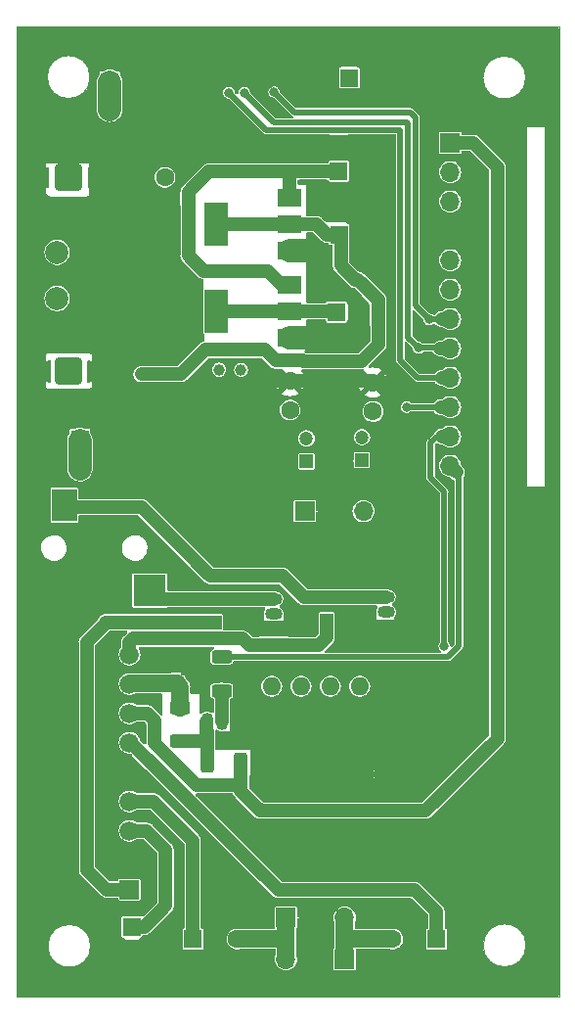
<source format=gbr>
%TF.GenerationSoftware,KiCad,Pcbnew,7.0.1*%
%TF.CreationDate,2023-09-27T13:21:00+00:00*%
%TF.ProjectId,SI4735,53493437-3335-42e6-9b69-6361645f7063,rev?*%
%TF.SameCoordinates,Original*%
%TF.FileFunction,Copper,L1,Top*%
%TF.FilePolarity,Positive*%
%FSLAX45Y45*%
G04 Gerber Fmt 4.5, Leading zero omitted, Abs format (unit mm)*
G04 Created by KiCad (PCBNEW 7.0.1) date 2023-09-27 13:21:00*
%MOMM*%
%LPD*%
G01*
G04 APERTURE LIST*
G04 Aperture macros list*
%AMRoundRect*
0 Rectangle with rounded corners*
0 $1 Rounding radius*
0 $2 $3 $4 $5 $6 $7 $8 $9 X,Y pos of 4 corners*
0 Add a 4 corners polygon primitive as box body*
4,1,4,$2,$3,$4,$5,$6,$7,$8,$9,$2,$3,0*
0 Add four circle primitives for the rounded corners*
1,1,$1+$1,$2,$3*
1,1,$1+$1,$4,$5*
1,1,$1+$1,$6,$7*
1,1,$1+$1,$8,$9*
0 Add four rect primitives between the rounded corners*
20,1,$1+$1,$2,$3,$4,$5,0*
20,1,$1+$1,$4,$5,$6,$7,0*
20,1,$1+$1,$6,$7,$8,$9,0*
20,1,$1+$1,$8,$9,$2,$3,0*%
G04 Aperture macros list end*
%TA.AperFunction,ComponentPad*%
%ADD10C,1.600000*%
%TD*%
%TA.AperFunction,ComponentPad*%
%ADD11O,1.600000X1.600000*%
%TD*%
%TA.AperFunction,ComponentPad*%
%ADD12R,1.600000X1.600000*%
%TD*%
%TA.AperFunction,ComponentPad*%
%ADD13R,1.500000X1.050000*%
%TD*%
%TA.AperFunction,ComponentPad*%
%ADD14O,1.500000X1.050000*%
%TD*%
%TA.AperFunction,ComponentPad*%
%ADD15R,1.700000X1.700000*%
%TD*%
%TA.AperFunction,ComponentPad*%
%ADD16O,1.700000X1.700000*%
%TD*%
%TA.AperFunction,ComponentPad*%
%ADD17RoundRect,0.200100X0.949900X-0.949900X0.949900X0.949900X-0.949900X0.949900X-0.949900X-0.949900X0*%
%TD*%
%TA.AperFunction,ComponentPad*%
%ADD18C,2.500000*%
%TD*%
%TA.AperFunction,SMDPad,CuDef*%
%ADD19R,2.200000X2.800000*%
%TD*%
%TA.AperFunction,SMDPad,CuDef*%
%ADD20R,2.800000X2.800000*%
%TD*%
%TA.AperFunction,ComponentPad*%
%ADD21R,1.200000X1.200000*%
%TD*%
%TA.AperFunction,ComponentPad*%
%ADD22C,1.200000*%
%TD*%
%TA.AperFunction,SMDPad,CuDef*%
%ADD23RoundRect,0.250000X0.312500X0.625000X-0.312500X0.625000X-0.312500X-0.625000X0.312500X-0.625000X0*%
%TD*%
%TA.AperFunction,SMDPad,CuDef*%
%ADD24R,2.000000X1.500000*%
%TD*%
%TA.AperFunction,SMDPad,CuDef*%
%ADD25R,2.000000X3.800000*%
%TD*%
%TA.AperFunction,ComponentPad*%
%ADD26R,1.050000X1.500000*%
%TD*%
%TA.AperFunction,ComponentPad*%
%ADD27O,1.050000X1.500000*%
%TD*%
%TA.AperFunction,ComponentPad*%
%ADD28C,2.000000*%
%TD*%
%TA.AperFunction,ComponentPad*%
%ADD29C,1.000000*%
%TD*%
%TA.AperFunction,ComponentPad*%
%ADD30R,1.000000X1.000000*%
%TD*%
%TA.AperFunction,SMDPad,CuDef*%
%ADD31RoundRect,0.250000X-0.625000X0.312500X-0.625000X-0.312500X0.625000X-0.312500X0.625000X0.312500X0*%
%TD*%
%TA.AperFunction,ComponentPad*%
%ADD32R,1.676400X1.676400*%
%TD*%
%TA.AperFunction,ComponentPad*%
%ADD33C,1.676400*%
%TD*%
%TA.AperFunction,SMDPad,CuDef*%
%ADD34RoundRect,0.250000X0.625000X-0.312500X0.625000X0.312500X-0.625000X0.312500X-0.625000X-0.312500X0*%
%TD*%
%TA.AperFunction,ViaPad*%
%ADD35C,0.800000*%
%TD*%
%TA.AperFunction,Conductor*%
%ADD36C,2.000000*%
%TD*%
%TA.AperFunction,Conductor*%
%ADD37C,1.200000*%
%TD*%
%TA.AperFunction,Conductor*%
%ADD38C,0.500000*%
%TD*%
%TA.AperFunction,Conductor*%
%ADD39C,1.500000*%
%TD*%
%TA.AperFunction,Profile*%
%ADD40C,0.050000*%
%TD*%
%TA.AperFunction,Profile*%
%ADD41C,0.100000*%
%TD*%
G04 APERTURE END LIST*
D10*
%TO.P,L1,1,1*%
%TO.N,Net-(D1-A)*%
X13782500Y-9232500D03*
D11*
%TO.P,L1,2,2*%
%TO.N,GND*%
X13782500Y-9740500D03*
%TD*%
D12*
%TO.P,C7,1*%
%TO.N,+5V*%
X15266989Y-10400000D03*
D10*
%TO.P,C7,2*%
%TO.N,GND*%
X15466989Y-10400000D03*
%TD*%
D13*
%TO.P,Q3,1,E*%
%TO.N,GND*%
X14721250Y-13134000D03*
D14*
%TO.P,Q3,2,B*%
%TO.N,Net-(Q3-B)*%
X14721250Y-13007000D03*
%TO.P,Q3,3,C*%
%TO.N,Left_Pre*%
X14721250Y-12880000D03*
%TD*%
D15*
%TO.P,J4,1,Pin_1*%
%TO.N,Net-(J2-Pin_3)*%
X14829800Y-15636210D03*
D16*
%TO.P,J4,2,Pin_2*%
%TO.N,GND*%
X15083800Y-15636210D03*
%TO.P,J4,3,Pin_3*%
%TO.N,Net-(J2-Pin_1)*%
X15337800Y-15636210D03*
%TD*%
D12*
%TO.P,D4,1,K*%
%TO.N,GND*%
X13807500Y-11751500D03*
D11*
%TO.P,D4,2,A*%
%TO.N,Net-(D3-K)*%
X13045500Y-11751500D03*
%TD*%
D13*
%TO.P,Q2,1,E*%
%TO.N,GND*%
X15695000Y-13116260D03*
D14*
%TO.P,Q2,2,B*%
%TO.N,Net-(Q2-B)*%
X15695000Y-12989260D03*
%TO.P,Q2,3,C*%
%TO.N,Right_Pre*%
X15695000Y-12862260D03*
%TD*%
D17*
%TO.P,J3,1,Pin_1*%
%TO.N,N/C*%
X12949000Y-9234000D03*
D18*
%TO.P,J3,2,Pin_2*%
%TO.N,GND*%
X12695000Y-9488000D03*
X13203000Y-9488000D03*
X12695000Y-8980000D03*
X13203000Y-8980000D03*
%TD*%
D15*
%TO.P,J2,1,Pin_1*%
%TO.N,Net-(J2-Pin_1)*%
X15337300Y-15993710D03*
D16*
%TO.P,J2,2,Pin_2*%
%TO.N,GND*%
X15083300Y-15993710D03*
%TO.P,J2,3,Pin_3*%
%TO.N,Net-(J2-Pin_3)*%
X14829300Y-15993710D03*
%TD*%
D12*
%TO.P,U4,1,A0*%
%TO.N,GND*%
X14705480Y-14397100D03*
D11*
%TO.P,U4,2,A1*%
X14959480Y-14397100D03*
%TO.P,U4,3,A2*%
X15213480Y-14397100D03*
%TO.P,U4,4,GND*%
X15467480Y-14397100D03*
%TO.P,U4,5,SDA*%
%TO.N,A_SDA*%
X15467480Y-13635100D03*
%TO.P,U4,6,SCL*%
%TO.N,A_SCL*%
X15213480Y-13635100D03*
%TO.P,U4,7,WP*%
%TO.N,Wp*%
X14959480Y-13635100D03*
%TO.P,U4,8,VCC*%
%TO.N,5VA*%
X14705480Y-13635100D03*
%TD*%
D10*
%TO.P,C21,1*%
%TO.N,GND*%
X14865000Y-10995000D03*
%TO.P,C21,2*%
%TO.N,Net-(C21-Pad2)*%
X14865000Y-11245000D03*
%TD*%
D15*
%TO.P,J1,1,Pin_1*%
%TO.N,12V*%
X16250920Y-8933180D03*
D16*
%TO.P,J1,2,Pin_2*%
%TO.N,5VA*%
X16250920Y-9187180D03*
%TO.P,J1,3,Pin_3*%
%TO.N,3.3V*%
X16250920Y-9441180D03*
%TO.P,J1,4,Pin_4*%
%TO.N,GND*%
X16250920Y-9695180D03*
%TO.P,J1,5,Pin_5*%
%TO.N,A_RST*%
X16250920Y-9949180D03*
%TO.P,J1,6,Pin_6*%
%TO.N,A_SEN*%
X16250920Y-10203180D03*
%TO.P,J1,7,Pin_7*%
%TO.N,A_SCL*%
X16250920Y-10457180D03*
%TO.P,J1,8,Pin_8*%
%TO.N,A_SDA*%
X16250920Y-10711180D03*
%TO.P,J1,9,Pin_9*%
%TO.N,D28*%
X16250920Y-10965180D03*
%TO.P,J1,10,Pin_10*%
%TO.N,Wp*%
X16250920Y-11219180D03*
%TO.P,J1,11,Pin_11*%
%TO.N,Mute*%
X16250920Y-11473180D03*
%TO.P,J1,12,Pin_12*%
%TO.N,Sleep*%
X16250920Y-11727180D03*
%TD*%
D12*
%TO.P,C16,1*%
%TO.N,Net-(U5-SVRR)*%
X13495000Y-15715000D03*
D10*
%TO.P,C16,2*%
%TO.N,GND*%
X13495000Y-15915000D03*
%TD*%
D19*
%TO.P,J10,R*%
%TO.N,Right_Pre*%
X12910000Y-12067500D03*
%TO.P,J10,S*%
%TO.N,GND*%
X12710000Y-12807500D03*
D20*
%TO.P,J10,T*%
%TO.N,Left_Pre*%
X13650000Y-12807500D03*
%TD*%
D12*
%TO.P,C1,1*%
%TO.N,12V*%
X15377500Y-8375000D03*
D10*
%TO.P,C1,2*%
%TO.N,GND*%
X15377500Y-8175000D03*
%TD*%
D21*
%TO.P,C20,1*%
%TO.N,Net-(U5--INV1)*%
X14212500Y-13080000D03*
D22*
%TO.P,C20,2*%
%TO.N,Left_Pre*%
X14212500Y-12880000D03*
%TD*%
D21*
%TO.P,C18,1*%
%TO.N,Right_Pre*%
X15487500Y-11680000D03*
D22*
%TO.P,C18,2*%
%TO.N,Net-(C17-Pad2)*%
X15487500Y-11480000D03*
%TD*%
D12*
%TO.P,C11,1*%
%TO.N,Net-(U5-OUT2)*%
X16132500Y-15820000D03*
D10*
%TO.P,C11,2*%
%TO.N,Net-(J2-Pin_1)*%
X15752500Y-15820000D03*
%TD*%
D12*
%TO.P,C12,1*%
%TO.N,Net-(U5-OUT1)*%
X14025000Y-15819700D03*
D10*
%TO.P,C12,2*%
%TO.N,Net-(J2-Pin_3)*%
X14405000Y-15819700D03*
%TD*%
D23*
%TO.P,R8,1*%
%TO.N,12V*%
X14438680Y-14298320D03*
%TO.P,R8,2*%
%TO.N,Net-(Q1-C)*%
X14146180Y-14298320D03*
%TD*%
D21*
%TO.P,C19,1*%
%TO.N,Net-(U5--INV2)*%
X15182500Y-13064760D03*
D22*
%TO.P,C19,2*%
%TO.N,Right_Pre*%
X15182500Y-12864760D03*
%TD*%
D21*
%TO.P,C14,1*%
%TO.N,Net-(U5-M{slash}SS)*%
X13887500Y-13612120D03*
D22*
%TO.P,C14,2*%
%TO.N,GND*%
X13887500Y-13412120D03*
%TD*%
D12*
%TO.P,C8,1*%
%TO.N,3.3V*%
X15290000Y-9727000D03*
D10*
%TO.P,C8,2*%
%TO.N,GND*%
X15290000Y-9527000D03*
%TD*%
D15*
%TO.P,J7,1,Pin_1*%
%TO.N,Left_Pre*%
X14992000Y-12120000D03*
D16*
%TO.P,J7,2,Pin_2*%
%TO.N,GND*%
X15246000Y-12120000D03*
%TO.P,J7,3,Pin_3*%
%TO.N,Right_Pre*%
X15500000Y-12120000D03*
%TD*%
D24*
%TO.P,U1,1,GND*%
%TO.N,GND*%
X14857500Y-10620000D03*
%TO.P,U1,2,VO*%
%TO.N,+5V*%
X14857500Y-10390000D03*
D25*
X14227500Y-10390000D03*
D24*
%TO.P,U1,3,VI*%
%TO.N,5VA*%
X14857500Y-10160000D03*
%TD*%
D12*
%TO.P,D3,1,K*%
%TO.N,Net-(D3-K)*%
X13044500Y-11499000D03*
D11*
%TO.P,D3,2,A*%
%TO.N,GND*%
X13806500Y-11499000D03*
%TD*%
D26*
%TO.P,Q1,1,E*%
%TO.N,GND*%
X14400580Y-13937240D03*
D27*
%TO.P,Q1,2,B*%
%TO.N,Net-(Q1-B)*%
X14273580Y-13937240D03*
%TO.P,Q1,3,C*%
%TO.N,Net-(Q1-C)*%
X14146580Y-13937240D03*
%TD*%
D28*
%TO.P,L2,1,1*%
%TO.N,Net-(D3-K)*%
X12847500Y-10280000D03*
%TO.P,L2,2,2*%
%TO.N,Net-(D1-A)*%
X12847500Y-9880000D03*
%TD*%
D10*
%TO.P,C17,1*%
%TO.N,GND*%
X15582500Y-11007500D03*
%TO.P,C17,2*%
%TO.N,Net-(C17-Pad2)*%
X15582500Y-11257500D03*
%TD*%
D12*
%TO.P,C5,1*%
%TO.N,5VA*%
X15287000Y-9179511D03*
D10*
%TO.P,C5,2*%
%TO.N,GND*%
X15287000Y-8979511D03*
%TD*%
D29*
%TO.P,Y1,1,1*%
%TO.N,Net-(U6-GPO3{slash}[DCLK])*%
X14250000Y-10896000D03*
%TO.P,Y1,2,2*%
%TO.N,Net-(U6-RCLK)*%
X14440000Y-10896000D03*
%TD*%
D12*
%TO.P,D1,1,K*%
%TO.N,GND*%
X14064500Y-8660000D03*
D11*
%TO.P,D1,2,A*%
%TO.N,Net-(D1-A)*%
X13302500Y-8660000D03*
%TD*%
D30*
%TO.P,J8,1,Pin_1*%
%TO.N,GND*%
X14050000Y-11652500D03*
%TD*%
%TO.P,J9,1,Pin_1*%
%TO.N,GND*%
X14690000Y-11650000D03*
%TD*%
D31*
%TO.P,R14,1*%
%TO.N,Sleep*%
X14273580Y-13380580D03*
%TO.P,R14,2*%
%TO.N,Net-(Q1-B)*%
X14273580Y-13673080D03*
%TD*%
D12*
%TO.P,D2,1,K*%
%TO.N,Net-(D1-A)*%
X13304000Y-8410000D03*
D11*
%TO.P,D2,2,A*%
%TO.N,GND*%
X14066000Y-8410000D03*
%TD*%
D17*
%TO.P,J5,1,Pin_1*%
%TO.N,Net-(D3-K)*%
X12948500Y-10911000D03*
D18*
%TO.P,J5,2,Pin_2*%
%TO.N,GND*%
X12694500Y-11165000D03*
X13202500Y-11165000D03*
X12694500Y-10657000D03*
X13202500Y-10657000D03*
%TD*%
D32*
%TO.P,U5,1,-INV1*%
%TO.N,Net-(U5--INV1)*%
X13474500Y-15392000D03*
D33*
%TO.P,U5,2,SGND*%
%TO.N,GND*%
X13474500Y-15138000D03*
%TO.P,U5,3,SVRR*%
%TO.N,Net-(U5-SVRR)*%
X13474500Y-14884000D03*
%TO.P,U5,4,OUT1*%
%TO.N,Net-(U5-OUT1)*%
X13474500Y-14630000D03*
%TO.P,U5,5,PGND*%
%TO.N,GND*%
X13474500Y-14376000D03*
%TO.P,U5,6,OUT2*%
%TO.N,Net-(U5-OUT2)*%
X13474500Y-14122000D03*
%TO.P,U5,7,VP*%
%TO.N,12V*%
X13474500Y-13868000D03*
%TO.P,U5,8,M/SS*%
%TO.N,Net-(U5-M{slash}SS)*%
X13474500Y-13614000D03*
%TO.P,U5,9,-INV2*%
%TO.N,Net-(U5--INV2)*%
X13474500Y-13360000D03*
%TO.P,U5,10,GND_2*%
%TO.N,GND*%
X12712500Y-13360000D03*
%TO.P,U5,11,GND_9*%
X12712500Y-13614000D03*
%TO.P,U5,12,GND_7*%
X12712500Y-13868000D03*
%TO.P,U5,13,GND*%
X12712500Y-14122000D03*
%TO.P,U5,14,GND_8*%
X12712500Y-14376000D03*
%TO.P,U5,15,GND_4*%
X12712500Y-14630000D03*
%TO.P,U5,16,GND_5*%
X12712500Y-14884000D03*
%TO.P,U5,17,GND_6*%
X12712500Y-15138000D03*
%TO.P,U5,18,GND_3*%
X12712500Y-15392000D03*
%TD*%
D24*
%TO.P,U2,1,GND*%
%TO.N,GND*%
X14857500Y-9867500D03*
%TO.P,U2,2,VO*%
%TO.N,3.3V*%
X14857500Y-9637500D03*
D25*
X14227500Y-9637500D03*
D24*
%TO.P,U2,3,VI*%
%TO.N,5VA*%
X14857500Y-9407500D03*
%TD*%
D21*
%TO.P,C22,1*%
%TO.N,Left_Pre*%
X15007500Y-11689760D03*
D22*
%TO.P,C22,2*%
%TO.N,Net-(C21-Pad2)*%
X15007500Y-11489760D03*
%TD*%
D34*
%TO.P,R15,1*%
%TO.N,Net-(Q1-C)*%
X13915000Y-14110000D03*
%TO.P,R15,2*%
%TO.N,Net-(U5-M{slash}SS)*%
X13915000Y-13817500D03*
%TD*%
D35*
%TO.N,GND*%
X13862500Y-10150000D03*
X15073000Y-9925000D03*
X15191000Y-9926000D03*
%TO.N,3.3V*%
X13577500Y-10935000D03*
X14462500Y-10725000D03*
%TO.N,A_SDA*%
X15977500Y-10707500D03*
X14467750Y-8500000D03*
%TO.N,A_SCL*%
X16070000Y-10460000D03*
X14727500Y-8495000D03*
%TO.N,D28*%
X14335000Y-8500000D03*
%TO.N,Mute*%
X16200000Y-13287500D03*
%TO.N,Wp*%
X15875000Y-11220000D03*
%TD*%
D36*
%TO.N,Net-(D1-A)*%
X13304000Y-8502500D02*
X13304000Y-8643500D01*
X13304000Y-8410000D02*
X13304000Y-8502500D01*
D37*
%TO.N,Net-(U5-OUT2)*%
X14765000Y-15395000D02*
X13492000Y-14122000D01*
X15942020Y-15395000D02*
X14765000Y-15395000D01*
X13492000Y-14122000D02*
X13474500Y-14122000D01*
X16132500Y-15820000D02*
X16132500Y-15585480D01*
D38*
X16132500Y-15835420D02*
X16132500Y-15585480D01*
D37*
X16132500Y-15585480D02*
X15942020Y-15395000D01*
D38*
X13617500Y-14265000D02*
X13474500Y-14122000D01*
D37*
%TO.N,GND*%
X16052000Y-9669000D02*
X16118000Y-9603000D01*
X12688000Y-11158500D02*
X12694500Y-11165000D01*
D36*
X13325000Y-9015000D02*
X13325000Y-9470500D01*
D37*
X15466989Y-10321917D02*
X15494000Y-10348928D01*
X13806500Y-11647500D02*
X13806500Y-11750500D01*
X15198820Y-9503000D02*
X15450000Y-9503000D01*
X14852500Y-13142500D02*
X14592500Y-13142500D01*
D36*
X15467480Y-14397100D02*
X15462080Y-14402500D01*
X13447500Y-9860000D02*
X13340000Y-9860000D01*
D37*
X14577500Y-13132500D02*
X14577500Y-13037500D01*
X12617500Y-13402500D02*
X12777500Y-13242500D01*
D36*
X13807500Y-11751500D02*
X14021500Y-11751500D01*
D37*
X13329000Y-14992500D02*
X13390750Y-15054250D01*
D36*
X13437500Y-11285000D02*
X12816500Y-11285000D01*
D37*
X15377500Y-8092500D02*
X15334000Y-8049000D01*
X15570000Y-10995000D02*
X15582500Y-11007500D01*
X14712500Y-14280000D02*
X15485000Y-14280000D01*
X15532500Y-14500000D02*
X15532500Y-14327500D01*
D36*
X13350000Y-9075000D02*
X13325000Y-9100000D01*
D37*
X14635000Y-14275000D02*
X14680000Y-14230000D01*
D36*
X13340000Y-9860000D02*
X13332500Y-9867500D01*
D37*
X15250000Y-11885000D02*
X15155000Y-11885000D01*
X12880000Y-12660000D02*
X12892500Y-12660000D01*
D36*
X15102500Y-10620000D02*
X15107500Y-10625000D01*
D37*
X12892500Y-12660000D02*
X12882500Y-12650000D01*
X12875000Y-15560000D02*
X12632500Y-15560000D01*
X16438090Y-9671910D02*
X16400090Y-9633910D01*
X13375000Y-15165000D02*
X13402000Y-15138000D01*
D36*
X15462080Y-14402500D02*
X14666500Y-14402500D01*
X13320000Y-9015000D02*
X13325000Y-9015000D01*
D37*
X12782500Y-12652500D02*
X12782500Y-12735000D01*
D36*
X14137500Y-11340000D02*
X14082500Y-11285000D01*
D37*
X16118000Y-9603000D02*
X16369180Y-9603000D01*
X15494000Y-10348928D02*
X15494000Y-10590189D01*
D36*
X13782500Y-9575000D02*
X13782500Y-9807500D01*
D37*
X14968000Y-10620000D02*
X15446000Y-10620000D01*
X14968000Y-10620000D02*
X15035500Y-10687500D01*
D36*
X13325000Y-9015000D02*
X13240000Y-9015000D01*
D37*
X13972000Y-13459000D02*
X13774000Y-13459000D01*
X14405000Y-13807500D02*
X14412500Y-13800000D01*
X13277500Y-14482500D02*
X13277500Y-14992500D01*
X12694500Y-10657000D02*
X12688000Y-10663500D01*
X15250000Y-12116000D02*
X15250000Y-11885000D01*
D36*
X13350000Y-8870000D02*
X13350000Y-9075000D01*
D37*
X16264000Y-9789180D02*
X16263820Y-9789000D01*
X16250920Y-9695180D02*
X16264000Y-9708260D01*
X13610000Y-15915000D02*
X13580000Y-15885000D01*
X14705480Y-14397100D02*
X14705480Y-14287020D01*
X15807500Y-13115000D02*
X15712500Y-13115000D01*
X15175000Y-12250000D02*
X15327500Y-12250000D01*
D36*
X13693000Y-9485500D02*
X13700000Y-9492500D01*
D37*
X15230250Y-8134000D02*
X15475750Y-8134000D01*
D36*
X13175000Y-8870000D02*
X13350000Y-8870000D01*
X13708750Y-11838750D02*
X13702500Y-11845000D01*
D37*
X15143820Y-9024000D02*
X15395000Y-9024000D01*
D36*
X13815000Y-9775000D02*
X13782500Y-9807500D01*
X12710000Y-12807500D02*
X12710000Y-13467500D01*
D37*
X14405000Y-14025000D02*
X14405000Y-13807500D01*
X14760000Y-11662500D02*
X14760000Y-11575000D01*
X12582500Y-12940000D02*
X12582500Y-12670000D01*
D36*
X13140500Y-9500000D02*
X12742500Y-9500000D01*
X13325000Y-9470500D02*
X13340000Y-9485500D01*
D37*
X12712500Y-12992500D02*
X12635000Y-12992500D01*
X14705480Y-14287020D02*
X14712500Y-14280000D01*
X12875000Y-15560000D02*
X12997500Y-15560000D01*
X15827500Y-13047500D02*
X15827500Y-13135000D01*
X15466989Y-10321917D02*
X15399536Y-10254464D01*
X14865000Y-13130000D02*
X14865000Y-13035000D01*
X13205000Y-11162500D02*
X13205000Y-10659500D01*
D36*
X13730000Y-9860000D02*
X13815000Y-9775000D01*
X14137500Y-11775000D02*
X14137500Y-11340000D01*
D37*
X14695000Y-11575000D02*
X14655000Y-11615000D01*
X15193820Y-9559000D02*
X15445000Y-9559000D01*
X13559250Y-15054250D02*
X13390750Y-15054250D01*
X13202500Y-11165000D02*
X13205000Y-11162500D01*
X12782500Y-12735000D02*
X12710000Y-12807500D01*
X15420478Y-10687500D02*
X15466989Y-10640989D01*
X14162000Y-8375000D02*
X14162000Y-8718000D01*
X12835000Y-12930000D02*
X12835000Y-12705000D01*
D36*
X13700000Y-9492500D02*
X13815000Y-9492500D01*
X14040000Y-11649000D02*
X13927500Y-11536500D01*
X13782500Y-9575000D02*
X13782500Y-9740500D01*
X13332500Y-9592500D02*
X13332500Y-9493000D01*
X12710000Y-13467500D02*
X12712500Y-13470000D01*
X13202500Y-10657000D02*
X12694500Y-10657000D01*
D37*
X15162500Y-12237500D02*
X15175000Y-12250000D01*
X16078180Y-9695180D02*
X16250920Y-9695180D01*
D36*
X13447500Y-9860000D02*
X13730000Y-9860000D01*
D37*
X13887500Y-13412120D02*
X13953880Y-13412120D01*
D36*
X12631000Y-8815000D02*
X12598500Y-8847500D01*
D37*
X15194000Y-8049000D02*
X15194000Y-8291000D01*
D36*
X13760000Y-9740500D02*
X13505000Y-9485500D01*
D37*
X13402000Y-15138000D02*
X13474500Y-15138000D01*
D36*
X13927500Y-11285000D02*
X13927500Y-11536500D01*
D37*
X15805000Y-13220000D02*
X15805000Y-13125000D01*
D36*
X13207500Y-10527500D02*
X13062500Y-10527500D01*
D37*
X14865000Y-13130000D02*
X14587500Y-13130000D01*
X15180000Y-15545000D02*
X15180000Y-16157500D01*
X13345000Y-14415000D02*
X13277500Y-14482500D01*
X13393500Y-14295000D02*
X13345000Y-14295000D01*
X15847500Y-13027500D02*
X15827500Y-13047500D01*
X15288000Y-8048000D02*
X15530000Y-8048000D01*
X16052000Y-9669000D02*
X16078180Y-9695180D01*
X15399536Y-10254464D02*
X15424000Y-10278928D01*
D36*
X12598500Y-9635000D02*
X12598500Y-10512500D01*
X13202500Y-9485500D02*
X13202500Y-10657000D01*
X13227500Y-8986000D02*
X13227500Y-9494000D01*
X13332500Y-9867500D02*
X13332500Y-9717500D01*
X13815000Y-9890000D02*
X13425000Y-9890000D01*
D37*
X12632500Y-15560000D02*
X12556500Y-15484000D01*
X13277500Y-15117500D02*
X13390000Y-15230000D01*
X13205000Y-10659500D02*
X13202500Y-10657000D01*
X15215000Y-8062000D02*
X15205000Y-8072000D01*
X15597500Y-13220000D02*
X15597500Y-13125000D01*
X14690000Y-11650000D02*
X14747500Y-11650000D01*
X15377500Y-8175000D02*
X15377500Y-8092500D01*
X16369180Y-9603000D02*
X16400090Y-9633910D01*
X15755000Y-11705000D02*
X15755000Y-11072500D01*
X14765000Y-11885000D02*
X14707500Y-11885000D01*
X15327500Y-11887500D02*
X15330000Y-11885000D01*
X13352500Y-15915000D02*
X13495000Y-15915000D01*
X16052000Y-9777360D02*
X16052000Y-9669000D01*
D36*
X12598500Y-11266000D02*
X12632500Y-11300000D01*
X12845000Y-8815000D02*
X13120000Y-8815000D01*
X13240000Y-9015000D02*
X13325000Y-9100000D01*
X13332500Y-10885000D02*
X13332500Y-9982500D01*
D37*
X12617500Y-15417500D02*
X12617500Y-13402500D01*
X15170000Y-15535000D02*
X15180000Y-15545000D01*
X13602500Y-14470000D02*
X13602500Y-14428848D01*
X15532500Y-14327500D02*
X15485000Y-14280000D01*
X12712500Y-13470000D02*
X12712500Y-15392000D01*
D36*
X13332500Y-9717500D02*
X13332500Y-9592500D01*
D37*
X15334000Y-8049000D02*
X14229000Y-8049000D01*
X13806500Y-11499000D02*
X13806500Y-11647500D01*
D36*
X13806500Y-11499000D02*
X13708750Y-11401250D01*
X14857500Y-9867500D02*
X15050000Y-9867500D01*
D37*
X15197820Y-9440000D02*
X15449000Y-9440000D01*
X12712500Y-15392000D02*
X12715000Y-15394500D01*
X12905000Y-12860000D02*
X12772500Y-12992500D01*
D36*
X13807500Y-11751500D02*
X13906500Y-11652500D01*
D37*
X13340750Y-15054250D02*
X13277500Y-15117500D01*
D36*
X13202500Y-8977500D02*
X13202500Y-8945000D01*
D37*
X15470656Y-10644656D02*
X15446000Y-10620000D01*
X13468652Y-14295000D02*
X13345000Y-14295000D01*
X12582500Y-12670000D02*
X12585000Y-12667500D01*
X12688000Y-10663500D02*
X12688000Y-11158500D01*
X12715000Y-15394500D02*
X12715000Y-15515000D01*
X16263820Y-9789000D02*
X16064000Y-9789000D01*
D36*
X13332500Y-10672500D02*
X13337500Y-10667500D01*
X12598500Y-8847500D02*
X12598500Y-9635000D01*
D37*
X13390750Y-15054250D02*
X13474500Y-15138000D01*
X14760000Y-11662500D02*
X14760000Y-11712500D01*
X14690000Y-10995000D02*
X14655000Y-11030000D01*
D36*
X13337500Y-10667500D02*
X13207500Y-10537500D01*
D37*
X12795000Y-13260000D02*
X12795000Y-15547500D01*
D36*
X14066000Y-8667500D02*
X14066000Y-8410000D01*
X14040000Y-11872500D02*
X14137500Y-11775000D01*
X12679000Y-9007000D02*
X13187000Y-9007000D01*
X13207500Y-10537500D02*
X13207500Y-10527500D01*
D37*
X12635000Y-12992500D02*
X12582500Y-12940000D01*
X15145663Y-8971164D02*
X15396843Y-8971164D01*
X14865000Y-10995000D02*
X14690000Y-10995000D01*
X13811500Y-11652500D02*
X13806500Y-11647500D01*
X14690000Y-11650000D02*
X14655000Y-11615000D01*
X15540000Y-8055000D02*
X15540000Y-8297000D01*
X13390000Y-15180000D02*
X13375000Y-15165000D01*
D36*
X13906500Y-11652500D02*
X14050000Y-11652500D01*
X12694500Y-11238000D02*
X12694500Y-11165000D01*
D37*
X15155000Y-11885000D02*
X14765000Y-11885000D01*
X15151820Y-8924000D02*
X15403000Y-8924000D01*
D36*
X13505000Y-9485500D02*
X13693000Y-9485500D01*
D37*
X14017000Y-8797000D02*
X13952000Y-8732000D01*
X14635000Y-14500000D02*
X14635000Y-14275000D01*
D36*
X13782500Y-9740500D02*
X13760000Y-9740500D01*
X13708750Y-11401250D02*
X13708750Y-11838750D01*
D37*
X13390000Y-15230000D02*
X13390000Y-15180000D01*
X12997500Y-15560000D02*
X13352500Y-15915000D01*
D36*
X12694500Y-11165000D02*
X13202500Y-11165000D01*
D37*
X13277500Y-14992500D02*
X13277500Y-15117500D01*
D36*
X13332500Y-9982500D02*
X13332500Y-9867500D01*
D37*
X14655000Y-11615000D02*
X14655000Y-11505000D01*
X13277500Y-14992500D02*
X13329000Y-14992500D01*
X14532500Y-14082500D02*
X14543750Y-14093750D01*
X14066000Y-8212000D02*
X14066000Y-8410000D01*
X15552500Y-13012500D02*
X15552500Y-13107500D01*
X12777500Y-13242500D02*
X12611500Y-13242500D01*
D36*
X13325000Y-9100000D02*
X13325000Y-9470500D01*
D37*
X12835000Y-12705000D02*
X12782500Y-12652500D01*
X14968000Y-10620000D02*
X15364000Y-10620000D01*
X12777500Y-13242500D02*
X12795000Y-13260000D01*
X14760000Y-11712500D02*
X14760000Y-11880000D01*
D36*
X13815000Y-9492500D02*
X13815000Y-9890000D01*
D37*
X12882500Y-12650000D02*
X12577500Y-12650000D01*
D36*
X13332500Y-10885000D02*
X13332500Y-10672500D01*
D37*
X14480000Y-14055000D02*
X14480000Y-13790000D01*
X14590000Y-11575000D02*
X14582500Y-11567500D01*
D36*
X14021500Y-11751500D02*
X14040000Y-11770000D01*
D37*
X16320820Y-9789180D02*
X16063820Y-9789180D01*
X13385000Y-14415000D02*
X13345000Y-14415000D01*
X12712500Y-13360000D02*
X12712500Y-12992500D01*
X15002500Y-15557500D02*
X15002500Y-16140000D01*
X16320820Y-9789180D02*
X16438090Y-9671910D01*
X14865000Y-13130000D02*
X14852500Y-13142500D01*
D36*
X13297500Y-11300000D02*
X13332500Y-11265000D01*
X14857500Y-10620000D02*
X14910000Y-10620000D01*
X14124000Y-11340000D02*
X13927500Y-11536500D01*
D37*
X15575000Y-11885000D02*
X15755000Y-11705000D01*
X15246000Y-12120000D02*
X15250000Y-12116000D01*
D36*
X13202500Y-9485500D02*
X13340000Y-9485500D01*
D37*
X15087500Y-15545000D02*
X15087500Y-16140000D01*
X15697500Y-13217500D02*
X15697500Y-13122500D01*
D36*
X14082500Y-11285000D02*
X13927500Y-11285000D01*
X12647000Y-8859250D02*
X12647000Y-9646750D01*
D37*
X12795000Y-15547500D02*
X12782500Y-15560000D01*
D36*
X13765000Y-9592500D02*
X13782500Y-9575000D01*
D37*
X14480000Y-13790000D02*
X14477500Y-13787500D01*
X15466989Y-10414000D02*
X15466989Y-10640989D01*
X14050000Y-11652500D02*
X13811500Y-11652500D01*
D36*
X13425000Y-9890000D02*
X13332500Y-9982500D01*
D37*
X16338820Y-9695180D02*
X16400090Y-9633910D01*
X14083000Y-8797000D02*
X14017000Y-8797000D01*
X14602500Y-11712500D02*
X14760000Y-11712500D01*
X14114000Y-8327000D02*
X14162000Y-8375000D01*
X15364000Y-10620000D02*
X15424000Y-10560000D01*
X15805000Y-13220000D02*
X15800000Y-13225000D01*
X12715000Y-15515000D02*
X12617500Y-15417500D01*
X13345000Y-14295000D02*
X13345000Y-14415000D01*
D36*
X13693000Y-9485500D02*
X13782500Y-9575000D01*
X12845000Y-8815000D02*
X12631000Y-8815000D01*
D37*
X13430000Y-15992500D02*
X13352500Y-15915000D01*
X16264000Y-9789180D02*
X16320820Y-9789180D01*
D36*
X13782500Y-9740500D02*
X13355500Y-9740500D01*
D37*
X14707500Y-11885000D02*
X14655000Y-11832500D01*
X13687500Y-15992500D02*
X13430000Y-15992500D01*
X12905000Y-12647500D02*
X12905000Y-12860000D01*
D36*
X13730000Y-11872500D02*
X14040000Y-11872500D01*
D37*
X13687500Y-15992500D02*
X13610000Y-15915000D01*
D36*
X13927500Y-11285000D02*
X13437500Y-11285000D01*
D37*
X15330000Y-11885000D02*
X15575000Y-11885000D01*
X14307500Y-14082500D02*
X14532500Y-14082500D01*
D36*
X12632500Y-11300000D02*
X12694500Y-11238000D01*
D37*
X12556500Y-13297500D02*
X12650000Y-13297500D01*
X14695000Y-11575000D02*
X14590000Y-11575000D01*
X12772500Y-12992500D02*
X12835000Y-12930000D01*
X15035500Y-10687500D02*
X15420478Y-10687500D01*
D36*
X14910000Y-10620000D02*
X14968000Y-10620000D01*
D37*
X14655000Y-11832500D02*
X14655000Y-11505000D01*
X15250000Y-11885000D02*
X15330000Y-11885000D01*
X15532500Y-14500000D02*
X14635000Y-14500000D01*
D36*
X13782500Y-9807500D02*
X13730000Y-9860000D01*
D37*
X14865000Y-10995000D02*
X15570000Y-10995000D01*
X13952000Y-8732000D02*
X13952000Y-8329000D01*
X16063820Y-9789180D02*
X16052000Y-9777360D01*
D36*
X13082500Y-9635000D02*
X13085000Y-9632500D01*
D37*
X15424000Y-10278928D02*
X15424000Y-10501683D01*
D36*
X14137500Y-11340000D02*
X14124000Y-11340000D01*
D37*
X13474500Y-14376000D02*
X13508500Y-14376000D01*
X15017500Y-15542500D02*
X15002500Y-15557500D01*
X12556500Y-15484000D02*
X12556500Y-13297500D01*
D36*
X13332500Y-9592500D02*
X13765000Y-9592500D01*
D37*
X13806500Y-11750500D02*
X13807500Y-11751500D01*
D36*
X13332500Y-9493000D02*
X13340000Y-9485500D01*
D37*
X15466989Y-10640989D02*
X15470656Y-10644656D01*
X14229000Y-8049000D02*
X14066000Y-8212000D01*
D36*
X12816500Y-11285000D02*
X12801500Y-11300000D01*
D37*
X13440000Y-14470000D02*
X13385000Y-14415000D01*
X15155000Y-11885000D02*
X15162500Y-11892500D01*
D36*
X13062500Y-10527500D02*
X13085000Y-10505000D01*
X12632500Y-11300000D02*
X13297500Y-11300000D01*
D37*
X13953880Y-13412120D02*
X13977000Y-13389000D01*
X14680000Y-14230000D02*
X14403580Y-13953580D01*
D38*
X14857500Y-9867500D02*
X14881250Y-9843750D01*
D36*
X13927500Y-11536500D02*
X13811500Y-11652500D01*
D37*
X15690000Y-11007500D02*
X15582500Y-11007500D01*
D36*
X13340000Y-9485500D02*
X13505000Y-9485500D01*
X13120000Y-8815000D02*
X13175000Y-8870000D01*
X13007500Y-8977500D02*
X12845000Y-8815000D01*
X13202500Y-8977500D02*
X13007500Y-8977500D01*
X13332500Y-11265000D02*
X13332500Y-10885000D01*
D37*
X13605000Y-15100000D02*
X13559250Y-15054250D01*
X15485000Y-8061000D02*
X15223000Y-8061000D01*
X12650000Y-13297500D02*
X12712500Y-13360000D01*
D36*
X13062500Y-10527500D02*
X12613500Y-10527500D01*
X12801500Y-11300000D02*
X12632500Y-11300000D01*
X13702500Y-11845000D02*
X13730000Y-11872500D01*
D37*
X15755000Y-11072500D02*
X15690000Y-11007500D01*
X12712500Y-13360000D02*
X12712500Y-13470000D01*
X15800000Y-13225000D02*
X15600000Y-13225000D01*
X15466989Y-10400000D02*
X15466989Y-10321917D01*
D36*
X12613500Y-10527500D02*
X12598500Y-10512500D01*
D37*
X14747500Y-11650000D02*
X14760000Y-11662500D01*
X16264000Y-9708260D02*
X16264000Y-9789180D01*
X15090000Y-15542500D02*
X15087500Y-15545000D01*
D36*
X13085000Y-10505000D02*
X13085000Y-9632500D01*
D37*
X13977000Y-13389000D02*
X13779000Y-13389000D01*
D36*
X13355500Y-9740500D02*
X13332500Y-9717500D01*
D37*
X13974000Y-13356000D02*
X13776000Y-13356000D01*
X13951000Y-8327000D02*
X14114000Y-8327000D01*
X12782500Y-15560000D02*
X12875000Y-15560000D01*
X13602500Y-14470000D02*
X13440000Y-14470000D01*
X14582500Y-11692500D02*
X14602500Y-11712500D01*
X14403580Y-13953580D02*
X14403580Y-13937240D01*
X14582500Y-11567500D02*
X14582500Y-11692500D01*
D36*
X12598500Y-10512500D02*
X12598500Y-11266000D01*
D37*
X15327500Y-12155000D02*
X15327500Y-12190000D01*
X13474500Y-14376000D02*
X13393500Y-14295000D01*
X15290000Y-11925000D02*
X15330000Y-11885000D01*
X12835000Y-12705000D02*
X12880000Y-12660000D01*
D36*
X14040000Y-11872500D02*
X14040000Y-11770000D01*
X13350000Y-9075000D02*
X13350000Y-11197500D01*
D37*
X13390000Y-15230000D02*
X13582500Y-15230000D01*
D36*
X13815000Y-9492500D02*
X13815000Y-9775000D01*
D37*
X14760000Y-11880000D02*
X14765000Y-11885000D01*
D36*
X13120000Y-8815000D02*
X13320000Y-9015000D01*
D37*
X12611500Y-13242500D02*
X12556500Y-13297500D01*
X15162500Y-11892500D02*
X15162500Y-12237500D01*
X13605000Y-15207500D02*
X13605000Y-15100000D01*
X13602500Y-14428848D02*
X13468652Y-14295000D01*
X13580000Y-15885000D02*
X13340000Y-15885000D01*
X15228000Y-8213000D02*
X15512500Y-8213000D01*
X15327500Y-12250000D02*
X15327500Y-11887500D01*
D36*
X14968000Y-10620000D02*
X15102500Y-10620000D01*
D37*
X13582500Y-15230000D02*
X13605000Y-15207500D01*
X15446000Y-10620000D02*
X14910000Y-10620000D01*
X12712500Y-12992500D02*
X12772500Y-12992500D01*
X16250920Y-9695180D02*
X16338820Y-9695180D01*
D36*
X13782500Y-9740500D02*
X13782500Y-9807500D01*
D37*
X14760000Y-11575000D02*
X14695000Y-11575000D01*
X13390750Y-15054250D02*
X13340750Y-15054250D01*
X15697500Y-13115000D02*
X15602500Y-13115000D01*
X15424000Y-10560000D02*
X15424000Y-10501683D01*
X13610000Y-15915000D02*
X13470000Y-15915000D01*
D36*
X12598500Y-9635000D02*
X13082500Y-9635000D01*
X14040000Y-11770000D02*
X14040000Y-11649000D01*
D37*
X13508500Y-14376000D02*
X13602500Y-14470000D01*
X14162000Y-8718000D02*
X14083000Y-8797000D01*
X14655000Y-11505000D02*
X14655000Y-11030000D01*
D36*
X13350000Y-11197500D02*
X13437500Y-11285000D01*
D38*
%TO.N,Net-(J2-Pin_1)*%
X15352620Y-15810000D02*
X15352620Y-15875570D01*
X15352620Y-16050070D02*
X15352120Y-16050570D01*
D39*
X15337800Y-15636210D02*
X15337800Y-15993210D01*
D38*
X15352620Y-15875570D02*
X15352620Y-16050070D01*
D39*
X15337800Y-15993210D02*
X15337300Y-15993710D01*
D38*
X15352620Y-15693070D02*
X15352620Y-15875570D01*
D39*
X15352620Y-15810000D02*
X15362620Y-15820000D01*
X15362620Y-15820000D02*
X15752500Y-15820000D01*
D37*
%TO.N,Net-(U5-OUT1)*%
X14022500Y-15067500D02*
X14022500Y-15817200D01*
D38*
X14022500Y-15072500D02*
X14025000Y-15070000D01*
X14025000Y-15819700D02*
X14024260Y-15820440D01*
D37*
X14022500Y-14967500D02*
X13685000Y-14630000D01*
D38*
X14022500Y-15100000D02*
X14022500Y-15072500D01*
D37*
X13685000Y-14630000D02*
X13474500Y-14630000D01*
X14022500Y-15817200D02*
X14025000Y-15819700D01*
X14022500Y-15100000D02*
X14022500Y-14967500D01*
D38*
%TO.N,Net-(J2-Pin_3)*%
X14823810Y-15819700D02*
X14829800Y-15813710D01*
X14829800Y-15636210D02*
X14829800Y-15739720D01*
X14829800Y-15739720D02*
X14829800Y-15813710D01*
D39*
X14829800Y-15636210D02*
X14829800Y-15993210D01*
X14829800Y-15993210D02*
X14829300Y-15993710D01*
D38*
X14405000Y-15819700D02*
X14406510Y-15821210D01*
D39*
X14823810Y-15819700D02*
X14405000Y-15819700D01*
D38*
X14829800Y-15813710D02*
X14829800Y-15993210D01*
D36*
%TO.N,Net-(D3-K)*%
X13045500Y-11751500D02*
X13045500Y-11511000D01*
X13045500Y-11511000D02*
X13044500Y-11510000D01*
D39*
%TO.N,Net-(U5-M{slash}SS)*%
X13915000Y-13639620D02*
X13887500Y-13612120D01*
X13476380Y-13612120D02*
X13887500Y-13612120D01*
X13915000Y-13817500D02*
X13915000Y-13639620D01*
D38*
X13885480Y-13610100D02*
X13887500Y-13612120D01*
D39*
X13474500Y-13614000D02*
X13476380Y-13612120D01*
D38*
X13474500Y-13614000D02*
X13480500Y-13620000D01*
%TO.N,3.3V*%
X13577500Y-10935000D02*
X13577500Y-10932500D01*
D37*
X15429464Y-10119464D02*
X15306000Y-9996000D01*
X15483731Y-10822500D02*
X15629000Y-10677231D01*
X14857500Y-9637500D02*
X14227500Y-9637500D01*
D38*
X16221960Y-9440160D02*
X16215360Y-9433560D01*
D37*
X15629000Y-10677231D02*
X15629000Y-10293009D01*
X14974581Y-10817500D02*
X14979581Y-10822500D01*
X15290000Y-9727000D02*
X15185081Y-9727000D01*
X14737500Y-10817500D02*
X14974581Y-10817500D01*
X14645000Y-10725000D02*
X14737500Y-10817500D01*
X15185081Y-9727000D02*
X15095581Y-9637500D01*
X15306000Y-9996000D02*
X15306000Y-9743000D01*
X13917500Y-10935000D02*
X14127500Y-10725000D01*
X14127500Y-10725000D02*
X14645000Y-10725000D01*
X15095581Y-9637500D02*
X14857500Y-9637500D01*
X14979581Y-10822500D02*
X15483731Y-10822500D01*
X13577500Y-10935000D02*
X13917500Y-10935000D01*
X15306000Y-9743000D02*
X15290000Y-9727000D01*
X15455455Y-10119464D02*
X15429464Y-10119464D01*
X15629000Y-10293009D02*
X15455455Y-10119464D01*
%TO.N,Net-(U5-SVRR)*%
X13602500Y-15715000D02*
X13495000Y-15715000D01*
X13787500Y-15530000D02*
X13602500Y-15715000D01*
X13474500Y-14884000D02*
X13624000Y-14884000D01*
X13624000Y-14884000D02*
X13787500Y-15047500D01*
X13787500Y-15047500D02*
X13787500Y-15530000D01*
%TO.N,Net-(U5--INV2)*%
X13502000Y-13223000D02*
X14453000Y-13223000D01*
X13474500Y-13250500D02*
X13502000Y-13223000D01*
X14453000Y-13223000D02*
X14510000Y-13280000D01*
X15115000Y-13280000D02*
X15182500Y-13212500D01*
X14510000Y-13280000D02*
X15115000Y-13280000D01*
X15182500Y-13212500D02*
X15182500Y-13064760D01*
X13474500Y-13360000D02*
X13474500Y-13250500D01*
%TO.N,Net-(U5--INV1)*%
X13474500Y-15392000D02*
X13279500Y-15392000D01*
X13267500Y-13080000D02*
X14212500Y-13080000D01*
X13105000Y-15222500D02*
X13105000Y-13252500D01*
X13105000Y-13252500D02*
X13267500Y-13090000D01*
X13267500Y-13090000D02*
X13267500Y-13080000D01*
X13279500Y-15392000D02*
X13110000Y-15222500D01*
X13110000Y-15222500D02*
X13105000Y-15222500D01*
%TO.N,Net-(Q1-B)*%
X14273580Y-13937240D02*
X14273580Y-13673080D01*
D38*
%TO.N,Net-(Q1-C)*%
X14120420Y-14110000D02*
X14146180Y-14135760D01*
X14146180Y-14135760D02*
X14146180Y-13937640D01*
X14146180Y-13937640D02*
X14146580Y-13937240D01*
D37*
X14120420Y-14110000D02*
X14143580Y-14086840D01*
X14143580Y-14086840D02*
X14143580Y-13937240D01*
X13915000Y-14110000D02*
X14120420Y-14110000D01*
X14146180Y-14021460D02*
X14146580Y-14021060D01*
D38*
X13907420Y-14117580D02*
X13915000Y-14110000D01*
X14146580Y-13937240D02*
X14146580Y-14021060D01*
X14146180Y-14298320D02*
X14146180Y-14135760D01*
D37*
X14146180Y-14298320D02*
X14146180Y-14021460D01*
D38*
%TO.N,+5V*%
X14857500Y-10407500D02*
X14227500Y-10407500D01*
D37*
X15256989Y-10390000D02*
X15266989Y-10400000D01*
X14227500Y-10390000D02*
X14857500Y-10390000D01*
X14857500Y-10390000D02*
X15256989Y-10390000D01*
%TO.N,Right_Pre*%
X13580000Y-12085000D02*
X12927500Y-12085000D01*
D38*
X12907500Y-12115000D02*
X12987500Y-12115000D01*
D37*
X14057500Y-12565000D02*
X14057500Y-12562500D01*
X14172500Y-12680000D02*
X14057500Y-12565000D01*
D38*
X15448730Y-11680000D02*
X15487500Y-11680000D01*
X12987500Y-12115000D02*
X12992500Y-12120000D01*
X12910000Y-12085000D02*
X13580000Y-12085000D01*
X12907500Y-12115000D02*
X12912500Y-12120000D01*
D37*
X15692500Y-12864760D02*
X15182500Y-12864760D01*
X14987260Y-12864760D02*
X14802500Y-12680000D01*
X14057500Y-12562500D02*
X13580000Y-12085000D01*
X15695000Y-12862260D02*
X15692500Y-12864760D01*
X14802500Y-12680000D02*
X14172500Y-12680000D01*
X15182500Y-12864760D02*
X14987260Y-12864760D01*
X12927500Y-12085000D02*
X12910000Y-12067500D01*
%TO.N,Left_Pre*%
X14721250Y-12880000D02*
X14212500Y-12880000D01*
X14212500Y-12880000D02*
X13722500Y-12880000D01*
D38*
X13707500Y-12865000D02*
X13650000Y-12807500D01*
D37*
X13722500Y-12880000D02*
X13650000Y-12807500D01*
D38*
X13671120Y-12803880D02*
X13650000Y-12825000D01*
D37*
%TO.N,A_SDA*%
X16248420Y-10712500D02*
X16167500Y-10712500D01*
D38*
X16247240Y-10707500D02*
X16250920Y-10711180D01*
X15887000Y-8768000D02*
X15879000Y-8760000D01*
X14467750Y-8500250D02*
X14467750Y-8500000D01*
X15977500Y-10707500D02*
X16247240Y-10707500D01*
X15977500Y-10707500D02*
X15887000Y-10617000D01*
X15879000Y-8760000D02*
X14727500Y-8760000D01*
X14727500Y-8760000D02*
X14467750Y-8500250D01*
X15887000Y-10617000D02*
X15887000Y-8768000D01*
%TO.N,A_SCL*%
X16070000Y-10460000D02*
X15952000Y-10342000D01*
X15952000Y-8715500D02*
X15905500Y-8669000D01*
X15905500Y-8669000D02*
X14901500Y-8669000D01*
X14901500Y-8669000D02*
X14727500Y-8495000D01*
X16072820Y-10457180D02*
X16250920Y-10457180D01*
D37*
X16260920Y-10457500D02*
X16180000Y-10457500D01*
D38*
X16070000Y-10460000D02*
X16072820Y-10457180D01*
X15952000Y-10342000D02*
X15952000Y-8715500D01*
%TO.N,D28*%
X15817500Y-8825000D02*
X14660000Y-8825000D01*
X15820000Y-8827500D02*
X15817500Y-8825000D01*
X16250920Y-10965180D02*
X15970180Y-10965180D01*
X15970180Y-10965180D02*
X15820000Y-10815000D01*
X15820000Y-10815000D02*
X15820000Y-8827500D01*
X14660000Y-8825000D02*
X14335000Y-8500000D01*
D37*
X16250920Y-10965000D02*
X16255920Y-10960000D01*
X16250920Y-10965180D02*
X16250920Y-10965000D01*
X16260920Y-10967500D02*
X16180000Y-10967500D01*
D38*
%TO.N,Sleep*%
X16327500Y-11803760D02*
X16327500Y-13285000D01*
D37*
X16250920Y-11727180D02*
X16306870Y-11783130D01*
D38*
X16327500Y-13285000D02*
X16231920Y-13380580D01*
X16231920Y-13380580D02*
X14273580Y-13380580D01*
D37*
%TO.N,12V*%
X14438680Y-14389400D02*
X14438680Y-14543680D01*
X13628000Y-13868000D02*
X13692500Y-13932500D01*
D38*
X14402980Y-14490100D02*
X14277980Y-14490100D01*
D37*
X14605000Y-14710000D02*
X16037500Y-14710000D01*
D38*
X13553000Y-13868000D02*
X13474500Y-13868000D01*
X14617880Y-14672500D02*
X14607980Y-14662600D01*
D37*
X13692500Y-13932500D02*
X13692500Y-14127500D01*
D38*
X14438680Y-14298320D02*
X14438680Y-14389400D01*
D37*
X16660000Y-14087500D02*
X16660000Y-9145000D01*
X14438680Y-14454400D02*
X14402980Y-14490100D01*
X16448180Y-8933180D02*
X16250920Y-8933180D01*
X14438680Y-14298320D02*
X14438680Y-14454400D01*
X16660000Y-9145000D02*
X16448180Y-8933180D01*
X16037500Y-14710000D02*
X16660000Y-14087500D01*
X13692500Y-14127500D02*
X14055100Y-14490100D01*
X14438680Y-14543680D02*
X14605000Y-14710000D01*
X13474500Y-13868000D02*
X13628000Y-13868000D01*
X14055100Y-14490100D02*
X14402980Y-14490100D01*
D38*
X14435480Y-14490100D02*
X14277980Y-14490100D01*
D37*
%TO.N,Mute*%
X16250920Y-11473180D02*
X16177500Y-11473180D01*
D38*
X16082500Y-11525000D02*
X16082500Y-11832500D01*
X16082500Y-11832500D02*
X16200000Y-11950000D01*
X16134320Y-11473180D02*
X16082500Y-11525000D01*
X16200000Y-11950000D02*
X16200000Y-13287500D01*
D37*
%TO.N,5VA*%
X13985000Y-9910000D02*
X13985000Y-9360000D01*
X14857500Y-10160000D02*
X14792500Y-10160000D01*
X14857500Y-9407500D02*
X14857500Y-9179560D01*
D38*
X14870000Y-9395000D02*
X14857500Y-9407500D01*
D37*
X14852420Y-9184640D02*
X14857500Y-9179560D01*
X15299411Y-9182100D02*
X14162900Y-9182100D01*
X14672500Y-10040000D02*
X14115000Y-10040000D01*
X14115000Y-10040000D02*
X13985000Y-9910000D01*
X13985000Y-9360000D02*
X14160360Y-9184640D01*
X14160360Y-9184640D02*
X14852420Y-9184640D01*
X15301000Y-9180511D02*
X15299411Y-9182100D01*
X14792500Y-10160000D02*
X14672500Y-10040000D01*
X14162900Y-9182100D02*
X14160360Y-9184640D01*
D38*
%TO.N,Wp*%
X15875000Y-11220000D02*
X15875820Y-11219180D01*
D37*
X16250920Y-11219180D02*
X16170000Y-11219180D01*
D38*
X15875820Y-11219180D02*
X16170000Y-11219180D01*
%TD*%
%TA.AperFunction,Conductor*%
%TO.N,GND*%
G36*
X15066175Y-9708494D02*
G01*
X15070197Y-9711182D01*
X15133787Y-9774772D01*
X15134299Y-9775315D01*
X15138288Y-9779818D01*
X15143239Y-9783235D01*
X15143841Y-9783679D01*
X15145697Y-9785133D01*
X15148575Y-9787388D01*
X15149500Y-9787804D01*
X15151454Y-9788906D01*
X15152288Y-9789482D01*
X15157915Y-9791616D01*
X15158601Y-9791900D01*
X15164088Y-9794369D01*
X15165085Y-9794552D01*
X15167246Y-9795155D01*
X15168194Y-9795514D01*
X15174167Y-9796239D01*
X15174901Y-9796351D01*
X15180821Y-9797436D01*
X15186823Y-9797073D01*
X15187572Y-9797050D01*
X15187598Y-9797050D01*
X15193082Y-9798329D01*
X15197435Y-9801902D01*
X15199759Y-9807031D01*
X15200533Y-9810921D01*
X15202754Y-9814246D01*
X15206079Y-9816467D01*
X15209010Y-9817050D01*
X15209010Y-9817050D01*
X15223550Y-9817050D01*
X15229750Y-9818711D01*
X15234289Y-9823250D01*
X15235950Y-9829450D01*
X15235950Y-9993508D01*
X15235927Y-9994257D01*
X15235564Y-10000261D01*
X15236648Y-10006177D01*
X15236761Y-10006917D01*
X15237486Y-10012887D01*
X15237845Y-10013834D01*
X15238447Y-10015995D01*
X15238630Y-10016993D01*
X15241099Y-10022478D01*
X15241386Y-10023170D01*
X15243518Y-10028793D01*
X15243518Y-10028793D01*
X15244094Y-10029627D01*
X15245196Y-10031581D01*
X15245612Y-10032505D01*
X15249322Y-10037241D01*
X15249765Y-10037843D01*
X15253182Y-10042793D01*
X15257685Y-10046782D01*
X15258228Y-10047294D01*
X15378170Y-10167235D01*
X15378682Y-10167779D01*
X15382671Y-10172282D01*
X15387622Y-10175699D01*
X15388223Y-10176142D01*
X15392582Y-10179557D01*
X15392958Y-10179852D01*
X15393883Y-10180268D01*
X15395836Y-10181370D01*
X15396671Y-10181946D01*
X15402297Y-10184079D01*
X15402983Y-10184364D01*
X15408471Y-10186833D01*
X15409467Y-10187016D01*
X15411629Y-10187619D01*
X15412577Y-10187978D01*
X15418549Y-10188703D01*
X15419284Y-10188815D01*
X15423389Y-10189567D01*
X15426915Y-10190784D01*
X15429921Y-10192996D01*
X15486120Y-10249195D01*
X15489210Y-10254337D01*
X15489524Y-10260329D01*
X15486988Y-10265766D01*
X15482197Y-10269377D01*
X15476271Y-10270315D01*
X15466989Y-10269503D01*
X15444328Y-10271486D01*
X15422356Y-10277373D01*
X15401740Y-10286987D01*
X15394441Y-10292097D01*
X15493576Y-10391232D01*
X15496785Y-10396791D01*
X15496785Y-10403209D01*
X15493576Y-10408768D01*
X15394441Y-10507903D01*
X15394441Y-10507903D01*
X15401740Y-10513013D01*
X15422356Y-10522627D01*
X15444328Y-10528514D01*
X15466989Y-10530497D01*
X15489649Y-10528514D01*
X15511621Y-10522627D01*
X15532237Y-10513013D01*
X15539438Y-10507972D01*
X15545739Y-10505756D01*
X15552276Y-10507130D01*
X15557151Y-10511696D01*
X15558950Y-10518129D01*
X15558950Y-10643079D01*
X15558006Y-10647824D01*
X15555318Y-10651847D01*
X15458347Y-10748818D01*
X15454324Y-10751506D01*
X15449579Y-10752450D01*
X15003390Y-10752450D01*
X14998301Y-10751358D01*
X14997054Y-10750796D01*
X14992661Y-10747480D01*
X14990137Y-10742588D01*
X14989978Y-10737086D01*
X14992216Y-10732058D01*
X15001835Y-10719209D01*
X15006860Y-10705738D01*
X15007500Y-10699782D01*
X15007500Y-10645000D01*
X15007333Y-10644833D01*
X15004656Y-10640836D01*
X15003701Y-10636121D01*
X15003681Y-10631604D01*
X15003559Y-10604133D01*
X15004492Y-10599358D01*
X15007190Y-10595309D01*
X15007500Y-10595000D01*
X15007500Y-10540218D01*
X15006860Y-10534262D01*
X15003975Y-10526527D01*
X15003193Y-10522250D01*
X15002971Y-10472505D01*
X15004614Y-10466282D01*
X15009155Y-10461721D01*
X15015371Y-10460050D01*
X15164539Y-10460050D01*
X15170739Y-10461711D01*
X15175278Y-10466250D01*
X15176939Y-10472450D01*
X15176939Y-10480990D01*
X15177522Y-10483921D01*
X15177522Y-10483921D01*
X15179743Y-10487246D01*
X15183067Y-10489467D01*
X15185999Y-10490050D01*
X15347979Y-10490050D01*
X15347979Y-10490050D01*
X15349444Y-10489758D01*
X15350910Y-10489467D01*
X15354234Y-10487246D01*
X15356456Y-10483921D01*
X15357039Y-10480990D01*
X15357039Y-10479731D01*
X15357982Y-10474986D01*
X15360671Y-10470963D01*
X15431633Y-10400000D01*
X15431633Y-10400000D01*
X15360671Y-10329037D01*
X15357983Y-10325014D01*
X15357039Y-10320269D01*
X15357039Y-10319010D01*
X15356456Y-10316079D01*
X15354234Y-10312754D01*
X15350910Y-10310533D01*
X15347979Y-10309950D01*
X15185999Y-10309950D01*
X15183067Y-10310533D01*
X15179743Y-10312754D01*
X15178617Y-10314439D01*
X15174153Y-10318486D01*
X15168307Y-10319950D01*
X15014635Y-10319950D01*
X15008451Y-10318298D01*
X15003915Y-10313782D01*
X15002235Y-10307605D01*
X15001708Y-10189567D01*
X15001000Y-10031047D01*
X15001000Y-10030941D01*
X15001039Y-10023170D01*
X15001304Y-9970309D01*
X15002085Y-9966038D01*
X15006860Y-9953238D01*
X15007500Y-9947282D01*
X15007500Y-9892500D01*
X15005380Y-9890380D01*
X15002680Y-9886329D01*
X15001748Y-9881550D01*
X15001890Y-9853184D01*
X15002846Y-9848472D01*
X15005522Y-9844478D01*
X15007500Y-9842500D01*
X15007500Y-9787718D01*
X15006860Y-9781762D01*
X15003102Y-9771687D01*
X15002320Y-9767293D01*
X15002558Y-9719888D01*
X15004240Y-9713714D01*
X15008775Y-9709201D01*
X15014958Y-9707550D01*
X15061429Y-9707550D01*
X15066175Y-9708494D01*
G37*
%TD.AperFunction*%
%TA.AperFunction,Conductor*%
G36*
X14463946Y-7932419D02*
G01*
X17180053Y-7932997D01*
X17186252Y-7934659D01*
X17190789Y-7939198D01*
X17192450Y-7945397D01*
X17192450Y-16306600D01*
X17190789Y-16312800D01*
X17186250Y-16317339D01*
X17180050Y-16319000D01*
X12509400Y-16319000D01*
X12503200Y-16317339D01*
X12498661Y-16312800D01*
X12497000Y-16306600D01*
X12497000Y-15880000D01*
X12767350Y-15880000D01*
X12769236Y-15906376D01*
X12774857Y-15932215D01*
X12778065Y-15940816D01*
X12784009Y-15956754D01*
X12784098Y-15956992D01*
X12796771Y-15980200D01*
X12800007Y-15984522D01*
X12812618Y-16001369D01*
X12831316Y-16020068D01*
X12845806Y-16030915D01*
X12852486Y-16035915D01*
X12855620Y-16037627D01*
X12875694Y-16048588D01*
X12900471Y-16057829D01*
X12900471Y-16057829D01*
X12900471Y-16057829D01*
X12905300Y-16058879D01*
X12926310Y-16063450D01*
X12952686Y-16065336D01*
X12979062Y-16063450D01*
X13004901Y-16057829D01*
X13029677Y-16048588D01*
X13052886Y-16035915D01*
X13070269Y-16022903D01*
X13422453Y-16022903D01*
X13429751Y-16028013D01*
X13450367Y-16037627D01*
X13472340Y-16043514D01*
X13495000Y-16045497D01*
X13517660Y-16043514D01*
X13539633Y-16037627D01*
X13560248Y-16028013D01*
X13567547Y-16022902D01*
X13495000Y-15950355D01*
X13495000Y-15950355D01*
X13422453Y-16022902D01*
X13422453Y-16022903D01*
X13070269Y-16022903D01*
X13074055Y-16020068D01*
X13092754Y-16001369D01*
X13108601Y-15980200D01*
X13121274Y-15956991D01*
X13130515Y-15932215D01*
X13134260Y-15915000D01*
X13364503Y-15915000D01*
X13366486Y-15937660D01*
X13372373Y-15959633D01*
X13381987Y-15980248D01*
X13387097Y-15987547D01*
X13387097Y-15987547D01*
X13459645Y-15915000D01*
X13530355Y-15915000D01*
X13602902Y-15987547D01*
X13608013Y-15980248D01*
X13617627Y-15959633D01*
X13623514Y-15937660D01*
X13625497Y-15915000D01*
X13623514Y-15892340D01*
X13617627Y-15870367D01*
X13608013Y-15849751D01*
X13602902Y-15842453D01*
X13530355Y-15915000D01*
X13530355Y-15915000D01*
X13459645Y-15915000D01*
X13459645Y-15915000D01*
X13387097Y-15842453D01*
X13387097Y-15842453D01*
X13381986Y-15849752D01*
X13372373Y-15870367D01*
X13366486Y-15892340D01*
X13364503Y-15915000D01*
X13134260Y-15915000D01*
X13136136Y-15906376D01*
X13138022Y-15880000D01*
X13136136Y-15853624D01*
X13130515Y-15827785D01*
X13121274Y-15803008D01*
X13111678Y-15785436D01*
X13108601Y-15779800D01*
X13100721Y-15769274D01*
X13092754Y-15758630D01*
X13074055Y-15739932D01*
X13061500Y-15730533D01*
X13052886Y-15724085D01*
X13029678Y-15711412D01*
X13029678Y-15711412D01*
X13029677Y-15711412D01*
X13004901Y-15702171D01*
X13004901Y-15702171D01*
X12979062Y-15696550D01*
X12952686Y-15694664D01*
X12926310Y-15696550D01*
X12900471Y-15702171D01*
X12875694Y-15711412D01*
X12852486Y-15724085D01*
X12831316Y-15739932D01*
X12812618Y-15758630D01*
X12796771Y-15779800D01*
X12784098Y-15803008D01*
X12774857Y-15827785D01*
X12769236Y-15853624D01*
X12767350Y-15880000D01*
X12497000Y-15880000D01*
X12497000Y-15502645D01*
X12637210Y-15502645D01*
X12645335Y-15508334D01*
X12666556Y-15518230D01*
X12689174Y-15524290D01*
X12712500Y-15526331D01*
X12735826Y-15524290D01*
X12758444Y-15518230D01*
X12779665Y-15508334D01*
X12787790Y-15502645D01*
X12712500Y-15427355D01*
X12637210Y-15502645D01*
X12497000Y-15502645D01*
X12497000Y-15392000D01*
X12578169Y-15392000D01*
X12580209Y-15415326D01*
X12586270Y-15437944D01*
X12596166Y-15459165D01*
X12601855Y-15467290D01*
X12677145Y-15392000D01*
X12747855Y-15392000D01*
X12823145Y-15467290D01*
X12828834Y-15459165D01*
X12838730Y-15437944D01*
X12844790Y-15415326D01*
X12846831Y-15392000D01*
X12844790Y-15368674D01*
X12838730Y-15346056D01*
X12828834Y-15324835D01*
X12823145Y-15316710D01*
X12747855Y-15392000D01*
X12747855Y-15392000D01*
X12677145Y-15392000D01*
X12677145Y-15392000D01*
X12601855Y-15316710D01*
X12601854Y-15316710D01*
X12596166Y-15324834D01*
X12586270Y-15346056D01*
X12580209Y-15368674D01*
X12578169Y-15392000D01*
X12497000Y-15392000D01*
X12497000Y-15281355D01*
X12637210Y-15281355D01*
X12712500Y-15356645D01*
X12712500Y-15356645D01*
X12787790Y-15281355D01*
X12778939Y-15275157D01*
X12775053Y-15270726D01*
X12773652Y-15265000D01*
X12775053Y-15259274D01*
X12778939Y-15254842D01*
X12787790Y-15248645D01*
X12712500Y-15173355D01*
X12637210Y-15248645D01*
X12646060Y-15254842D01*
X12649947Y-15259274D01*
X12651348Y-15265000D01*
X12649947Y-15270726D01*
X12646060Y-15275157D01*
X12637210Y-15281355D01*
X12637210Y-15281355D01*
X12497000Y-15281355D01*
X12497000Y-15138000D01*
X12578169Y-15138000D01*
X12580209Y-15161326D01*
X12586270Y-15183944D01*
X12596166Y-15205165D01*
X12601855Y-15213290D01*
X12677145Y-15138000D01*
X12747855Y-15138000D01*
X12823145Y-15213290D01*
X12828834Y-15205165D01*
X12838730Y-15183944D01*
X12844790Y-15161326D01*
X12846831Y-15138000D01*
X12844790Y-15114674D01*
X12838730Y-15092056D01*
X12828834Y-15070835D01*
X12823145Y-15062710D01*
X12747855Y-15138000D01*
X12747855Y-15138000D01*
X12677145Y-15138000D01*
X12677145Y-15138000D01*
X12601855Y-15062710D01*
X12601854Y-15062710D01*
X12596166Y-15070834D01*
X12586270Y-15092056D01*
X12580209Y-15114674D01*
X12578169Y-15138000D01*
X12497000Y-15138000D01*
X12497000Y-15027355D01*
X12637210Y-15027355D01*
X12712500Y-15102645D01*
X12712500Y-15102645D01*
X12787790Y-15027355D01*
X12778939Y-15021157D01*
X12775053Y-15016726D01*
X12773652Y-15011000D01*
X12775053Y-15005274D01*
X12778939Y-15000842D01*
X12787790Y-14994645D01*
X12712500Y-14919355D01*
X12637210Y-14994645D01*
X12646060Y-15000842D01*
X12649947Y-15005274D01*
X12651348Y-15011000D01*
X12649947Y-15016726D01*
X12646060Y-15021157D01*
X12637210Y-15027355D01*
X12637210Y-15027355D01*
X12497000Y-15027355D01*
X12497000Y-14884000D01*
X12578169Y-14884000D01*
X12580209Y-14907326D01*
X12586270Y-14929944D01*
X12596166Y-14951165D01*
X12601855Y-14959290D01*
X12677145Y-14884000D01*
X12747855Y-14884000D01*
X12823145Y-14959290D01*
X12828834Y-14951165D01*
X12838730Y-14929944D01*
X12844790Y-14907326D01*
X12846831Y-14884000D01*
X12844790Y-14860674D01*
X12838730Y-14838056D01*
X12828834Y-14816835D01*
X12823145Y-14808710D01*
X12747855Y-14884000D01*
X12747855Y-14884000D01*
X12677145Y-14884000D01*
X12677145Y-14884000D01*
X12601855Y-14808710D01*
X12601854Y-14808710D01*
X12596166Y-14816834D01*
X12586270Y-14838056D01*
X12580209Y-14860674D01*
X12578169Y-14884000D01*
X12497000Y-14884000D01*
X12497000Y-14773355D01*
X12637210Y-14773355D01*
X12712500Y-14848645D01*
X12712500Y-14848645D01*
X12787790Y-14773355D01*
X12778939Y-14767157D01*
X12775053Y-14762726D01*
X12773652Y-14757000D01*
X12775053Y-14751274D01*
X12778939Y-14746842D01*
X12787790Y-14740645D01*
X12712500Y-14665355D01*
X12637210Y-14740645D01*
X12646060Y-14746842D01*
X12649947Y-14751274D01*
X12651348Y-14757000D01*
X12649947Y-14762726D01*
X12646060Y-14767157D01*
X12637210Y-14773355D01*
X12637210Y-14773355D01*
X12497000Y-14773355D01*
X12497000Y-14630000D01*
X12578169Y-14630000D01*
X12580209Y-14653326D01*
X12586270Y-14675944D01*
X12596166Y-14697165D01*
X12601855Y-14705290D01*
X12677145Y-14630000D01*
X12747855Y-14630000D01*
X12823145Y-14705290D01*
X12828834Y-14697165D01*
X12838730Y-14675944D01*
X12844790Y-14653326D01*
X12846831Y-14630000D01*
X12844790Y-14606674D01*
X12838730Y-14584056D01*
X12828834Y-14562835D01*
X12823145Y-14554710D01*
X12747855Y-14630000D01*
X12747855Y-14630000D01*
X12677145Y-14630000D01*
X12677145Y-14630000D01*
X12601855Y-14554710D01*
X12601854Y-14554710D01*
X12596166Y-14562834D01*
X12586270Y-14584056D01*
X12580209Y-14606674D01*
X12578169Y-14630000D01*
X12497000Y-14630000D01*
X12497000Y-14519355D01*
X12637210Y-14519355D01*
X12712500Y-14594645D01*
X12712500Y-14594645D01*
X12787790Y-14519355D01*
X12778939Y-14513157D01*
X12775053Y-14508726D01*
X12773652Y-14503000D01*
X12775053Y-14497274D01*
X12778939Y-14492842D01*
X12787790Y-14486645D01*
X12712500Y-14411355D01*
X12637210Y-14486645D01*
X12646060Y-14492842D01*
X12649947Y-14497274D01*
X12651348Y-14503000D01*
X12649947Y-14508726D01*
X12646060Y-14513157D01*
X12637210Y-14519355D01*
X12637210Y-14519355D01*
X12497000Y-14519355D01*
X12497000Y-14376000D01*
X12578169Y-14376000D01*
X12580209Y-14399326D01*
X12586270Y-14421944D01*
X12596166Y-14443165D01*
X12601855Y-14451290D01*
X12677145Y-14376000D01*
X12747855Y-14376000D01*
X12823145Y-14451290D01*
X12828834Y-14443165D01*
X12838730Y-14421944D01*
X12844790Y-14399326D01*
X12846831Y-14376000D01*
X12844790Y-14352674D01*
X12838730Y-14330056D01*
X12828834Y-14308835D01*
X12823145Y-14300710D01*
X12747855Y-14376000D01*
X12747855Y-14376000D01*
X12677145Y-14376000D01*
X12677145Y-14376000D01*
X12601855Y-14300710D01*
X12601854Y-14300710D01*
X12596166Y-14308834D01*
X12586270Y-14330056D01*
X12580209Y-14352674D01*
X12578169Y-14376000D01*
X12497000Y-14376000D01*
X12497000Y-14265355D01*
X12637210Y-14265355D01*
X12712500Y-14340645D01*
X12712500Y-14340645D01*
X12787790Y-14265355D01*
X12778939Y-14259157D01*
X12775053Y-14254726D01*
X12773652Y-14249000D01*
X12775053Y-14243274D01*
X12778939Y-14238842D01*
X12787790Y-14232645D01*
X12712500Y-14157355D01*
X12637210Y-14232645D01*
X12646060Y-14238842D01*
X12649947Y-14243274D01*
X12651348Y-14249000D01*
X12649947Y-14254726D01*
X12646060Y-14259157D01*
X12637210Y-14265355D01*
X12637210Y-14265355D01*
X12497000Y-14265355D01*
X12497000Y-14122000D01*
X12578169Y-14122000D01*
X12580209Y-14145326D01*
X12586270Y-14167944D01*
X12596166Y-14189165D01*
X12601855Y-14197290D01*
X12677145Y-14122000D01*
X12747855Y-14122000D01*
X12823145Y-14197290D01*
X12828834Y-14189165D01*
X12838730Y-14167944D01*
X12844790Y-14145326D01*
X12846831Y-14122000D01*
X12844790Y-14098674D01*
X12838730Y-14076056D01*
X12828834Y-14054835D01*
X12823145Y-14046710D01*
X12747855Y-14122000D01*
X12747855Y-14122000D01*
X12677145Y-14122000D01*
X12677145Y-14122000D01*
X12601855Y-14046710D01*
X12601854Y-14046710D01*
X12596166Y-14054834D01*
X12586270Y-14076056D01*
X12580209Y-14098674D01*
X12578169Y-14122000D01*
X12497000Y-14122000D01*
X12497000Y-14011355D01*
X12637210Y-14011355D01*
X12712500Y-14086645D01*
X12712500Y-14086645D01*
X12787790Y-14011355D01*
X12778939Y-14005157D01*
X12775053Y-14000726D01*
X12773652Y-13995000D01*
X12775053Y-13989274D01*
X12778939Y-13984842D01*
X12787790Y-13978645D01*
X12712500Y-13903355D01*
X12637210Y-13978645D01*
X12646060Y-13984842D01*
X12649947Y-13989274D01*
X12651348Y-13995000D01*
X12649947Y-14000726D01*
X12646060Y-14005157D01*
X12637210Y-14011355D01*
X12637210Y-14011355D01*
X12497000Y-14011355D01*
X12497000Y-13868000D01*
X12578169Y-13868000D01*
X12580209Y-13891326D01*
X12586270Y-13913944D01*
X12596166Y-13935165D01*
X12601855Y-13943290D01*
X12677145Y-13868000D01*
X12747855Y-13868000D01*
X12823145Y-13943290D01*
X12828834Y-13935165D01*
X12838730Y-13913944D01*
X12844790Y-13891326D01*
X12846831Y-13868000D01*
X12844790Y-13844674D01*
X12838730Y-13822056D01*
X12828834Y-13800835D01*
X12823145Y-13792710D01*
X12747855Y-13868000D01*
X12747855Y-13868000D01*
X12677145Y-13868000D01*
X12677145Y-13868000D01*
X12601855Y-13792710D01*
X12601854Y-13792710D01*
X12596166Y-13800834D01*
X12586270Y-13822056D01*
X12580209Y-13844674D01*
X12578169Y-13868000D01*
X12497000Y-13868000D01*
X12497000Y-13757355D01*
X12637210Y-13757355D01*
X12712500Y-13832645D01*
X12712500Y-13832645D01*
X12787790Y-13757355D01*
X12778939Y-13751157D01*
X12775053Y-13746726D01*
X12773652Y-13741000D01*
X12775053Y-13735274D01*
X12778939Y-13730842D01*
X12787790Y-13724645D01*
X12712500Y-13649355D01*
X12637210Y-13724645D01*
X12646060Y-13730842D01*
X12649947Y-13735274D01*
X12651348Y-13741000D01*
X12649947Y-13746726D01*
X12646060Y-13751157D01*
X12637210Y-13757355D01*
X12637210Y-13757355D01*
X12497000Y-13757355D01*
X12497000Y-13614000D01*
X12578169Y-13614000D01*
X12580209Y-13637326D01*
X12586270Y-13659944D01*
X12596166Y-13681165D01*
X12601855Y-13689290D01*
X12677145Y-13614000D01*
X12747855Y-13614000D01*
X12823145Y-13689290D01*
X12828834Y-13681165D01*
X12838730Y-13659944D01*
X12844790Y-13637326D01*
X12846831Y-13614000D01*
X12844790Y-13590674D01*
X12838730Y-13568056D01*
X12828834Y-13546835D01*
X12823145Y-13538710D01*
X12747855Y-13614000D01*
X12747855Y-13614000D01*
X12677145Y-13614000D01*
X12677145Y-13614000D01*
X12601855Y-13538710D01*
X12601854Y-13538710D01*
X12596166Y-13546834D01*
X12586270Y-13568056D01*
X12580209Y-13590674D01*
X12578169Y-13614000D01*
X12497000Y-13614000D01*
X12497000Y-13503355D01*
X12637210Y-13503355D01*
X12712500Y-13578645D01*
X12712500Y-13578645D01*
X12787790Y-13503355D01*
X12778939Y-13497157D01*
X12775053Y-13492726D01*
X12773652Y-13487000D01*
X12775053Y-13481274D01*
X12778939Y-13476842D01*
X12787790Y-13470645D01*
X12712500Y-13395355D01*
X12637210Y-13470645D01*
X12646060Y-13476842D01*
X12649947Y-13481274D01*
X12651348Y-13487000D01*
X12649947Y-13492726D01*
X12646060Y-13497157D01*
X12637210Y-13503355D01*
X12637210Y-13503355D01*
X12497000Y-13503355D01*
X12497000Y-13360000D01*
X12578169Y-13360000D01*
X12580209Y-13383326D01*
X12586270Y-13405944D01*
X12596166Y-13427165D01*
X12601855Y-13435290D01*
X12677145Y-13360000D01*
X12747855Y-13360000D01*
X12823145Y-13435290D01*
X12828834Y-13427165D01*
X12838730Y-13405944D01*
X12844790Y-13383326D01*
X12846831Y-13360000D01*
X12844790Y-13336674D01*
X12838730Y-13314056D01*
X12828834Y-13292835D01*
X12823145Y-13284710D01*
X12747855Y-13360000D01*
X12747855Y-13360000D01*
X12677145Y-13360000D01*
X12677145Y-13360000D01*
X12601855Y-13284710D01*
X12601854Y-13284710D01*
X12596166Y-13292834D01*
X12586270Y-13314056D01*
X12580209Y-13336674D01*
X12578169Y-13360000D01*
X12497000Y-13360000D01*
X12497000Y-13249355D01*
X12637210Y-13249355D01*
X12712500Y-13324645D01*
X12712500Y-13324645D01*
X12787790Y-13249355D01*
X12786197Y-13248239D01*
X13034564Y-13248239D01*
X13034927Y-13254243D01*
X13034950Y-13254992D01*
X13034950Y-15231006D01*
X13035792Y-15234422D01*
X13036062Y-15235894D01*
X13036486Y-15239387D01*
X13037734Y-15242677D01*
X13038178Y-15244105D01*
X13039021Y-15247522D01*
X13039021Y-15247523D01*
X13039021Y-15247523D01*
X13040656Y-15250638D01*
X13041270Y-15252003D01*
X13042518Y-15255293D01*
X13044517Y-15258189D01*
X13045292Y-15259470D01*
X13046926Y-15262585D01*
X13049259Y-15265218D01*
X13050182Y-15266396D01*
X13052181Y-15269292D01*
X13052182Y-15269293D01*
X13054816Y-15271626D01*
X13055874Y-15272685D01*
X13058207Y-15275318D01*
X13058207Y-15275318D01*
X13061104Y-15277318D01*
X13062280Y-15278239D01*
X13064915Y-15280573D01*
X13064915Y-15280573D01*
X13064915Y-15280574D01*
X13068030Y-15282208D01*
X13069311Y-15282983D01*
X13073446Y-15285837D01*
X13073403Y-15285900D01*
X13076037Y-15287603D01*
X13228206Y-15439771D01*
X13228718Y-15440315D01*
X13232707Y-15444818D01*
X13237658Y-15448235D01*
X13238260Y-15448678D01*
X13242994Y-15452388D01*
X13242994Y-15452388D01*
X13242994Y-15452388D01*
X13243918Y-15452804D01*
X13245873Y-15453906D01*
X13246707Y-15454482D01*
X13252332Y-15456615D01*
X13253022Y-15456901D01*
X13258507Y-15459369D01*
X13259503Y-15459552D01*
X13261665Y-15460155D01*
X13262613Y-15460514D01*
X13268584Y-15461239D01*
X13269318Y-15461351D01*
X13275239Y-15462436D01*
X13280910Y-15462093D01*
X13281243Y-15462073D01*
X13281992Y-15462050D01*
X13368230Y-15462050D01*
X13374430Y-15463711D01*
X13378969Y-15468250D01*
X13380630Y-15474450D01*
X13380630Y-15476810D01*
X13381213Y-15479741D01*
X13381213Y-15479741D01*
X13383434Y-15483066D01*
X13386759Y-15485287D01*
X13389690Y-15485870D01*
X13559310Y-15485870D01*
X13559310Y-15485870D01*
X13560775Y-15485578D01*
X13562241Y-15485287D01*
X13565566Y-15483066D01*
X13567787Y-15479741D01*
X13568370Y-15476810D01*
X13568370Y-15307190D01*
X13568370Y-15307190D01*
X13567787Y-15304259D01*
X13565566Y-15300934D01*
X13562241Y-15298713D01*
X13559310Y-15298130D01*
X13389690Y-15298130D01*
X13386759Y-15298713D01*
X13383434Y-15300934D01*
X13381213Y-15304259D01*
X13380630Y-15307190D01*
X13380630Y-15309550D01*
X13378969Y-15315750D01*
X13374430Y-15320289D01*
X13368230Y-15321950D01*
X13313652Y-15321950D01*
X13308907Y-15321006D01*
X13304884Y-15318318D01*
X13235211Y-15248645D01*
X13399210Y-15248645D01*
X13407335Y-15254334D01*
X13428556Y-15264230D01*
X13451174Y-15270290D01*
X13474500Y-15272331D01*
X13497826Y-15270290D01*
X13520444Y-15264230D01*
X13541665Y-15254334D01*
X13549790Y-15248645D01*
X13474500Y-15173355D01*
X13399210Y-15248645D01*
X13235211Y-15248645D01*
X13178682Y-15192116D01*
X13175994Y-15188093D01*
X13175050Y-15183348D01*
X13175050Y-15138000D01*
X13340169Y-15138000D01*
X13342209Y-15161326D01*
X13348270Y-15183944D01*
X13358166Y-15205165D01*
X13363855Y-15213290D01*
X13439145Y-15138000D01*
X13509855Y-15138000D01*
X13585145Y-15213290D01*
X13590834Y-15205165D01*
X13600730Y-15183944D01*
X13606790Y-15161326D01*
X13608831Y-15138000D01*
X13606790Y-15114674D01*
X13600730Y-15092056D01*
X13590834Y-15070835D01*
X13585145Y-15062710D01*
X13509855Y-15138000D01*
X13509855Y-15138000D01*
X13439145Y-15138000D01*
X13439145Y-15138000D01*
X13363855Y-15062710D01*
X13363854Y-15062710D01*
X13358166Y-15070834D01*
X13348270Y-15092056D01*
X13342209Y-15114674D01*
X13340169Y-15138000D01*
X13175050Y-15138000D01*
X13175050Y-15027355D01*
X13399210Y-15027355D01*
X13474500Y-15102645D01*
X13474500Y-15102645D01*
X13549790Y-15027355D01*
X13541665Y-15021666D01*
X13520444Y-15011770D01*
X13497826Y-15005709D01*
X13474500Y-15003669D01*
X13451174Y-15005709D01*
X13428556Y-15011770D01*
X13407334Y-15021666D01*
X13399210Y-15027354D01*
X13399210Y-15027355D01*
X13175050Y-15027355D01*
X13175050Y-14884000D01*
X13380113Y-14884000D01*
X13382175Y-14903624D01*
X13388273Y-14922391D01*
X13398139Y-14939479D01*
X13411343Y-14954143D01*
X13427306Y-14965741D01*
X13435171Y-14969243D01*
X13445333Y-14973767D01*
X13445333Y-14973767D01*
X13445333Y-14973768D01*
X13464634Y-14977870D01*
X13464634Y-14977870D01*
X13484366Y-14977870D01*
X13484366Y-14977870D01*
X13503667Y-14973768D01*
X13503667Y-14973767D01*
X13503667Y-14973767D01*
X13521694Y-14965742D01*
X13521694Y-14965741D01*
X13521694Y-14965741D01*
X13534526Y-14956418D01*
X13537983Y-14954657D01*
X13541815Y-14954050D01*
X13589848Y-14954050D01*
X13594593Y-14954994D01*
X13598616Y-14957682D01*
X13713818Y-15072884D01*
X13716506Y-15076907D01*
X13717450Y-15081652D01*
X13717450Y-15495848D01*
X13716506Y-15500593D01*
X13713818Y-15504616D01*
X13594497Y-15623937D01*
X13589715Y-15626911D01*
X13584111Y-15627463D01*
X13579054Y-15625559D01*
X13575990Y-15624950D01*
X13414010Y-15624950D01*
X13411079Y-15625533D01*
X13407754Y-15627754D01*
X13405533Y-15631079D01*
X13404950Y-15634010D01*
X13404950Y-15795990D01*
X13405533Y-15798921D01*
X13405533Y-15798921D01*
X13407754Y-15802246D01*
X13411079Y-15804467D01*
X13414010Y-15805050D01*
X13415269Y-15805050D01*
X13420014Y-15805994D01*
X13424037Y-15808682D01*
X13495000Y-15879645D01*
X13495000Y-15879645D01*
X13565963Y-15808682D01*
X13569985Y-15805994D01*
X13574731Y-15805050D01*
X13575990Y-15805050D01*
X13575990Y-15805050D01*
X13577455Y-15804758D01*
X13578921Y-15804467D01*
X13582246Y-15802246D01*
X13584467Y-15798921D01*
X13585050Y-15795990D01*
X13585050Y-15795990D01*
X13585241Y-15795031D01*
X13587565Y-15789901D01*
X13591918Y-15786329D01*
X13597402Y-15785050D01*
X13600008Y-15785050D01*
X13600757Y-15785073D01*
X13601071Y-15785091D01*
X13606761Y-15785436D01*
X13612678Y-15784351D01*
X13613418Y-15784239D01*
X13619387Y-15783514D01*
X13620333Y-15783155D01*
X13622496Y-15782552D01*
X13623493Y-15782369D01*
X13628981Y-15779900D01*
X13629667Y-15779615D01*
X13635293Y-15777482D01*
X13636127Y-15776906D01*
X13638082Y-15775803D01*
X13639006Y-15775388D01*
X13643741Y-15771677D01*
X13644342Y-15771235D01*
X13649293Y-15767818D01*
X13653282Y-15763315D01*
X13653792Y-15762773D01*
X13835273Y-15581292D01*
X13835815Y-15580782D01*
X13840318Y-15576793D01*
X13843735Y-15571842D01*
X13844177Y-15571241D01*
X13847888Y-15566506D01*
X13848303Y-15565582D01*
X13849406Y-15563627D01*
X13849982Y-15562793D01*
X13852115Y-15557167D01*
X13852400Y-15556481D01*
X13854869Y-15550993D01*
X13855052Y-15549996D01*
X13855655Y-15547833D01*
X13856014Y-15546887D01*
X13856335Y-15544240D01*
X13856739Y-15540916D01*
X13856851Y-15540180D01*
X13857936Y-15534261D01*
X13857573Y-15528258D01*
X13857550Y-15527509D01*
X13857550Y-15049991D01*
X13857573Y-15049242D01*
X13857579Y-15049130D01*
X13857936Y-15043239D01*
X13856851Y-15037320D01*
X13856739Y-15036586D01*
X13856014Y-15030613D01*
X13855655Y-15029665D01*
X13855052Y-15027504D01*
X13854869Y-15026507D01*
X13852400Y-15021019D01*
X13852115Y-15020333D01*
X13849982Y-15014707D01*
X13849406Y-15013873D01*
X13848304Y-15011919D01*
X13847888Y-15010994D01*
X13847593Y-15010618D01*
X13844178Y-15006260D01*
X13843735Y-15005658D01*
X13840318Y-15000707D01*
X13835815Y-14996718D01*
X13835271Y-14996206D01*
X13675294Y-14836228D01*
X13674782Y-14835685D01*
X13670793Y-14831182D01*
X13665843Y-14827765D01*
X13665240Y-14827322D01*
X13660505Y-14823612D01*
X13659581Y-14823196D01*
X13657627Y-14822094D01*
X13656793Y-14821518D01*
X13656793Y-14821518D01*
X13656793Y-14821518D01*
X13651170Y-14819386D01*
X13650478Y-14819099D01*
X13644993Y-14816630D01*
X13643995Y-14816447D01*
X13641834Y-14815845D01*
X13640887Y-14815486D01*
X13634917Y-14814761D01*
X13634177Y-14814648D01*
X13628261Y-14813564D01*
X13622257Y-14813927D01*
X13621508Y-14813950D01*
X13541815Y-14813950D01*
X13537983Y-14813343D01*
X13534526Y-14811582D01*
X13521694Y-14802258D01*
X13503667Y-14794232D01*
X13484366Y-14790130D01*
X13484366Y-14790130D01*
X13464634Y-14790130D01*
X13464634Y-14790130D01*
X13445333Y-14794232D01*
X13445333Y-14794232D01*
X13445333Y-14794232D01*
X13442526Y-14795482D01*
X13427306Y-14802258D01*
X13411343Y-14813856D01*
X13398139Y-14828521D01*
X13388273Y-14845609D01*
X13382175Y-14864376D01*
X13380113Y-14884000D01*
X13175050Y-14884000D01*
X13175050Y-14630000D01*
X13380113Y-14630000D01*
X13382175Y-14649624D01*
X13388273Y-14668391D01*
X13398139Y-14685479D01*
X13411343Y-14700143D01*
X13427306Y-14711741D01*
X13436319Y-14715754D01*
X13445333Y-14719767D01*
X13445333Y-14719767D01*
X13445333Y-14719768D01*
X13464634Y-14723870D01*
X13464634Y-14723870D01*
X13484366Y-14723870D01*
X13484366Y-14723870D01*
X13503667Y-14719768D01*
X13503667Y-14719767D01*
X13503667Y-14719767D01*
X13521694Y-14711742D01*
X13521694Y-14711741D01*
X13521694Y-14711741D01*
X13534526Y-14702418D01*
X13537983Y-14700657D01*
X13541815Y-14700050D01*
X13650848Y-14700050D01*
X13655593Y-14700994D01*
X13659616Y-14703682D01*
X13948818Y-14992884D01*
X13951506Y-14996907D01*
X13952450Y-15001652D01*
X13952450Y-15717795D01*
X13951171Y-15723279D01*
X13947598Y-15727632D01*
X13942469Y-15729957D01*
X13941079Y-15730233D01*
X13937754Y-15732454D01*
X13935533Y-15735779D01*
X13934950Y-15738710D01*
X13934950Y-15900690D01*
X13935533Y-15903621D01*
X13936817Y-15905543D01*
X13937754Y-15906946D01*
X13941079Y-15909167D01*
X13944010Y-15909750D01*
X14105990Y-15909750D01*
X14105990Y-15909750D01*
X14107455Y-15909458D01*
X14108921Y-15909167D01*
X14112246Y-15906946D01*
X14114467Y-15903621D01*
X14115050Y-15900690D01*
X14115050Y-15819700D01*
X14314454Y-15819700D01*
X14316433Y-15838526D01*
X14322282Y-15856528D01*
X14331747Y-15872922D01*
X14344413Y-15886989D01*
X14359727Y-15898115D01*
X14377020Y-15905814D01*
X14395535Y-15909750D01*
X14395535Y-15909750D01*
X14414465Y-15909750D01*
X14414465Y-15909750D01*
X14434255Y-15905543D01*
X14434256Y-15905547D01*
X14438007Y-15904750D01*
X14732350Y-15904750D01*
X14738550Y-15906411D01*
X14743089Y-15910950D01*
X14744750Y-15917150D01*
X14744750Y-15947151D01*
X14743286Y-15952996D01*
X14741060Y-15957160D01*
X14735625Y-15975077D01*
X14733790Y-15993710D01*
X14735625Y-16012343D01*
X14741060Y-16030260D01*
X14748184Y-16043588D01*
X14749886Y-16046772D01*
X14761764Y-16061246D01*
X14776237Y-16073124D01*
X14792750Y-16081950D01*
X14810667Y-16087385D01*
X14829300Y-16089220D01*
X14847933Y-16087385D01*
X14865850Y-16081950D01*
X14882362Y-16073124D01*
X14896836Y-16061246D01*
X14908714Y-16046772D01*
X14917540Y-16030260D01*
X14921043Y-16018710D01*
X14950236Y-16018710D01*
X14955957Y-16040059D01*
X14965940Y-16061468D01*
X14979489Y-16080818D01*
X14996192Y-16097521D01*
X15015542Y-16111070D01*
X15036951Y-16121053D01*
X15058300Y-16126773D01*
X15058300Y-16126774D01*
X15058300Y-16126773D01*
X15108300Y-16126773D01*
X15129649Y-16121053D01*
X15151058Y-16111070D01*
X15170408Y-16097521D01*
X15187111Y-16080818D01*
X15200660Y-16061468D01*
X15210643Y-16040059D01*
X15216757Y-16017242D01*
X15217497Y-16008780D01*
X15219590Y-16002897D01*
X15224285Y-15998780D01*
X15230391Y-15997473D01*
X15236360Y-15999307D01*
X15240678Y-16003818D01*
X15242250Y-16009861D01*
X15242250Y-16079700D01*
X15242833Y-16082631D01*
X15242833Y-16082631D01*
X15245054Y-16085956D01*
X15248379Y-16088177D01*
X15251310Y-16088760D01*
X15423290Y-16088760D01*
X15423290Y-16088760D01*
X15424755Y-16088468D01*
X15426221Y-16088177D01*
X15429546Y-16085956D01*
X15431767Y-16082631D01*
X15432350Y-16079700D01*
X15432350Y-15917450D01*
X15434011Y-15911250D01*
X15438550Y-15906711D01*
X15444750Y-15905050D01*
X15719493Y-15905050D01*
X15723244Y-15905847D01*
X15723245Y-15905843D01*
X15743035Y-15910050D01*
X15743035Y-15910050D01*
X15761965Y-15910050D01*
X15761965Y-15910050D01*
X15776569Y-15906946D01*
X15780480Y-15906114D01*
X15797773Y-15898415D01*
X15806135Y-15892340D01*
X15813087Y-15887289D01*
X15825753Y-15873222D01*
X15835218Y-15856828D01*
X15837570Y-15849590D01*
X15841067Y-15838826D01*
X15843046Y-15820000D01*
X15841067Y-15801174D01*
X15837405Y-15789901D01*
X15835218Y-15783171D01*
X15825753Y-15766778D01*
X15813087Y-15752711D01*
X15797773Y-15741585D01*
X15780480Y-15733885D01*
X15761965Y-15729950D01*
X15761965Y-15729950D01*
X15743035Y-15729950D01*
X15743035Y-15729950D01*
X15723245Y-15734156D01*
X15723244Y-15734153D01*
X15719493Y-15734950D01*
X15435250Y-15734950D01*
X15429050Y-15733289D01*
X15424511Y-15728750D01*
X15422850Y-15722550D01*
X15422850Y-15681833D01*
X15424314Y-15675988D01*
X15426040Y-15672760D01*
X15431475Y-15654843D01*
X15433310Y-15636210D01*
X15431475Y-15617577D01*
X15426040Y-15599660D01*
X15417214Y-15583147D01*
X15405336Y-15568674D01*
X15390862Y-15556796D01*
X15390862Y-15556796D01*
X15374350Y-15547970D01*
X15356433Y-15542535D01*
X15337800Y-15540700D01*
X15319167Y-15542535D01*
X15301250Y-15547970D01*
X15284737Y-15556796D01*
X15270264Y-15568674D01*
X15258386Y-15583147D01*
X15249560Y-15599660D01*
X15244125Y-15617577D01*
X15242290Y-15636210D01*
X15244125Y-15654843D01*
X15249560Y-15672760D01*
X15251286Y-15675988D01*
X15252750Y-15681833D01*
X15252750Y-15889694D01*
X15251286Y-15895540D01*
X15247239Y-15900005D01*
X15245186Y-15901376D01*
X15245054Y-15901464D01*
X15242833Y-15904789D01*
X15242250Y-15907720D01*
X15242250Y-15977559D01*
X15240678Y-15983602D01*
X15236360Y-15988112D01*
X15230391Y-15989947D01*
X15224285Y-15988640D01*
X15219590Y-15984522D01*
X15217497Y-15978639D01*
X15216757Y-15970178D01*
X15210643Y-15947361D01*
X15200660Y-15925952D01*
X15187111Y-15906602D01*
X15170408Y-15889899D01*
X15151058Y-15876350D01*
X15129649Y-15866367D01*
X15108300Y-15860646D01*
X15108300Y-16126773D01*
X15058300Y-16126773D01*
X15058300Y-16018710D01*
X14950236Y-16018710D01*
X14921043Y-16018710D01*
X14922975Y-16012343D01*
X14924810Y-15993710D01*
X14922975Y-15975077D01*
X14921043Y-15968710D01*
X14950236Y-15968710D01*
X15058300Y-15968710D01*
X15058300Y-15860646D01*
X15058300Y-15860646D01*
X15036951Y-15866367D01*
X15015542Y-15876350D01*
X14996192Y-15889899D01*
X14979489Y-15906602D01*
X14965940Y-15925952D01*
X14955957Y-15947361D01*
X14950236Y-15968710D01*
X14950236Y-15968710D01*
X14921043Y-15968710D01*
X14917540Y-15957160D01*
X14916314Y-15954867D01*
X14914850Y-15949022D01*
X14914850Y-15739892D01*
X14916314Y-15734046D01*
X14920361Y-15729581D01*
X14922046Y-15728456D01*
X14924267Y-15725131D01*
X14924850Y-15722200D01*
X14924850Y-15652361D01*
X14926422Y-15646318D01*
X14930740Y-15641807D01*
X14936709Y-15639973D01*
X14942815Y-15641280D01*
X14947510Y-15645397D01*
X14949603Y-15651280D01*
X14950343Y-15659742D01*
X14956457Y-15682559D01*
X14966440Y-15703968D01*
X14979989Y-15723318D01*
X14996692Y-15740021D01*
X15016042Y-15753570D01*
X15037451Y-15763553D01*
X15058800Y-15769273D01*
X15058800Y-15769274D01*
X15058800Y-15661210D01*
X15108800Y-15661210D01*
X15108800Y-15769273D01*
X15130149Y-15763553D01*
X15151558Y-15753570D01*
X15170908Y-15740021D01*
X15187611Y-15723318D01*
X15201160Y-15703968D01*
X15211143Y-15682559D01*
X15216864Y-15661210D01*
X15108800Y-15661210D01*
X15058800Y-15661210D01*
X15058800Y-15503146D01*
X15108800Y-15503146D01*
X15108800Y-15611210D01*
X15216864Y-15611210D01*
X15216863Y-15611210D01*
X15211143Y-15589861D01*
X15201160Y-15568452D01*
X15187611Y-15549102D01*
X15170908Y-15532399D01*
X15151558Y-15518850D01*
X15130149Y-15508867D01*
X15108800Y-15503146D01*
X15058800Y-15503146D01*
X15058800Y-15503146D01*
X15037451Y-15508867D01*
X15016042Y-15518850D01*
X14996692Y-15532399D01*
X14979989Y-15549102D01*
X14966440Y-15568452D01*
X14956457Y-15589861D01*
X14950343Y-15612678D01*
X14949603Y-15621140D01*
X14947510Y-15627023D01*
X14942815Y-15631140D01*
X14936709Y-15632447D01*
X14930740Y-15630613D01*
X14926422Y-15626102D01*
X14924850Y-15620059D01*
X14924850Y-15550220D01*
X14924267Y-15547289D01*
X14922046Y-15543964D01*
X14918721Y-15541743D01*
X14915790Y-15541160D01*
X14743810Y-15541160D01*
X14740879Y-15541743D01*
X14737554Y-15543964D01*
X14735333Y-15547289D01*
X14734750Y-15550220D01*
X14734750Y-15722250D01*
X14733089Y-15728450D01*
X14728550Y-15732989D01*
X14722350Y-15734650D01*
X14438007Y-15734650D01*
X14434256Y-15733853D01*
X14434255Y-15733856D01*
X14414465Y-15729650D01*
X14414465Y-15729650D01*
X14395535Y-15729650D01*
X14395535Y-15729650D01*
X14377020Y-15733585D01*
X14359727Y-15741285D01*
X14344413Y-15752411D01*
X14331747Y-15766478D01*
X14322282Y-15782871D01*
X14316433Y-15800874D01*
X14314454Y-15819700D01*
X14115050Y-15819700D01*
X14115050Y-15738710D01*
X14115050Y-15738710D01*
X14114467Y-15735779D01*
X14113835Y-15734833D01*
X14112246Y-15732454D01*
X14110458Y-15731260D01*
X14108921Y-15730233D01*
X14105990Y-15729650D01*
X14105990Y-15729650D01*
X14104950Y-15729650D01*
X14098750Y-15727989D01*
X14094211Y-15723450D01*
X14092550Y-15717250D01*
X14092550Y-14969992D01*
X14092573Y-14969243D01*
X14092784Y-14965741D01*
X14092936Y-14963239D01*
X14091851Y-14957318D01*
X14091739Y-14956584D01*
X14091014Y-14950613D01*
X14090655Y-14949666D01*
X14090052Y-14947504D01*
X14089869Y-14946507D01*
X14087401Y-14941022D01*
X14087115Y-14940333D01*
X14084982Y-14934707D01*
X14084982Y-14934707D01*
X14084982Y-14934707D01*
X14084406Y-14933873D01*
X14083303Y-14931918D01*
X14082888Y-14930994D01*
X14079178Y-14926259D01*
X14078735Y-14925657D01*
X14075318Y-14920707D01*
X14073792Y-14919355D01*
X14070815Y-14916718D01*
X14070271Y-14916206D01*
X13736294Y-14582228D01*
X13735782Y-14581685D01*
X13731793Y-14577182D01*
X13726843Y-14573765D01*
X13726240Y-14573322D01*
X13723086Y-14570850D01*
X13721506Y-14569612D01*
X13721505Y-14569612D01*
X13721505Y-14569612D01*
X13720581Y-14569196D01*
X13718627Y-14568094D01*
X13717793Y-14567518D01*
X13717793Y-14567518D01*
X13717793Y-14567518D01*
X13712170Y-14565386D01*
X13711478Y-14565099D01*
X13705993Y-14562630D01*
X13704995Y-14562447D01*
X13702834Y-14561845D01*
X13701887Y-14561486D01*
X13695917Y-14560761D01*
X13695177Y-14560648D01*
X13689261Y-14559564D01*
X13683257Y-14559927D01*
X13682508Y-14559950D01*
X13541815Y-14559950D01*
X13537983Y-14559343D01*
X13534526Y-14557582D01*
X13521694Y-14548258D01*
X13503667Y-14540232D01*
X13484366Y-14536130D01*
X13484366Y-14536130D01*
X13464634Y-14536130D01*
X13464634Y-14536130D01*
X13445333Y-14540232D01*
X13445333Y-14540232D01*
X13445333Y-14540232D01*
X13442526Y-14541482D01*
X13427306Y-14548258D01*
X13411343Y-14559856D01*
X13398139Y-14574521D01*
X13388273Y-14591609D01*
X13382175Y-14610376D01*
X13380113Y-14630000D01*
X13175050Y-14630000D01*
X13175050Y-14486645D01*
X13399210Y-14486645D01*
X13407335Y-14492334D01*
X13428556Y-14502230D01*
X13451174Y-14508290D01*
X13474500Y-14510331D01*
X13497826Y-14508290D01*
X13520444Y-14502230D01*
X13541665Y-14492334D01*
X13549790Y-14486645D01*
X13474500Y-14411355D01*
X13399210Y-14486645D01*
X13175050Y-14486645D01*
X13175050Y-14376000D01*
X13340169Y-14376000D01*
X13342209Y-14399326D01*
X13348270Y-14421944D01*
X13358166Y-14443165D01*
X13363855Y-14451290D01*
X13439145Y-14376000D01*
X13439145Y-14376000D01*
X13363855Y-14300710D01*
X13363854Y-14300710D01*
X13358166Y-14308834D01*
X13348270Y-14330056D01*
X13342209Y-14352674D01*
X13340169Y-14376000D01*
X13175050Y-14376000D01*
X13175050Y-14122000D01*
X13380113Y-14122000D01*
X13382175Y-14141624D01*
X13388273Y-14160391D01*
X13398139Y-14177479D01*
X13411343Y-14192143D01*
X13427306Y-14203741D01*
X13433422Y-14206464D01*
X13445333Y-14211767D01*
X13445333Y-14211767D01*
X13445333Y-14211768D01*
X13464634Y-14215870D01*
X13481668Y-14215870D01*
X13486413Y-14216814D01*
X13490436Y-14219502D01*
X13492166Y-14221232D01*
X13495256Y-14226374D01*
X13495570Y-14232366D01*
X13493034Y-14237803D01*
X13488243Y-14241414D01*
X13482317Y-14242353D01*
X13474500Y-14241669D01*
X13451174Y-14243709D01*
X13428556Y-14249770D01*
X13407334Y-14259666D01*
X13399210Y-14265354D01*
X13399210Y-14265355D01*
X13474500Y-14340645D01*
X13585145Y-14451290D01*
X13590834Y-14443165D01*
X13600730Y-14421944D01*
X13606790Y-14399326D01*
X13608831Y-14376000D01*
X13608147Y-14368183D01*
X13609086Y-14362257D01*
X13612696Y-14357465D01*
X13618134Y-14354930D01*
X13624125Y-14355244D01*
X13629268Y-14358334D01*
X14713706Y-15442771D01*
X14714218Y-15443315D01*
X14718207Y-15447818D01*
X14718207Y-15447818D01*
X14723157Y-15451235D01*
X14723759Y-15451678D01*
X14728494Y-15455388D01*
X14729418Y-15455803D01*
X14731373Y-15456906D01*
X14732207Y-15457482D01*
X14732207Y-15457482D01*
X14732207Y-15457482D01*
X14737833Y-15459615D01*
X14738522Y-15459901D01*
X14744007Y-15462369D01*
X14745004Y-15462552D01*
X14747166Y-15463155D01*
X14748113Y-15463514D01*
X14754084Y-15464239D01*
X14754818Y-15464351D01*
X14760739Y-15465436D01*
X14766410Y-15465093D01*
X14766743Y-15465073D01*
X14767492Y-15465050D01*
X15907868Y-15465050D01*
X15912613Y-15465994D01*
X15916636Y-15468682D01*
X16058818Y-15610864D01*
X16061506Y-15614887D01*
X16062450Y-15619632D01*
X16062450Y-15717598D01*
X16061171Y-15723082D01*
X16057598Y-15727435D01*
X16052469Y-15729759D01*
X16048579Y-15730533D01*
X16045254Y-15732754D01*
X16043033Y-15736079D01*
X16042450Y-15739010D01*
X16042450Y-15900990D01*
X16043033Y-15903921D01*
X16043787Y-15905050D01*
X16045254Y-15907246D01*
X16048579Y-15909467D01*
X16051510Y-15910050D01*
X16213490Y-15910050D01*
X16213490Y-15910050D01*
X16214998Y-15909750D01*
X16216421Y-15909467D01*
X16219746Y-15907246D01*
X16221967Y-15903921D01*
X16222550Y-15900990D01*
X16222550Y-15875000D01*
X16537164Y-15875000D01*
X16539050Y-15901376D01*
X16544671Y-15927215D01*
X16547879Y-15935816D01*
X16553823Y-15951754D01*
X16553912Y-15951992D01*
X16566585Y-15975200D01*
X16570364Y-15980248D01*
X16582432Y-15996369D01*
X16601130Y-16015068D01*
X16611597Y-16022903D01*
X16622300Y-16030915D01*
X16629601Y-16034902D01*
X16645508Y-16043588D01*
X16670285Y-16052829D01*
X16670285Y-16052829D01*
X16670285Y-16052829D01*
X16675114Y-16053879D01*
X16696124Y-16058450D01*
X16722500Y-16060336D01*
X16748876Y-16058450D01*
X16774715Y-16052829D01*
X16799492Y-16043588D01*
X16822700Y-16030915D01*
X16843870Y-16015068D01*
X16862568Y-15996369D01*
X16878415Y-15975200D01*
X16891088Y-15951991D01*
X16900329Y-15927215D01*
X16905950Y-15901376D01*
X16907836Y-15875000D01*
X16905950Y-15848624D01*
X16900329Y-15822785D01*
X16891088Y-15798008D01*
X16882977Y-15783155D01*
X16878415Y-15774800D01*
X16869411Y-15762771D01*
X16862568Y-15753630D01*
X16843870Y-15734932D01*
X16833285Y-15727009D01*
X16822700Y-15719085D01*
X16799492Y-15706412D01*
X16799492Y-15706412D01*
X16799492Y-15706412D01*
X16774715Y-15697171D01*
X16774715Y-15697171D01*
X16748876Y-15691550D01*
X16722500Y-15689664D01*
X16696124Y-15691550D01*
X16670285Y-15697171D01*
X16645508Y-15706412D01*
X16622300Y-15719085D01*
X16601130Y-15734932D01*
X16582432Y-15753630D01*
X16566585Y-15774800D01*
X16553912Y-15798008D01*
X16544671Y-15822785D01*
X16539050Y-15848624D01*
X16537164Y-15875000D01*
X16222550Y-15875000D01*
X16222550Y-15739010D01*
X16222550Y-15739010D01*
X16221967Y-15736079D01*
X16221490Y-15735365D01*
X16219746Y-15732754D01*
X16219296Y-15732454D01*
X16216421Y-15730533D01*
X16212531Y-15729759D01*
X16207401Y-15727435D01*
X16203829Y-15723082D01*
X16202550Y-15717597D01*
X16202550Y-15587972D01*
X16202573Y-15587223D01*
X16202593Y-15586890D01*
X16202936Y-15581219D01*
X16201851Y-15575298D01*
X16201739Y-15574564D01*
X16201014Y-15568593D01*
X16200655Y-15567645D01*
X16200052Y-15565483D01*
X16199882Y-15564554D01*
X16199869Y-15564487D01*
X16197401Y-15559002D01*
X16197115Y-15558312D01*
X16194982Y-15552687D01*
X16194406Y-15551853D01*
X16193303Y-15549898D01*
X16192888Y-15548974D01*
X16189178Y-15544240D01*
X16188735Y-15543638D01*
X16185318Y-15538687D01*
X16180815Y-15534698D01*
X16180271Y-15534186D01*
X15993314Y-15347228D01*
X15992802Y-15346685D01*
X15988813Y-15342182D01*
X15983863Y-15338765D01*
X15983260Y-15338322D01*
X15978525Y-15334612D01*
X15977601Y-15334196D01*
X15975647Y-15333094D01*
X15974813Y-15332518D01*
X15974813Y-15332518D01*
X15974813Y-15332518D01*
X15969190Y-15330386D01*
X15968498Y-15330099D01*
X15963013Y-15327630D01*
X15962015Y-15327447D01*
X15959854Y-15326845D01*
X15958907Y-15326486D01*
X15952937Y-15325761D01*
X15952197Y-15325648D01*
X15946281Y-15324564D01*
X15940277Y-15324927D01*
X15939528Y-15324950D01*
X14799152Y-15324950D01*
X14794407Y-15324006D01*
X14790384Y-15321318D01*
X14050384Y-14581318D01*
X14047359Y-14576382D01*
X14046905Y-14570610D01*
X14049120Y-14565261D01*
X14053522Y-14561501D01*
X14059152Y-14560150D01*
X14361257Y-14560150D01*
X14365887Y-14561047D01*
X14369847Y-14563607D01*
X14372565Y-14567461D01*
X14373779Y-14570158D01*
X14374066Y-14570850D01*
X14376164Y-14576382D01*
X14376198Y-14576473D01*
X14376774Y-14577307D01*
X14377876Y-14579261D01*
X14378292Y-14580185D01*
X14382002Y-14584920D01*
X14382445Y-14585523D01*
X14385862Y-14590473D01*
X14390365Y-14594462D01*
X14390908Y-14594974D01*
X14553706Y-14757771D01*
X14554218Y-14758315D01*
X14558207Y-14762818D01*
X14563158Y-14766235D01*
X14563760Y-14766678D01*
X14568494Y-14770388D01*
X14568494Y-14770388D01*
X14568494Y-14770388D01*
X14569418Y-14770804D01*
X14571373Y-14771906D01*
X14572207Y-14772482D01*
X14577832Y-14774615D01*
X14578522Y-14774901D01*
X14584007Y-14777369D01*
X14585003Y-14777552D01*
X14587165Y-14778155D01*
X14588113Y-14778514D01*
X14594084Y-14779239D01*
X14594818Y-14779351D01*
X14600739Y-14780436D01*
X14606410Y-14780093D01*
X14606743Y-14780073D01*
X14607492Y-14780050D01*
X16035008Y-14780050D01*
X16035757Y-14780073D01*
X16036071Y-14780091D01*
X16041761Y-14780436D01*
X16047678Y-14779351D01*
X16048418Y-14779239D01*
X16054387Y-14778514D01*
X16055333Y-14778155D01*
X16057496Y-14777552D01*
X16058493Y-14777369D01*
X16063981Y-14774900D01*
X16064667Y-14774615D01*
X16070293Y-14772482D01*
X16071127Y-14771906D01*
X16073082Y-14770803D01*
X16074006Y-14770388D01*
X16078741Y-14766677D01*
X16079342Y-14766235D01*
X16084293Y-14762818D01*
X16088282Y-14758315D01*
X16088792Y-14757773D01*
X16707773Y-14138792D01*
X16708315Y-14138282D01*
X16712818Y-14134293D01*
X16716236Y-14129342D01*
X16716678Y-14128741D01*
X16720388Y-14124006D01*
X16720803Y-14123082D01*
X16721906Y-14121127D01*
X16722482Y-14120293D01*
X16724615Y-14114667D01*
X16724901Y-14113977D01*
X16727369Y-14108493D01*
X16727552Y-14107497D01*
X16728154Y-14105335D01*
X16728514Y-14104387D01*
X16729239Y-14098416D01*
X16729352Y-14097676D01*
X16730436Y-14091761D01*
X16730073Y-14085758D01*
X16730050Y-14085009D01*
X16730050Y-11907500D01*
X16904946Y-11907500D01*
X16904950Y-11907510D01*
X16904962Y-11907538D01*
X16904962Y-11907538D01*
X16904981Y-11907546D01*
X16905000Y-11907554D01*
X16905000Y-11907554D01*
X16907462Y-11907552D01*
X16907462Y-11907553D01*
X16907476Y-11907550D01*
X17067524Y-11907550D01*
X17067538Y-11907553D01*
X17067538Y-11907552D01*
X17070000Y-11907554D01*
X17070000Y-11907554D01*
X17070038Y-11907538D01*
X17070050Y-11907510D01*
X17070054Y-11907500D01*
X17070054Y-11905045D01*
X17070050Y-11905024D01*
X17070050Y-8789976D01*
X17070053Y-8789962D01*
X17070052Y-8789962D01*
X17070054Y-8787500D01*
X17070054Y-8787500D01*
X17070046Y-8787481D01*
X17070038Y-8787462D01*
X17070038Y-8787461D01*
X17070019Y-8787454D01*
X17070000Y-8787446D01*
X17067545Y-8787446D01*
X17067524Y-8787450D01*
X16907476Y-8787450D01*
X16907455Y-8787446D01*
X16905000Y-8787446D01*
X16904981Y-8787454D01*
X16904962Y-8787462D01*
X16904962Y-8787462D01*
X16904946Y-8787500D01*
X16904948Y-8789962D01*
X16904947Y-8789962D01*
X16904950Y-8789976D01*
X16904950Y-11905024D01*
X16904946Y-11905045D01*
X16904946Y-11907500D01*
X16730050Y-11907500D01*
X16730050Y-9147491D01*
X16730073Y-9146742D01*
X16730094Y-9146386D01*
X16730436Y-9140739D01*
X16729351Y-9134820D01*
X16729239Y-9134086D01*
X16728514Y-9128113D01*
X16728155Y-9127165D01*
X16727552Y-9125004D01*
X16727369Y-9124007D01*
X16724900Y-9118520D01*
X16724615Y-9117833D01*
X16722482Y-9112207D01*
X16721906Y-9111373D01*
X16720804Y-9109419D01*
X16720388Y-9108494D01*
X16719817Y-9107766D01*
X16716678Y-9103760D01*
X16716235Y-9103158D01*
X16712818Y-9098207D01*
X16708315Y-9094218D01*
X16707771Y-9093706D01*
X16499474Y-8885408D01*
X16498962Y-8884865D01*
X16494973Y-8880362D01*
X16490023Y-8876945D01*
X16489420Y-8876502D01*
X16484685Y-8872792D01*
X16483761Y-8872376D01*
X16481807Y-8871274D01*
X16480973Y-8870698D01*
X16480973Y-8870698D01*
X16480973Y-8870698D01*
X16475350Y-8868566D01*
X16474658Y-8868279D01*
X16469173Y-8865810D01*
X16468175Y-8865628D01*
X16466014Y-8865025D01*
X16465067Y-8864666D01*
X16459097Y-8863941D01*
X16458357Y-8863828D01*
X16452441Y-8862744D01*
X16446437Y-8863107D01*
X16445688Y-8863130D01*
X16358370Y-8863130D01*
X16352170Y-8861469D01*
X16347631Y-8856930D01*
X16345970Y-8850730D01*
X16345970Y-8847190D01*
X16345387Y-8844259D01*
X16343166Y-8840934D01*
X16339841Y-8838713D01*
X16336910Y-8838130D01*
X16164930Y-8838130D01*
X16161999Y-8838713D01*
X16158674Y-8840934D01*
X16156453Y-8844259D01*
X16155870Y-8847190D01*
X16155870Y-9019170D01*
X16156453Y-9022101D01*
X16156453Y-9022101D01*
X16158674Y-9025426D01*
X16161999Y-9027647D01*
X16164930Y-9028230D01*
X16336910Y-9028230D01*
X16336910Y-9028230D01*
X16338375Y-9027938D01*
X16339841Y-9027647D01*
X16343166Y-9025426D01*
X16345387Y-9022101D01*
X16345970Y-9019170D01*
X16345970Y-9015630D01*
X16347631Y-9009430D01*
X16352170Y-9004891D01*
X16358370Y-9003230D01*
X16414028Y-9003230D01*
X16418773Y-9004174D01*
X16422796Y-9006862D01*
X16586318Y-9170384D01*
X16589006Y-9174407D01*
X16589950Y-9179152D01*
X16589950Y-14053348D01*
X16589006Y-14058093D01*
X16586318Y-14062116D01*
X16012116Y-14636318D01*
X16008093Y-14639006D01*
X16003348Y-14639950D01*
X14640034Y-14639950D01*
X14635289Y-14639006D01*
X14631266Y-14636318D01*
X14630711Y-14635762D01*
X14628461Y-14634156D01*
X14626898Y-14632833D01*
X14512362Y-14518296D01*
X14509674Y-14514273D01*
X14508730Y-14509528D01*
X14508730Y-14461892D01*
X14508933Y-14459657D01*
X14509116Y-14458661D01*
X14508753Y-14452658D01*
X14508730Y-14451909D01*
X14508730Y-14422100D01*
X14575480Y-14422100D01*
X14575480Y-14481882D01*
X14576120Y-14487837D01*
X14581145Y-14501309D01*
X14589761Y-14512819D01*
X14601271Y-14521435D01*
X14614742Y-14526460D01*
X14620698Y-14527100D01*
X14680480Y-14527100D01*
X14680480Y-14422100D01*
X14730480Y-14422100D01*
X14730480Y-14527100D01*
X14790262Y-14527100D01*
X14796217Y-14526460D01*
X14809689Y-14521435D01*
X14821199Y-14512819D01*
X14829815Y-14501309D01*
X14834840Y-14487837D01*
X14835230Y-14484203D01*
X14837268Y-14478610D01*
X14841677Y-14474612D01*
X14847441Y-14473128D01*
X14853233Y-14474502D01*
X14857717Y-14478415D01*
X14859514Y-14480982D01*
X14875598Y-14497066D01*
X14894232Y-14510113D01*
X14914847Y-14519727D01*
X14934480Y-14524987D01*
X14934480Y-14524987D01*
X14934480Y-14422100D01*
X14984480Y-14422100D01*
X14984480Y-14524987D01*
X15004113Y-14519727D01*
X15024728Y-14510113D01*
X15043362Y-14497066D01*
X15059446Y-14480982D01*
X15072493Y-14462348D01*
X15075242Y-14456454D01*
X15079817Y-14451237D01*
X15086480Y-14449295D01*
X15093142Y-14451237D01*
X15097718Y-14456454D01*
X15100466Y-14462348D01*
X15113514Y-14480982D01*
X15129598Y-14497066D01*
X15148232Y-14510113D01*
X15168847Y-14519727D01*
X15188480Y-14524987D01*
X15188480Y-14422100D01*
X15238480Y-14422100D01*
X15238480Y-14524987D01*
X15258113Y-14519727D01*
X15278728Y-14510113D01*
X15297362Y-14497066D01*
X15313446Y-14480982D01*
X15326493Y-14462348D01*
X15329242Y-14456454D01*
X15333817Y-14451237D01*
X15340480Y-14449295D01*
X15347142Y-14451237D01*
X15351718Y-14456454D01*
X15354466Y-14462348D01*
X15367514Y-14480982D01*
X15383598Y-14497066D01*
X15402232Y-14510113D01*
X15422847Y-14519727D01*
X15442480Y-14524987D01*
X15442480Y-14524987D01*
X15442480Y-14422100D01*
X15492480Y-14422100D01*
X15492480Y-14524987D01*
X15512113Y-14519727D01*
X15532728Y-14510113D01*
X15551362Y-14497066D01*
X15567446Y-14480982D01*
X15580493Y-14462348D01*
X15590107Y-14441733D01*
X15595367Y-14422100D01*
X15492480Y-14422100D01*
X15442480Y-14422100D01*
X15238480Y-14422100D01*
X15188480Y-14422100D01*
X14984480Y-14422100D01*
X14934480Y-14422100D01*
X14730480Y-14422100D01*
X14680480Y-14422100D01*
X14575480Y-14422100D01*
X14508730Y-14422100D01*
X14508730Y-14417395D01*
X14510387Y-14411203D01*
X14514914Y-14406666D01*
X14518231Y-14405770D01*
X14519000Y-14405000D01*
X14519000Y-14372100D01*
X14575480Y-14372100D01*
X14680480Y-14372100D01*
X14680480Y-14267100D01*
X14730480Y-14267100D01*
X14730480Y-14372100D01*
X14934480Y-14372100D01*
X14984480Y-14372100D01*
X15188480Y-14372100D01*
X15238480Y-14372100D01*
X15442480Y-14372100D01*
X15442480Y-14269213D01*
X15492480Y-14269213D01*
X15492480Y-14372100D01*
X15595367Y-14372100D01*
X15595367Y-14372100D01*
X15590107Y-14352467D01*
X15580493Y-14331852D01*
X15567446Y-14313218D01*
X15551362Y-14297134D01*
X15532728Y-14284086D01*
X15512113Y-14274473D01*
X15492480Y-14269213D01*
X15442480Y-14269213D01*
X15442480Y-14269213D01*
X15422847Y-14274473D01*
X15402232Y-14284086D01*
X15383598Y-14297134D01*
X15367514Y-14313218D01*
X15354466Y-14331852D01*
X15351718Y-14337746D01*
X15347142Y-14342963D01*
X15340480Y-14344905D01*
X15333817Y-14342963D01*
X15329242Y-14337746D01*
X15326493Y-14331852D01*
X15313446Y-14313218D01*
X15297362Y-14297134D01*
X15278728Y-14284086D01*
X15258113Y-14274473D01*
X15238480Y-14269213D01*
X15238480Y-14372100D01*
X15188480Y-14372100D01*
X15188480Y-14269213D01*
X15168847Y-14274473D01*
X15148232Y-14284086D01*
X15129598Y-14297134D01*
X15113514Y-14313218D01*
X15100466Y-14331852D01*
X15097718Y-14337746D01*
X15093142Y-14342963D01*
X15086480Y-14344905D01*
X15079817Y-14342963D01*
X15075242Y-14337746D01*
X15072493Y-14331852D01*
X15059446Y-14313218D01*
X15043362Y-14297134D01*
X15024728Y-14284086D01*
X15004113Y-14274473D01*
X14984480Y-14269213D01*
X14984480Y-14372100D01*
X14934480Y-14372100D01*
X14934480Y-14269213D01*
X14934480Y-14269213D01*
X14914847Y-14274473D01*
X14894232Y-14284086D01*
X14875598Y-14297134D01*
X14859514Y-14313218D01*
X14857717Y-14315785D01*
X14853233Y-14319698D01*
X14847441Y-14321071D01*
X14841677Y-14319588D01*
X14837268Y-14315590D01*
X14835230Y-14309997D01*
X14834840Y-14306362D01*
X14829815Y-14292891D01*
X14821199Y-14281381D01*
X14809689Y-14272765D01*
X14796217Y-14267740D01*
X14790262Y-14267100D01*
X14730480Y-14267100D01*
X14680480Y-14267100D01*
X14620698Y-14267100D01*
X14614742Y-14267740D01*
X14601271Y-14272765D01*
X14589761Y-14281381D01*
X14581145Y-14292891D01*
X14576120Y-14306362D01*
X14575480Y-14312318D01*
X14575480Y-14372100D01*
X14519000Y-14372100D01*
X14519000Y-14187000D01*
X14228657Y-14187642D01*
X14222446Y-14185990D01*
X14217896Y-14181450D01*
X14216230Y-14175242D01*
X14216230Y-14030735D01*
X14216433Y-14028500D01*
X14217016Y-14025321D01*
X14216754Y-14020990D01*
X14217730Y-14015366D01*
X14221121Y-14010776D01*
X14226210Y-14008190D01*
X14231918Y-14008159D01*
X14237035Y-14010687D01*
X14239797Y-14012972D01*
X14239797Y-14012972D01*
X14239798Y-14012972D01*
X14254097Y-14019701D01*
X14269621Y-14022663D01*
X14269621Y-14022663D01*
X14269621Y-14022663D01*
X14274879Y-14022332D01*
X14285394Y-14021670D01*
X14285546Y-14021621D01*
X14291782Y-14021249D01*
X14297409Y-14023965D01*
X14300996Y-14029080D01*
X14303745Y-14036449D01*
X14312361Y-14047959D01*
X14323871Y-14056575D01*
X14337342Y-14061600D01*
X14343298Y-14062240D01*
X14375580Y-14062240D01*
X14375580Y-13962240D01*
X14425580Y-13962240D01*
X14425580Y-14062240D01*
X14457862Y-14062240D01*
X14463817Y-14061600D01*
X14477289Y-14056575D01*
X14488799Y-14047959D01*
X14497415Y-14036449D01*
X14502440Y-14022977D01*
X14503080Y-14017022D01*
X14503080Y-13962240D01*
X14425580Y-13962240D01*
X14375580Y-13962240D01*
X14375580Y-13812240D01*
X14425580Y-13812240D01*
X14425580Y-13912240D01*
X14503080Y-13912240D01*
X14503080Y-13857458D01*
X14502440Y-13851502D01*
X14497415Y-13838031D01*
X14488799Y-13826521D01*
X14477289Y-13817905D01*
X14463817Y-13812880D01*
X14457862Y-13812240D01*
X14425580Y-13812240D01*
X14375580Y-13812240D01*
X14356030Y-13812240D01*
X14349830Y-13810579D01*
X14345291Y-13806040D01*
X14343630Y-13799840D01*
X14343630Y-13747394D01*
X14345511Y-13740827D01*
X14350584Y-13736253D01*
X14356728Y-13733250D01*
X14365000Y-13724978D01*
X14370137Y-13714469D01*
X14370851Y-13709570D01*
X14371130Y-13707656D01*
X14371130Y-13638504D01*
X14370634Y-13635100D01*
X14614934Y-13635100D01*
X14616913Y-13653926D01*
X14622762Y-13671928D01*
X14632227Y-13688322D01*
X14644893Y-13702389D01*
X14660207Y-13713515D01*
X14677500Y-13721214D01*
X14696015Y-13725150D01*
X14696015Y-13725150D01*
X14714945Y-13725150D01*
X14714945Y-13725150D01*
X14727288Y-13722526D01*
X14733460Y-13721214D01*
X14750753Y-13713515D01*
X14756183Y-13709570D01*
X14766067Y-13702389D01*
X14769705Y-13698349D01*
X14778733Y-13688322D01*
X14788198Y-13671928D01*
X14794047Y-13653926D01*
X14796026Y-13635100D01*
X14868934Y-13635100D01*
X14870913Y-13653926D01*
X14876762Y-13671928D01*
X14886227Y-13688322D01*
X14898893Y-13702389D01*
X14914207Y-13713515D01*
X14931500Y-13721214D01*
X14950015Y-13725150D01*
X14950015Y-13725150D01*
X14968945Y-13725150D01*
X14968945Y-13725150D01*
X14981288Y-13722526D01*
X14987460Y-13721214D01*
X15004753Y-13713515D01*
X15010183Y-13709570D01*
X15020067Y-13702389D01*
X15023705Y-13698349D01*
X15032733Y-13688322D01*
X15042198Y-13671928D01*
X15048047Y-13653926D01*
X15050026Y-13635100D01*
X15122934Y-13635100D01*
X15124913Y-13653926D01*
X15130762Y-13671928D01*
X15140227Y-13688322D01*
X15152893Y-13702389D01*
X15168207Y-13713515D01*
X15185500Y-13721214D01*
X15204015Y-13725150D01*
X15204015Y-13725150D01*
X15222945Y-13725150D01*
X15222945Y-13725150D01*
X15235288Y-13722526D01*
X15241460Y-13721214D01*
X15258753Y-13713515D01*
X15264183Y-13709570D01*
X15274067Y-13702389D01*
X15277705Y-13698349D01*
X15286733Y-13688322D01*
X15296198Y-13671928D01*
X15302047Y-13653926D01*
X15304026Y-13635100D01*
X15376934Y-13635100D01*
X15378913Y-13653926D01*
X15384762Y-13671928D01*
X15394227Y-13688322D01*
X15406893Y-13702389D01*
X15422207Y-13713515D01*
X15439500Y-13721214D01*
X15458015Y-13725150D01*
X15458015Y-13725150D01*
X15476945Y-13725150D01*
X15476945Y-13725150D01*
X15489288Y-13722526D01*
X15495460Y-13721214D01*
X15512753Y-13713515D01*
X15518183Y-13709570D01*
X15528067Y-13702389D01*
X15531705Y-13698349D01*
X15540733Y-13688322D01*
X15550198Y-13671928D01*
X15556047Y-13653926D01*
X15558026Y-13635100D01*
X15556047Y-13616274D01*
X15551744Y-13603030D01*
X15550198Y-13598271D01*
X15540733Y-13581878D01*
X15528067Y-13567811D01*
X15512753Y-13556685D01*
X15495460Y-13548985D01*
X15476945Y-13545050D01*
X15476945Y-13545050D01*
X15458015Y-13545050D01*
X15458015Y-13545050D01*
X15439500Y-13548985D01*
X15422207Y-13556685D01*
X15406893Y-13567811D01*
X15394227Y-13581878D01*
X15384762Y-13598271D01*
X15378913Y-13616274D01*
X15376934Y-13635100D01*
X15304026Y-13635100D01*
X15302047Y-13616274D01*
X15297744Y-13603030D01*
X15296198Y-13598271D01*
X15286733Y-13581878D01*
X15274067Y-13567811D01*
X15258753Y-13556685D01*
X15241460Y-13548985D01*
X15222945Y-13545050D01*
X15222945Y-13545050D01*
X15204015Y-13545050D01*
X15204015Y-13545050D01*
X15185500Y-13548985D01*
X15168207Y-13556685D01*
X15152893Y-13567811D01*
X15140227Y-13581878D01*
X15130762Y-13598271D01*
X15124913Y-13616274D01*
X15122934Y-13635100D01*
X15050026Y-13635100D01*
X15048047Y-13616274D01*
X15043744Y-13603030D01*
X15042198Y-13598271D01*
X15032733Y-13581878D01*
X15020067Y-13567811D01*
X15004753Y-13556685D01*
X14987460Y-13548985D01*
X14968945Y-13545050D01*
X14968945Y-13545050D01*
X14950015Y-13545050D01*
X14950015Y-13545050D01*
X14931500Y-13548985D01*
X14914207Y-13556685D01*
X14898893Y-13567811D01*
X14886227Y-13581878D01*
X14876762Y-13598271D01*
X14870913Y-13616274D01*
X14868934Y-13635100D01*
X14796026Y-13635100D01*
X14794047Y-13616274D01*
X14789744Y-13603030D01*
X14788198Y-13598271D01*
X14778733Y-13581878D01*
X14766067Y-13567811D01*
X14750753Y-13556685D01*
X14733460Y-13548985D01*
X14714945Y-13545050D01*
X14714945Y-13545050D01*
X14696015Y-13545050D01*
X14696015Y-13545050D01*
X14677500Y-13548985D01*
X14660207Y-13556685D01*
X14644893Y-13567811D01*
X14632227Y-13581878D01*
X14622762Y-13598271D01*
X14616913Y-13616274D01*
X14614934Y-13635100D01*
X14370634Y-13635100D01*
X14370137Y-13631691D01*
X14370137Y-13631691D01*
X14365000Y-13621182D01*
X14365000Y-13621182D01*
X14365000Y-13621181D01*
X14356728Y-13612910D01*
X14351351Y-13610281D01*
X14346219Y-13607773D01*
X14346219Y-13607773D01*
X14346219Y-13607773D01*
X14339406Y-13606780D01*
X14339406Y-13606780D01*
X14298806Y-13606780D01*
X14295838Y-13606420D01*
X14294684Y-13606135D01*
X14282086Y-13603030D01*
X14265074Y-13603030D01*
X14252476Y-13606135D01*
X14251322Y-13606420D01*
X14248354Y-13606780D01*
X14207754Y-13606780D01*
X14200941Y-13607773D01*
X14190431Y-13612910D01*
X14182160Y-13621181D01*
X14177023Y-13631691D01*
X14176030Y-13638504D01*
X14176030Y-13707656D01*
X14177023Y-13714469D01*
X14182160Y-13724978D01*
X14190431Y-13733250D01*
X14190431Y-13733250D01*
X14190432Y-13733250D01*
X14196576Y-13736253D01*
X14201649Y-13740827D01*
X14203530Y-13747394D01*
X14203530Y-13854322D01*
X14201600Y-13860966D01*
X14196410Y-13865542D01*
X14189576Y-13866624D01*
X14183226Y-13863877D01*
X14180362Y-13861508D01*
X14175752Y-13859338D01*
X14166063Y-13854779D01*
X14161274Y-13853865D01*
X14150538Y-13851817D01*
X14134766Y-13852809D01*
X14119736Y-13857693D01*
X14117144Y-13859338D01*
X14106392Y-13866161D01*
X14106392Y-13866161D01*
X14106392Y-13866162D01*
X14104780Y-13867878D01*
X14099859Y-13871086D01*
X14094012Y-13871668D01*
X14088554Y-13869494D01*
X14084710Y-13865052D01*
X14083341Y-13859338D01*
X14083360Y-13854779D01*
X14084000Y-13700000D01*
X14084000Y-13700000D01*
X14012452Y-13700010D01*
X14006251Y-13698349D01*
X14001712Y-13693810D01*
X14000050Y-13687610D01*
X14000050Y-13643581D01*
X14000091Y-13642574D01*
X14000422Y-13638504D01*
X14000520Y-13637303D01*
X13999449Y-13629442D01*
X13999409Y-13629112D01*
X13998550Y-13621217D01*
X13998027Y-13618985D01*
X13995287Y-13611526D01*
X13995175Y-13611209D01*
X13992640Y-13603686D01*
X13991649Y-13601618D01*
X13991643Y-13601609D01*
X13991643Y-13601608D01*
X13987370Y-13594923D01*
X13987194Y-13594639D01*
X13983101Y-13587836D01*
X13981689Y-13586030D01*
X13976073Y-13580414D01*
X13975839Y-13580174D01*
X13974391Y-13578645D01*
X13970385Y-13574416D01*
X13970385Y-13574416D01*
X13970377Y-13574407D01*
X13968588Y-13572929D01*
X13961182Y-13565523D01*
X13958494Y-13561500D01*
X13957550Y-13556755D01*
X13957550Y-13551130D01*
X13956967Y-13548199D01*
X13954746Y-13544874D01*
X13951421Y-13542653D01*
X13948490Y-13542070D01*
X13948490Y-13542070D01*
X13940472Y-13542070D01*
X13936354Y-13541366D01*
X13934839Y-13540523D01*
X13934784Y-13540635D01*
X13933589Y-13540042D01*
X13931617Y-13538819D01*
X13927747Y-13537029D01*
X13923232Y-13533473D01*
X13920806Y-13528263D01*
X13920989Y-13522519D01*
X13923742Y-13517474D01*
X13928474Y-13514212D01*
X13936741Y-13511010D01*
X13945569Y-13505544D01*
X13887500Y-13447475D01*
X13887500Y-13447475D01*
X13829431Y-13505544D01*
X13829563Y-13506686D01*
X13831503Y-13508736D01*
X13833013Y-13514899D01*
X13831277Y-13521002D01*
X13826749Y-13525447D01*
X13820615Y-13527070D01*
X13512676Y-13527070D01*
X13507633Y-13525998D01*
X13503667Y-13524232D01*
X13484366Y-13520130D01*
X13484366Y-13520130D01*
X13464634Y-13520130D01*
X13464634Y-13520130D01*
X13445333Y-13524232D01*
X13445333Y-13524232D01*
X13445333Y-13524232D01*
X13442606Y-13525447D01*
X13427306Y-13532258D01*
X13411343Y-13543856D01*
X13398139Y-13558521D01*
X13388273Y-13575609D01*
X13382175Y-13594376D01*
X13380113Y-13614000D01*
X13382175Y-13633624D01*
X13388273Y-13652391D01*
X13398139Y-13669479D01*
X13411343Y-13684143D01*
X13427306Y-13695741D01*
X13436319Y-13699754D01*
X13445333Y-13703767D01*
X13445333Y-13703767D01*
X13445333Y-13703768D01*
X13464634Y-13707870D01*
X13464634Y-13707870D01*
X13484366Y-13707870D01*
X13484366Y-13707870D01*
X13503667Y-13703768D01*
X13503667Y-13703767D01*
X13503667Y-13703767D01*
X13516078Y-13698242D01*
X13521121Y-13697170D01*
X13750118Y-13697170D01*
X13756318Y-13698831D01*
X13760856Y-13703370D01*
X13762518Y-13709570D01*
X13762518Y-13873393D01*
X13761233Y-13878888D01*
X13757647Y-13883246D01*
X13752500Y-13885562D01*
X13746860Y-13885357D01*
X13741895Y-13882674D01*
X13740817Y-13881719D01*
X13740271Y-13881206D01*
X13679294Y-13820228D01*
X13678782Y-13819685D01*
X13674793Y-13815182D01*
X13669843Y-13811765D01*
X13669240Y-13811322D01*
X13664505Y-13807612D01*
X13663581Y-13807196D01*
X13661627Y-13806094D01*
X13660793Y-13805518D01*
X13660793Y-13805518D01*
X13660793Y-13805518D01*
X13655170Y-13803386D01*
X13654478Y-13803099D01*
X13648993Y-13800630D01*
X13647995Y-13800447D01*
X13645834Y-13799845D01*
X13644887Y-13799486D01*
X13638917Y-13798761D01*
X13638177Y-13798648D01*
X13632261Y-13797564D01*
X13626257Y-13797927D01*
X13625508Y-13797950D01*
X13541815Y-13797950D01*
X13537983Y-13797343D01*
X13534526Y-13795582D01*
X13521694Y-13786258D01*
X13503667Y-13778232D01*
X13484366Y-13774130D01*
X13484366Y-13774130D01*
X13464634Y-13774130D01*
X13464634Y-13774130D01*
X13445333Y-13778232D01*
X13445333Y-13778232D01*
X13445333Y-13778232D01*
X13442526Y-13779482D01*
X13427306Y-13786258D01*
X13411343Y-13797856D01*
X13398139Y-13812521D01*
X13388273Y-13829609D01*
X13382175Y-13848376D01*
X13380795Y-13861508D01*
X13380113Y-13868000D01*
X13380680Y-13873393D01*
X13382175Y-13887624D01*
X13388273Y-13906391D01*
X13398139Y-13923479D01*
X13411343Y-13938143D01*
X13427306Y-13949741D01*
X13436320Y-13953754D01*
X13445333Y-13957767D01*
X13445333Y-13957767D01*
X13445333Y-13957768D01*
X13464634Y-13961870D01*
X13464634Y-13961870D01*
X13484366Y-13961870D01*
X13484366Y-13961870D01*
X13503667Y-13957768D01*
X13503667Y-13957767D01*
X13503667Y-13957767D01*
X13521694Y-13949742D01*
X13521694Y-13949741D01*
X13521694Y-13949741D01*
X13534526Y-13940418D01*
X13537983Y-13938657D01*
X13541815Y-13938050D01*
X13593848Y-13938050D01*
X13598593Y-13938994D01*
X13602616Y-13941682D01*
X13618818Y-13957884D01*
X13621506Y-13961907D01*
X13622450Y-13966652D01*
X13622450Y-14123448D01*
X13621098Y-14129078D01*
X13617338Y-14133480D01*
X13611990Y-14135695D01*
X13606218Y-14135241D01*
X13601282Y-14132216D01*
X13566707Y-14097642D01*
X13563682Y-14092705D01*
X13561713Y-14086645D01*
X13560727Y-14083609D01*
X13556366Y-14076056D01*
X13550861Y-14066521D01*
X13537657Y-14051856D01*
X13521694Y-14040258D01*
X13503667Y-14032232D01*
X13484366Y-14028130D01*
X13484366Y-14028130D01*
X13464634Y-14028130D01*
X13464634Y-14028130D01*
X13445333Y-14032232D01*
X13445333Y-14032232D01*
X13445333Y-14032232D01*
X13442526Y-14033482D01*
X13427306Y-14040258D01*
X13411343Y-14051856D01*
X13398139Y-14066521D01*
X13388273Y-14083609D01*
X13382175Y-14102376D01*
X13380113Y-14122000D01*
X13175050Y-14122000D01*
X13175050Y-13286652D01*
X13175994Y-13281907D01*
X13178682Y-13277884D01*
X13302884Y-13153682D01*
X13306907Y-13150994D01*
X13311652Y-13150050D01*
X13445491Y-13150050D01*
X13450986Y-13151334D01*
X13455343Y-13154921D01*
X13457660Y-13160068D01*
X13457455Y-13165708D01*
X13454772Y-13170673D01*
X13453477Y-13172134D01*
X13451218Y-13174684D01*
X13450705Y-13175229D01*
X13426729Y-13199205D01*
X13426184Y-13199718D01*
X13421682Y-13203707D01*
X13418265Y-13208657D01*
X13417821Y-13209260D01*
X13414112Y-13213994D01*
X13413696Y-13214919D01*
X13412594Y-13216872D01*
X13412018Y-13217707D01*
X13409885Y-13223330D01*
X13409599Y-13224022D01*
X13407130Y-13229507D01*
X13406947Y-13230505D01*
X13406345Y-13232665D01*
X13405986Y-13233613D01*
X13405261Y-13239583D01*
X13405148Y-13240323D01*
X13404064Y-13246239D01*
X13404427Y-13252243D01*
X13404450Y-13252992D01*
X13404450Y-13292752D01*
X13403626Y-13297196D01*
X13401265Y-13301049D01*
X13398139Y-13304521D01*
X13388273Y-13321609D01*
X13382175Y-13340376D01*
X13380113Y-13360000D01*
X13382175Y-13379624D01*
X13388273Y-13398391D01*
X13398139Y-13415479D01*
X13411343Y-13430143D01*
X13427306Y-13441741D01*
X13436319Y-13445754D01*
X13445333Y-13449767D01*
X13445333Y-13449767D01*
X13445333Y-13449768D01*
X13464634Y-13453870D01*
X13464634Y-13453870D01*
X13484366Y-13453870D01*
X13484366Y-13453870D01*
X13503667Y-13449768D01*
X13503667Y-13449767D01*
X13503667Y-13449767D01*
X13521694Y-13441742D01*
X13521694Y-13441741D01*
X13521694Y-13441741D01*
X13537657Y-13430143D01*
X13550861Y-13415479D01*
X13552800Y-13412120D01*
X13777029Y-13412120D01*
X13778910Y-13432419D01*
X13784488Y-13452027D01*
X13793575Y-13470275D01*
X13793753Y-13470511D01*
X13793753Y-13470511D01*
X13852145Y-13412120D01*
X13922855Y-13412120D01*
X13981246Y-13470511D01*
X13981425Y-13470275D01*
X13990511Y-13452027D01*
X13996090Y-13432419D01*
X13997971Y-13412120D01*
X13996090Y-13391821D01*
X13990511Y-13372213D01*
X13981425Y-13353965D01*
X13981246Y-13353729D01*
X13981246Y-13353728D01*
X13922855Y-13412120D01*
X13922855Y-13412120D01*
X13852145Y-13412120D01*
X13852145Y-13412120D01*
X13793753Y-13353728D01*
X13793575Y-13353964D01*
X13784488Y-13372213D01*
X13778910Y-13391821D01*
X13777029Y-13412120D01*
X13552800Y-13412120D01*
X13560727Y-13398391D01*
X13560727Y-13398391D01*
X13566824Y-13379624D01*
X13568887Y-13360000D01*
X13566824Y-13340376D01*
X13560727Y-13321609D01*
X13560727Y-13321609D01*
X13554977Y-13311650D01*
X13553316Y-13305450D01*
X13554977Y-13299250D01*
X13559516Y-13294711D01*
X13565716Y-13293050D01*
X13827269Y-13293050D01*
X13833403Y-13294673D01*
X13837931Y-13299118D01*
X13839667Y-13305221D01*
X13838157Y-13311384D01*
X13833797Y-13315993D01*
X13829431Y-13318696D01*
X13887500Y-13376765D01*
X13887500Y-13376765D01*
X13945569Y-13318696D01*
X13945569Y-13318696D01*
X13941203Y-13315993D01*
X13936843Y-13311384D01*
X13935333Y-13305221D01*
X13937069Y-13299118D01*
X13941597Y-13294673D01*
X13947731Y-13293050D01*
X14192800Y-13293050D01*
X14199147Y-13294798D01*
X14203705Y-13299548D01*
X14205189Y-13305962D01*
X14203181Y-13312232D01*
X14198246Y-13316590D01*
X14190431Y-13320410D01*
X14182160Y-13328681D01*
X14177023Y-13339191D01*
X14176030Y-13346004D01*
X14176030Y-13415156D01*
X14177023Y-13421969D01*
X14182160Y-13432478D01*
X14190431Y-13440750D01*
X14190432Y-13440750D01*
X14190432Y-13440750D01*
X14200941Y-13445887D01*
X14203666Y-13446284D01*
X14207754Y-13446880D01*
X14207754Y-13446880D01*
X14339406Y-13446880D01*
X14339406Y-13446880D01*
X14342813Y-13446384D01*
X14346219Y-13445887D01*
X14356728Y-13440750D01*
X14365000Y-13432478D01*
X14369837Y-13422584D01*
X14374411Y-13417511D01*
X14380977Y-13415630D01*
X16226999Y-13415630D01*
X16229543Y-13415894D01*
X16229676Y-13415922D01*
X16230451Y-13416084D01*
X16233056Y-13415759D01*
X16233332Y-13415725D01*
X16234799Y-13415634D01*
X16236721Y-13415313D01*
X16237227Y-13415240D01*
X16242059Y-13414637D01*
X16242059Y-13414637D01*
X16242801Y-13414545D01*
X16243458Y-13414189D01*
X16243458Y-13414189D01*
X16247740Y-13411872D01*
X16248195Y-13411638D01*
X16252568Y-13409500D01*
X16252569Y-13409499D01*
X16253239Y-13409172D01*
X16253745Y-13408622D01*
X16253746Y-13408622D01*
X16257045Y-13405037D01*
X16257396Y-13404672D01*
X16348805Y-13313263D01*
X16350790Y-13311651D01*
X16351567Y-13311144D01*
X16353350Y-13308853D01*
X16354323Y-13307751D01*
X16354337Y-13307731D01*
X16355456Y-13306164D01*
X16355761Y-13305755D01*
X16358752Y-13301913D01*
X16358752Y-13301912D01*
X16359210Y-13301323D01*
X16359424Y-13300607D01*
X16359424Y-13300607D01*
X16360814Y-13295936D01*
X16360967Y-13295458D01*
X16362550Y-13290849D01*
X16362550Y-13290849D01*
X16362792Y-13290142D01*
X16362762Y-13289396D01*
X16362762Y-13289395D01*
X16362560Y-13284533D01*
X16362550Y-13284021D01*
X16362550Y-11829885D01*
X16364338Y-11823470D01*
X16365045Y-11822301D01*
X16371218Y-11812091D01*
X16376279Y-11795849D01*
X16377306Y-11778869D01*
X16374239Y-11762137D01*
X16367258Y-11746624D01*
X16359399Y-11736593D01*
X16349178Y-11726373D01*
X16346737Y-11722907D01*
X16345606Y-11718820D01*
X16344595Y-11708547D01*
X16339160Y-11690630D01*
X16330334Y-11674117D01*
X16318456Y-11659644D01*
X16303982Y-11647766D01*
X16303982Y-11647766D01*
X16287470Y-11638940D01*
X16269553Y-11633505D01*
X16250920Y-11631670D01*
X16232287Y-11633505D01*
X16214370Y-11638940D01*
X16197857Y-11647766D01*
X16183384Y-11659644D01*
X16171506Y-11674117D01*
X16162680Y-11690630D01*
X16157245Y-11708547D01*
X16155410Y-11727180D01*
X16157245Y-11745813D01*
X16162680Y-11763730D01*
X16170772Y-11778869D01*
X16171506Y-11780242D01*
X16183384Y-11794716D01*
X16197857Y-11806594D01*
X16214370Y-11815420D01*
X16232287Y-11820855D01*
X16242560Y-11821866D01*
X16246647Y-11822997D01*
X16250113Y-11825438D01*
X16260333Y-11835659D01*
X16270364Y-11843518D01*
X16271521Y-11844038D01*
X16285139Y-11850167D01*
X16288993Y-11852885D01*
X16291553Y-11856845D01*
X16292450Y-11861475D01*
X16292450Y-13265346D01*
X16291506Y-13270091D01*
X16288818Y-13274114D01*
X16271207Y-13291725D01*
X16265290Y-13295024D01*
X16258523Y-13294722D01*
X16252924Y-13290908D01*
X16250165Y-13284721D01*
X16248516Y-13273254D01*
X16247250Y-13270482D01*
X16242538Y-13260162D01*
X16238079Y-13255017D01*
X16235832Y-13251230D01*
X16235050Y-13246896D01*
X16235050Y-11954921D01*
X16235314Y-11952377D01*
X16235336Y-11952269D01*
X16235504Y-11951468D01*
X16235145Y-11948588D01*
X16235054Y-11947121D01*
X16235050Y-11947097D01*
X16235050Y-11947096D01*
X16234733Y-11945196D01*
X16234659Y-11944692D01*
X16234057Y-11939861D01*
X16234057Y-11939860D01*
X16233965Y-11939119D01*
X16233609Y-11938462D01*
X16233609Y-11938462D01*
X16231292Y-11934181D01*
X16231058Y-11933726D01*
X16228592Y-11928680D01*
X16226234Y-11926510D01*
X16224459Y-11924876D01*
X16224091Y-11924523D01*
X16121182Y-11821614D01*
X16118494Y-11817591D01*
X16117550Y-11812846D01*
X16117550Y-11544654D01*
X16118494Y-11539909D01*
X16121182Y-11535887D01*
X16123614Y-11533454D01*
X16128456Y-11530460D01*
X16134125Y-11529945D01*
X16139426Y-11532017D01*
X16144707Y-11535662D01*
X16160613Y-11541694D01*
X16173263Y-11543230D01*
X16182011Y-11543230D01*
X16186189Y-11543955D01*
X16189878Y-11546045D01*
X16197857Y-11552594D01*
X16214370Y-11561420D01*
X16232287Y-11566855D01*
X16250920Y-11568690D01*
X16269553Y-11566855D01*
X16287470Y-11561420D01*
X16303982Y-11552594D01*
X16318456Y-11540716D01*
X16330334Y-11526242D01*
X16339160Y-11509730D01*
X16344595Y-11491813D01*
X16346430Y-11473180D01*
X16344595Y-11454547D01*
X16339160Y-11436630D01*
X16330334Y-11420117D01*
X16318456Y-11405644D01*
X16303982Y-11393766D01*
X16303982Y-11393766D01*
X16287470Y-11384940D01*
X16269553Y-11379505D01*
X16250920Y-11377670D01*
X16232287Y-11379505D01*
X16214370Y-11384940D01*
X16197857Y-11393766D01*
X16189878Y-11400315D01*
X16186189Y-11402405D01*
X16182011Y-11403130D01*
X16173263Y-11403130D01*
X16166938Y-11403898D01*
X16160613Y-11404666D01*
X16144707Y-11410698D01*
X16130707Y-11420362D01*
X16119427Y-11433094D01*
X16114327Y-11442811D01*
X16112116Y-11445816D01*
X16061195Y-11496736D01*
X16059210Y-11498348D01*
X16058433Y-11498856D01*
X16056650Y-11501147D01*
X16055676Y-11502250D01*
X16054544Y-11503836D01*
X16054239Y-11504244D01*
X16053062Y-11505757D01*
X16050789Y-11508677D01*
X16049187Y-11514058D01*
X16049031Y-11514546D01*
X16047207Y-11519858D01*
X16047439Y-11525467D01*
X16047450Y-11525979D01*
X16047450Y-11827579D01*
X16047186Y-11830123D01*
X16046996Y-11831031D01*
X16047355Y-11833912D01*
X16047446Y-11835379D01*
X16047766Y-11837301D01*
X16047840Y-11837808D01*
X16048535Y-11843381D01*
X16051208Y-11848320D01*
X16051442Y-11848775D01*
X16053580Y-11853148D01*
X16053580Y-11853148D01*
X16053908Y-11853820D01*
X16054458Y-11854326D01*
X16054458Y-11854326D01*
X16056244Y-11855970D01*
X16058040Y-11857623D01*
X16058410Y-11857978D01*
X16161318Y-11960886D01*
X16164006Y-11964909D01*
X16164950Y-11969654D01*
X16164950Y-13246896D01*
X16164168Y-13251230D01*
X16161921Y-13255017D01*
X16157462Y-13260162D01*
X16151483Y-13273254D01*
X16149435Y-13287500D01*
X16151483Y-13301746D01*
X16157462Y-13314837D01*
X16166277Y-13325010D01*
X16169179Y-13331365D01*
X16168185Y-13338281D01*
X16163609Y-13343561D01*
X16156905Y-13345530D01*
X15178472Y-13345530D01*
X15172842Y-13344178D01*
X15168440Y-13340418D01*
X15166224Y-13335070D01*
X15166679Y-13329298D01*
X15169704Y-13324362D01*
X15199392Y-13294673D01*
X15230273Y-13263792D01*
X15230815Y-13263282D01*
X15235318Y-13259293D01*
X15238735Y-13254343D01*
X15239176Y-13253743D01*
X15242888Y-13249006D01*
X15243303Y-13248082D01*
X15244406Y-13246127D01*
X15244982Y-13245293D01*
X15247115Y-13239667D01*
X15247400Y-13238980D01*
X15249869Y-13233493D01*
X15250052Y-13232497D01*
X15250654Y-13230335D01*
X15251014Y-13229387D01*
X15251739Y-13223416D01*
X15251852Y-13222676D01*
X15252396Y-13219707D01*
X15252936Y-13216761D01*
X15252573Y-13210758D01*
X15252550Y-13210009D01*
X15252550Y-13141260D01*
X15570000Y-13141260D01*
X15570000Y-13173542D01*
X15570640Y-13179497D01*
X15575665Y-13192969D01*
X15584281Y-13204479D01*
X15595791Y-13213095D01*
X15609262Y-13218120D01*
X15615218Y-13218760D01*
X15670000Y-13218760D01*
X15670000Y-13141260D01*
X15720000Y-13141260D01*
X15720000Y-13218760D01*
X15774782Y-13218760D01*
X15780737Y-13218120D01*
X15794209Y-13213095D01*
X15805719Y-13204479D01*
X15814335Y-13192969D01*
X15819360Y-13179497D01*
X15820000Y-13173542D01*
X15820000Y-13141260D01*
X15720000Y-13141260D01*
X15670000Y-13141260D01*
X15570000Y-13141260D01*
X15252550Y-13141260D01*
X15252550Y-13059295D01*
X15252550Y-13059294D01*
X15252550Y-13003770D01*
X15251967Y-13000839D01*
X15249746Y-12997514D01*
X15246421Y-12995293D01*
X15243490Y-12994710D01*
X15243490Y-12994710D01*
X15191006Y-12994710D01*
X15191006Y-12994710D01*
X15173994Y-12994710D01*
X15173994Y-12994710D01*
X15121510Y-12994710D01*
X15118579Y-12995293D01*
X15115254Y-12997514D01*
X15113033Y-13000839D01*
X15112450Y-13003770D01*
X15112450Y-13178348D01*
X15111506Y-13183093D01*
X15108818Y-13187116D01*
X15089616Y-13206318D01*
X15085593Y-13209006D01*
X15080848Y-13209950D01*
X14858048Y-13209950D01*
X14851468Y-13208061D01*
X14846894Y-13202968D01*
X14845719Y-13196225D01*
X14846250Y-13191282D01*
X14846250Y-13159000D01*
X14596250Y-13159000D01*
X14596250Y-13191282D01*
X14596781Y-13196225D01*
X14595606Y-13202968D01*
X14591032Y-13208061D01*
X14584452Y-13209950D01*
X14544152Y-13209950D01*
X14539407Y-13209006D01*
X14535384Y-13206318D01*
X14504294Y-13175228D01*
X14503782Y-13174685D01*
X14499793Y-13170182D01*
X14494843Y-13166765D01*
X14494240Y-13166322D01*
X14489505Y-13162612D01*
X14488581Y-13162196D01*
X14486627Y-13161094D01*
X14485793Y-13160518D01*
X14485793Y-13160518D01*
X14485793Y-13160518D01*
X14480170Y-13158386D01*
X14479478Y-13158099D01*
X14473993Y-13155630D01*
X14472995Y-13155447D01*
X14470834Y-13154845D01*
X14469887Y-13154486D01*
X14463917Y-13153761D01*
X14463177Y-13153648D01*
X14457261Y-13152564D01*
X14451257Y-13152927D01*
X14450508Y-13152950D01*
X14294950Y-13152950D01*
X14288750Y-13151289D01*
X14284211Y-13146750D01*
X14282550Y-13140550D01*
X14282550Y-13069482D01*
X14282550Y-13069482D01*
X14282550Y-13019010D01*
X14281967Y-13016079D01*
X14279969Y-13013089D01*
X14279746Y-13012754D01*
X14279715Y-13012734D01*
X14276421Y-13010533D01*
X14273490Y-13009950D01*
X14273490Y-13009950D01*
X14216737Y-13009950D01*
X14216737Y-13009950D01*
X13276006Y-13009950D01*
X13258994Y-13009950D01*
X13255578Y-13010792D01*
X13254106Y-13011062D01*
X13250613Y-13011486D01*
X13247323Y-13012734D01*
X13245894Y-13013179D01*
X13242477Y-13014021D01*
X13239361Y-13015656D01*
X13237997Y-13016270D01*
X13234707Y-13017518D01*
X13231811Y-13019517D01*
X13230530Y-13020291D01*
X13227415Y-13021926D01*
X13224781Y-13024260D01*
X13223603Y-13025183D01*
X13220707Y-13027182D01*
X13218374Y-13029815D01*
X13217315Y-13030874D01*
X13214682Y-13033207D01*
X13212683Y-13036103D01*
X13211760Y-13037281D01*
X13209426Y-13039915D01*
X13207791Y-13043030D01*
X13207017Y-13044311D01*
X13205018Y-13047207D01*
X13203770Y-13050497D01*
X13203156Y-13051861D01*
X13200821Y-13056310D01*
X13200588Y-13056188D01*
X13198443Y-13059991D01*
X13057229Y-13201205D01*
X13056684Y-13201718D01*
X13052182Y-13205707D01*
X13048765Y-13210657D01*
X13048321Y-13211260D01*
X13044612Y-13215994D01*
X13044196Y-13216919D01*
X13043094Y-13218872D01*
X13042518Y-13219707D01*
X13040385Y-13225330D01*
X13040099Y-13226022D01*
X13037630Y-13231507D01*
X13037447Y-13232505D01*
X13036845Y-13234665D01*
X13036486Y-13235613D01*
X13035761Y-13241583D01*
X13035648Y-13242323D01*
X13034564Y-13248239D01*
X12786197Y-13248239D01*
X12779665Y-13243666D01*
X12758444Y-13233770D01*
X12735826Y-13227709D01*
X12712500Y-13225669D01*
X12689174Y-13227709D01*
X12666556Y-13233770D01*
X12645334Y-13243666D01*
X12637210Y-13249354D01*
X12637210Y-13249355D01*
X12497000Y-13249355D01*
X12497000Y-12832500D01*
X12550000Y-12832500D01*
X12550000Y-12952282D01*
X12550640Y-12958237D01*
X12555665Y-12971709D01*
X12564281Y-12983219D01*
X12575791Y-12991835D01*
X12589262Y-12996860D01*
X12595218Y-12997500D01*
X12685000Y-12997500D01*
X12685000Y-12832500D01*
X12735000Y-12832500D01*
X12735000Y-12997500D01*
X12824782Y-12997500D01*
X12830737Y-12996860D01*
X12844209Y-12991835D01*
X12855719Y-12983219D01*
X12864335Y-12971709D01*
X12869360Y-12958237D01*
X12870000Y-12952282D01*
X12870000Y-12948490D01*
X13499950Y-12948490D01*
X13500533Y-12951421D01*
X13500907Y-12951980D01*
X13502754Y-12954746D01*
X13506079Y-12956967D01*
X13509010Y-12957550D01*
X13790990Y-12957550D01*
X13790990Y-12957550D01*
X13792898Y-12957170D01*
X13793921Y-12956967D01*
X13797246Y-12954746D01*
X13797246Y-12954745D01*
X13798596Y-12953844D01*
X13801166Y-12951514D01*
X13807011Y-12950050D01*
X14203994Y-12950050D01*
X14208263Y-12950050D01*
X14216737Y-12950050D01*
X14221006Y-12950050D01*
X14638332Y-12950050D01*
X14644976Y-12951980D01*
X14649552Y-12957170D01*
X14650634Y-12964004D01*
X14647887Y-12970354D01*
X14645518Y-12973218D01*
X14638789Y-12987517D01*
X14635827Y-13003041D01*
X14636819Y-13018814D01*
X14636869Y-13018967D01*
X14637240Y-13025203D01*
X14634524Y-13030829D01*
X14629409Y-13034416D01*
X14622041Y-13037165D01*
X14610531Y-13045781D01*
X14601915Y-13057291D01*
X14596890Y-13070762D01*
X14596250Y-13076718D01*
X14596250Y-13109000D01*
X14846250Y-13109000D01*
X14846250Y-13076718D01*
X14845610Y-13070762D01*
X14840585Y-13057291D01*
X14831969Y-13045781D01*
X14820459Y-13037165D01*
X14812730Y-13034282D01*
X14807960Y-13031083D01*
X14805143Y-13026078D01*
X14804883Y-13020340D01*
X14805058Y-13019425D01*
X14806673Y-13010959D01*
X14805680Y-12995186D01*
X14800797Y-12980156D01*
X14792329Y-12966812D01*
X14780808Y-12955994D01*
X14777871Y-12954379D01*
X14773375Y-12950157D01*
X14771469Y-12944291D01*
X14772625Y-12938233D01*
X14776556Y-12933481D01*
X14786909Y-12925959D01*
X14793842Y-12917578D01*
X14796982Y-12913782D01*
X14803711Y-12899483D01*
X14806673Y-12883959D01*
X14805680Y-12868186D01*
X14800797Y-12853156D01*
X14792329Y-12839812D01*
X14780808Y-12828994D01*
X14780808Y-12828994D01*
X14766959Y-12821380D01*
X14757443Y-12818937D01*
X14755458Y-12818032D01*
X14755451Y-12818052D01*
X14738137Y-12811486D01*
X14729704Y-12810462D01*
X14725487Y-12809950D01*
X14725487Y-12809950D01*
X13812450Y-12809950D01*
X13806250Y-12808289D01*
X13801711Y-12803750D01*
X13800050Y-12797550D01*
X13800050Y-12666510D01*
X13799467Y-12663579D01*
X13799467Y-12663579D01*
X13797246Y-12660254D01*
X13793921Y-12658033D01*
X13793921Y-12658033D01*
X13790990Y-12657450D01*
X13509010Y-12657450D01*
X13506079Y-12658033D01*
X13502754Y-12660254D01*
X13500533Y-12663579D01*
X13499950Y-12666510D01*
X13499950Y-12948490D01*
X12870000Y-12948490D01*
X12870000Y-12832500D01*
X12735000Y-12832500D01*
X12685000Y-12832500D01*
X12550000Y-12832500D01*
X12497000Y-12832500D01*
X12497000Y-12782500D01*
X12550000Y-12782500D01*
X12685000Y-12782500D01*
X12685000Y-12617500D01*
X12735000Y-12617500D01*
X12735000Y-12782500D01*
X12870000Y-12782500D01*
X12870000Y-12662718D01*
X12869360Y-12656762D01*
X12864335Y-12643291D01*
X12855719Y-12631781D01*
X12844209Y-12623165D01*
X12830737Y-12618140D01*
X12824782Y-12617500D01*
X12735000Y-12617500D01*
X12685000Y-12617500D01*
X12595218Y-12617500D01*
X12589262Y-12618140D01*
X12575791Y-12623165D01*
X12564281Y-12631781D01*
X12555665Y-12643291D01*
X12550640Y-12656762D01*
X12550000Y-12662718D01*
X12550000Y-12782500D01*
X12497000Y-12782500D01*
X12497000Y-12432240D01*
X12709575Y-12432240D01*
X12710575Y-12453233D01*
X12715530Y-12473658D01*
X12724260Y-12492775D01*
X12735284Y-12508257D01*
X12736451Y-12509895D01*
X12751662Y-12524399D01*
X12758896Y-12529048D01*
X12769342Y-12535761D01*
X12773258Y-12537329D01*
X12788854Y-12543572D01*
X12801723Y-12546053D01*
X12809491Y-12547550D01*
X12809491Y-12547550D01*
X12825242Y-12547550D01*
X12825242Y-12547550D01*
X12840922Y-12546053D01*
X12861087Y-12540132D01*
X12879768Y-12530501D01*
X12896289Y-12517509D01*
X12910052Y-12501626D01*
X12920560Y-12483424D01*
X12927434Y-12463563D01*
X12930425Y-12442760D01*
X12929924Y-12432240D01*
X13409575Y-12432240D01*
X13410575Y-12453233D01*
X13415530Y-12473658D01*
X13424260Y-12492775D01*
X13435284Y-12508257D01*
X13436451Y-12509895D01*
X13451662Y-12524399D01*
X13458896Y-12529048D01*
X13469342Y-12535761D01*
X13473258Y-12537329D01*
X13488854Y-12543572D01*
X13501723Y-12546053D01*
X13509491Y-12547550D01*
X13509491Y-12547550D01*
X13525242Y-12547550D01*
X13525242Y-12547550D01*
X13540922Y-12546053D01*
X13561087Y-12540132D01*
X13579768Y-12530501D01*
X13596289Y-12517509D01*
X13610052Y-12501626D01*
X13620560Y-12483424D01*
X13627434Y-12463563D01*
X13630425Y-12442760D01*
X13629425Y-12421767D01*
X13624470Y-12401342D01*
X13624470Y-12401342D01*
X13615740Y-12382225D01*
X13603549Y-12365105D01*
X13603549Y-12365105D01*
X13588338Y-12350601D01*
X13585126Y-12348537D01*
X13570657Y-12339239D01*
X13555061Y-12332995D01*
X13551146Y-12331427D01*
X13551146Y-12331427D01*
X13551145Y-12331427D01*
X13530509Y-12327450D01*
X13530508Y-12327450D01*
X13514757Y-12327450D01*
X13504958Y-12328386D01*
X13499078Y-12328947D01*
X13478913Y-12334868D01*
X13460231Y-12344499D01*
X13443711Y-12357491D01*
X13429948Y-12373374D01*
X13419440Y-12391575D01*
X13412565Y-12411437D01*
X13409575Y-12432240D01*
X12929924Y-12432240D01*
X12929425Y-12421767D01*
X12924470Y-12401342D01*
X12924470Y-12401342D01*
X12915740Y-12382225D01*
X12903549Y-12365105D01*
X12903549Y-12365105D01*
X12888338Y-12350601D01*
X12885126Y-12348537D01*
X12870657Y-12339239D01*
X12855061Y-12332995D01*
X12851146Y-12331427D01*
X12851146Y-12331427D01*
X12851145Y-12331427D01*
X12830509Y-12327450D01*
X12830508Y-12327450D01*
X12814757Y-12327450D01*
X12804958Y-12328386D01*
X12799078Y-12328947D01*
X12778913Y-12334868D01*
X12760231Y-12344499D01*
X12743711Y-12357491D01*
X12729948Y-12373374D01*
X12719440Y-12391575D01*
X12712565Y-12411437D01*
X12709575Y-12432240D01*
X12497000Y-12432240D01*
X12497000Y-12208490D01*
X12789950Y-12208490D01*
X12790533Y-12211421D01*
X12791084Y-12212246D01*
X12792754Y-12214746D01*
X12796079Y-12216967D01*
X12799010Y-12217550D01*
X13020990Y-12217550D01*
X13020990Y-12217550D01*
X13022455Y-12217258D01*
X13023921Y-12216967D01*
X13027246Y-12214746D01*
X13029467Y-12211421D01*
X13030050Y-12208490D01*
X13030050Y-12167450D01*
X13031711Y-12161250D01*
X13036250Y-12156711D01*
X13042450Y-12155050D01*
X13545848Y-12155050D01*
X13550593Y-12155994D01*
X13554616Y-12158682D01*
X13995396Y-12599462D01*
X13996389Y-12600583D01*
X14000822Y-12606241D01*
X14001265Y-12606844D01*
X14004470Y-12611486D01*
X14004682Y-12611793D01*
X14009185Y-12615782D01*
X14009728Y-12616294D01*
X14121205Y-12727771D01*
X14121717Y-12728314D01*
X14125707Y-12732818D01*
X14130657Y-12736235D01*
X14131260Y-12736679D01*
X14135994Y-12740388D01*
X14136918Y-12740804D01*
X14138872Y-12741905D01*
X14139707Y-12742482D01*
X14145333Y-12744615D01*
X14146022Y-12744901D01*
X14151507Y-12747369D01*
X14152504Y-12747552D01*
X14154666Y-12748155D01*
X14155613Y-12748514D01*
X14161584Y-12749239D01*
X14162318Y-12749351D01*
X14168239Y-12750436D01*
X14173910Y-12750093D01*
X14174243Y-12750073D01*
X14174992Y-12750050D01*
X14768348Y-12750050D01*
X14773093Y-12750994D01*
X14777116Y-12753682D01*
X14935966Y-12912531D01*
X14936478Y-12913075D01*
X14940467Y-12917578D01*
X14945418Y-12920995D01*
X14946020Y-12921438D01*
X14950754Y-12925148D01*
X14950754Y-12925148D01*
X14950754Y-12925148D01*
X14951678Y-12925564D01*
X14953633Y-12926666D01*
X14954467Y-12927242D01*
X14960092Y-12929375D01*
X14960782Y-12929661D01*
X14966267Y-12932129D01*
X14967263Y-12932312D01*
X14969425Y-12932915D01*
X14970373Y-12933274D01*
X14976344Y-12933999D01*
X14977078Y-12934111D01*
X14982999Y-12935196D01*
X14988670Y-12934853D01*
X14989003Y-12934833D01*
X14989752Y-12934810D01*
X15173994Y-12934810D01*
X15178263Y-12934810D01*
X15186737Y-12934810D01*
X15191006Y-12934810D01*
X15610014Y-12934810D01*
X15616658Y-12936740D01*
X15621234Y-12941930D01*
X15622316Y-12948764D01*
X15619568Y-12955114D01*
X15619268Y-12955477D01*
X15612539Y-12969777D01*
X15609577Y-12985301D01*
X15610569Y-13001074D01*
X15610619Y-13001227D01*
X15610990Y-13007463D01*
X15608274Y-13013089D01*
X15603159Y-13016676D01*
X15595791Y-13019425D01*
X15584281Y-13028041D01*
X15575665Y-13039551D01*
X15570640Y-13053022D01*
X15570000Y-13058978D01*
X15570000Y-13091260D01*
X15820000Y-13091260D01*
X15820000Y-13058978D01*
X15819360Y-13053022D01*
X15814335Y-13039551D01*
X15805719Y-13028041D01*
X15794209Y-13019425D01*
X15786480Y-13016542D01*
X15781710Y-13013343D01*
X15778893Y-13008338D01*
X15778633Y-13002600D01*
X15780423Y-12993219D01*
X15779430Y-12977446D01*
X15779430Y-12977446D01*
X15774547Y-12962416D01*
X15766079Y-12949072D01*
X15754558Y-12938254D01*
X15751621Y-12936639D01*
X15747125Y-12932417D01*
X15745219Y-12926551D01*
X15746375Y-12920493D01*
X15750306Y-12915741D01*
X15760659Y-12908219D01*
X15760659Y-12908219D01*
X15770732Y-12896042D01*
X15777461Y-12881743D01*
X15780423Y-12866219D01*
X15779430Y-12850446D01*
X15774547Y-12835416D01*
X15766079Y-12822072D01*
X15754558Y-12811254D01*
X15754558Y-12811254D01*
X15740709Y-12803640D01*
X15729834Y-12800848D01*
X15726503Y-12799449D01*
X15723961Y-12797912D01*
X15713032Y-12794507D01*
X15707719Y-12792851D01*
X15692793Y-12791948D01*
X15690739Y-12791824D01*
X15690739Y-12791824D01*
X15676101Y-12794507D01*
X15673865Y-12794710D01*
X15191006Y-12794710D01*
X15186737Y-12794710D01*
X15021412Y-12794710D01*
X15016667Y-12793766D01*
X15012644Y-12791078D01*
X14853794Y-12632228D01*
X14853282Y-12631685D01*
X14849293Y-12627182D01*
X14844343Y-12623765D01*
X14843740Y-12623322D01*
X14839005Y-12619612D01*
X14838081Y-12619196D01*
X14836127Y-12618094D01*
X14835293Y-12617518D01*
X14835293Y-12617518D01*
X14835293Y-12617518D01*
X14829670Y-12615386D01*
X14828978Y-12615099D01*
X14823493Y-12612630D01*
X14822495Y-12612447D01*
X14820334Y-12611845D01*
X14819387Y-12611486D01*
X14813417Y-12610761D01*
X14812677Y-12610648D01*
X14806761Y-12609564D01*
X14800757Y-12609927D01*
X14800008Y-12609950D01*
X14206652Y-12609950D01*
X14201906Y-12609006D01*
X14197884Y-12606318D01*
X14119604Y-12528038D01*
X14118611Y-12526917D01*
X14117888Y-12525994D01*
X14114178Y-12521259D01*
X14113735Y-12520657D01*
X14110318Y-12515707D01*
X14110318Y-12515707D01*
X14105815Y-12511718D01*
X14105271Y-12511206D01*
X13800056Y-12205990D01*
X14896950Y-12205990D01*
X14897533Y-12208921D01*
X14897533Y-12208921D01*
X14899754Y-12212246D01*
X14903079Y-12214467D01*
X14906010Y-12215050D01*
X15077990Y-12215050D01*
X15077990Y-12215050D01*
X15079520Y-12214746D01*
X15080921Y-12214467D01*
X15084246Y-12212246D01*
X15086467Y-12208921D01*
X15087050Y-12205990D01*
X15087050Y-12136151D01*
X15088622Y-12130108D01*
X15092940Y-12125597D01*
X15098909Y-12123763D01*
X15105015Y-12125070D01*
X15109710Y-12129187D01*
X15111803Y-12135070D01*
X15112543Y-12143532D01*
X15118657Y-12166349D01*
X15128640Y-12187758D01*
X15142189Y-12207108D01*
X15158892Y-12223811D01*
X15178242Y-12237360D01*
X15199651Y-12247343D01*
X15221000Y-12253063D01*
X15221000Y-12253064D01*
X15221000Y-12145000D01*
X15271000Y-12145000D01*
X15271000Y-12253063D01*
X15292349Y-12247343D01*
X15313758Y-12237360D01*
X15333108Y-12223811D01*
X15349811Y-12207108D01*
X15363360Y-12187758D01*
X15373343Y-12166349D01*
X15379064Y-12145000D01*
X15271000Y-12145000D01*
X15221000Y-12145000D01*
X15221000Y-12120000D01*
X15404490Y-12120000D01*
X15406325Y-12138633D01*
X15411760Y-12156550D01*
X15417586Y-12167450D01*
X15420586Y-12173062D01*
X15432464Y-12187536D01*
X15446937Y-12199414D01*
X15463450Y-12208240D01*
X15481367Y-12213675D01*
X15500000Y-12215510D01*
X15518633Y-12213675D01*
X15536550Y-12208240D01*
X15553062Y-12199414D01*
X15567536Y-12187536D01*
X15579414Y-12173062D01*
X15588240Y-12156550D01*
X15593675Y-12138633D01*
X15595510Y-12120000D01*
X15593675Y-12101367D01*
X15588240Y-12083450D01*
X15579414Y-12066937D01*
X15567536Y-12052464D01*
X15553062Y-12040586D01*
X15553062Y-12040586D01*
X15536550Y-12031760D01*
X15518633Y-12026325D01*
X15500000Y-12024490D01*
X15481367Y-12026325D01*
X15463450Y-12031760D01*
X15446937Y-12040586D01*
X15432464Y-12052464D01*
X15420586Y-12066937D01*
X15411760Y-12083450D01*
X15406325Y-12101367D01*
X15404490Y-12120000D01*
X15221000Y-12120000D01*
X15221000Y-11986936D01*
X15271000Y-11986936D01*
X15271000Y-12095000D01*
X15379064Y-12095000D01*
X15379063Y-12095000D01*
X15373343Y-12073651D01*
X15363360Y-12052242D01*
X15349811Y-12032892D01*
X15333108Y-12016189D01*
X15313758Y-12002640D01*
X15292349Y-11992657D01*
X15271000Y-11986936D01*
X15221000Y-11986936D01*
X15221000Y-11986936D01*
X15199651Y-11992657D01*
X15178242Y-12002640D01*
X15158892Y-12016189D01*
X15142189Y-12032892D01*
X15128640Y-12052242D01*
X15118657Y-12073651D01*
X15112543Y-12096468D01*
X15111803Y-12104930D01*
X15109710Y-12110813D01*
X15105015Y-12114930D01*
X15098909Y-12116237D01*
X15092940Y-12114403D01*
X15088622Y-12109892D01*
X15087050Y-12103849D01*
X15087050Y-12034010D01*
X15086467Y-12031079D01*
X15084246Y-12027754D01*
X15080921Y-12025533D01*
X15080921Y-12025533D01*
X15077990Y-12024950D01*
X14906010Y-12024950D01*
X14903079Y-12025533D01*
X14899754Y-12027754D01*
X14897533Y-12031079D01*
X14896950Y-12034010D01*
X14896950Y-12205990D01*
X13800056Y-12205990D01*
X13631294Y-12037228D01*
X13630782Y-12036685D01*
X13626793Y-12032182D01*
X13621843Y-12028765D01*
X13621240Y-12028322D01*
X13616937Y-12024950D01*
X13616506Y-12024612D01*
X13616505Y-12024612D01*
X13616505Y-12024612D01*
X13615581Y-12024196D01*
X13613627Y-12023094D01*
X13612793Y-12022518D01*
X13612793Y-12022518D01*
X13612793Y-12022518D01*
X13607170Y-12020386D01*
X13606478Y-12020099D01*
X13600993Y-12017630D01*
X13599995Y-12017447D01*
X13597834Y-12016845D01*
X13596887Y-12016486D01*
X13590917Y-12015761D01*
X13590177Y-12015648D01*
X13584261Y-12014564D01*
X13578257Y-12014927D01*
X13577508Y-12014950D01*
X13042450Y-12014950D01*
X13036250Y-12013289D01*
X13031711Y-12008750D01*
X13030050Y-12002550D01*
X13030050Y-11926510D01*
X13029467Y-11923579D01*
X13027246Y-11920254D01*
X13023921Y-11918033D01*
X13020990Y-11917450D01*
X12799010Y-11917450D01*
X12796079Y-11918033D01*
X12792754Y-11920254D01*
X12790533Y-11923579D01*
X12789950Y-11926510D01*
X12789950Y-12208490D01*
X12497000Y-12208490D01*
X12497000Y-11502113D01*
X12934231Y-11502113D01*
X12934630Y-11518886D01*
X12934731Y-11523124D01*
X12934922Y-11524000D01*
X12935167Y-11525125D01*
X12935450Y-11527761D01*
X12935450Y-11756742D01*
X12936519Y-11767942D01*
X12936947Y-11772422D01*
X12942868Y-11792587D01*
X12952499Y-11811268D01*
X12965326Y-11827579D01*
X12965491Y-11827789D01*
X12968185Y-11830123D01*
X12981374Y-11841552D01*
X12998958Y-11851704D01*
X12999576Y-11852060D01*
X13008924Y-11855296D01*
X13019437Y-11858934D01*
X13022930Y-11859437D01*
X13040240Y-11861925D01*
X13061233Y-11860925D01*
X13081658Y-11855970D01*
X13093637Y-11850499D01*
X13100775Y-11847240D01*
X13107235Y-11842639D01*
X13117895Y-11835049D01*
X13132399Y-11819838D01*
X13143761Y-11802157D01*
X13151572Y-11782646D01*
X13152757Y-11776500D01*
X13677500Y-11776500D01*
X13677500Y-11836282D01*
X13678140Y-11842237D01*
X13683165Y-11855709D01*
X13691781Y-11867219D01*
X13703291Y-11875835D01*
X13716762Y-11880860D01*
X13722718Y-11881500D01*
X13782500Y-11881500D01*
X13782500Y-11776500D01*
X13832500Y-11776500D01*
X13832500Y-11881500D01*
X13892282Y-11881500D01*
X13898237Y-11880860D01*
X13911709Y-11875835D01*
X13923219Y-11867219D01*
X13931835Y-11855709D01*
X13936860Y-11842237D01*
X13937500Y-11836282D01*
X13937500Y-11776500D01*
X13832500Y-11776500D01*
X13782500Y-11776500D01*
X13677500Y-11776500D01*
X13152757Y-11776500D01*
X13155550Y-11762008D01*
X13155550Y-11726500D01*
X13677500Y-11726500D01*
X13782500Y-11726500D01*
X13782500Y-11631693D01*
X13782444Y-11631609D01*
X13781500Y-11626864D01*
X13781500Y-11524000D01*
X13831500Y-11524000D01*
X13831500Y-11618807D01*
X13831556Y-11618891D01*
X13832500Y-11623636D01*
X13832500Y-11726500D01*
X13937500Y-11726500D01*
X13937680Y-11726320D01*
X13942114Y-11723470D01*
X13947332Y-11722720D01*
X13952390Y-11724205D01*
X13956375Y-11727657D01*
X13964281Y-11738219D01*
X13975791Y-11746835D01*
X13989262Y-11751860D01*
X13995218Y-11752500D01*
X14025000Y-11752500D01*
X14025000Y-11677500D01*
X14075000Y-11677500D01*
X14075000Y-11752500D01*
X14104782Y-11752500D01*
X14110737Y-11751860D01*
X14113713Y-11750750D01*
X14937450Y-11750750D01*
X14938033Y-11753681D01*
X14938033Y-11753681D01*
X14940254Y-11757006D01*
X14943579Y-11759227D01*
X14946510Y-11759810D01*
X15068490Y-11759810D01*
X15068490Y-11759810D01*
X15069955Y-11759518D01*
X15071421Y-11759227D01*
X15074746Y-11757006D01*
X15076967Y-11753681D01*
X15077550Y-11750750D01*
X15077550Y-11682934D01*
X15413317Y-11682934D01*
X15416188Y-11694274D01*
X15416188Y-11694274D01*
X15416453Y-11695321D01*
X15416935Y-11696359D01*
X15417450Y-11699897D01*
X15417450Y-11740990D01*
X15418033Y-11743921D01*
X15418033Y-11743921D01*
X15420254Y-11747246D01*
X15423579Y-11749467D01*
X15426510Y-11750050D01*
X15548490Y-11750050D01*
X15548490Y-11750050D01*
X15549955Y-11749758D01*
X15551421Y-11749467D01*
X15554746Y-11747246D01*
X15556967Y-11743921D01*
X15557550Y-11740990D01*
X15557550Y-11619010D01*
X15557550Y-11619010D01*
X15556967Y-11616079D01*
X15554746Y-11612754D01*
X15551421Y-11610533D01*
X15548490Y-11609950D01*
X15426510Y-11609950D01*
X15423579Y-11610533D01*
X15420254Y-11612754D01*
X15418033Y-11616079D01*
X15417450Y-11619010D01*
X15417450Y-11661456D01*
X15416406Y-11666437D01*
X15414283Y-11671276D01*
X15414283Y-11671277D01*
X15414283Y-11671277D01*
X15413317Y-11682934D01*
X15077550Y-11682934D01*
X15077550Y-11628770D01*
X15077550Y-11628770D01*
X15076967Y-11625839D01*
X15074746Y-11622514D01*
X15071421Y-11620293D01*
X15068490Y-11619710D01*
X14946510Y-11619710D01*
X14943579Y-11620293D01*
X14940254Y-11622514D01*
X14938033Y-11625839D01*
X14937450Y-11628770D01*
X14937450Y-11750750D01*
X14113713Y-11750750D01*
X14124209Y-11746835D01*
X14135719Y-11738219D01*
X14144335Y-11726709D01*
X14149360Y-11713237D01*
X14150000Y-11707282D01*
X14150000Y-11677500D01*
X14075000Y-11677500D01*
X14025000Y-11677500D01*
X14025000Y-11675000D01*
X14590000Y-11675000D01*
X14590000Y-11704782D01*
X14590640Y-11710737D01*
X14595665Y-11724209D01*
X14604281Y-11735719D01*
X14615791Y-11744335D01*
X14629262Y-11749360D01*
X14635218Y-11750000D01*
X14665000Y-11750000D01*
X14665000Y-11675000D01*
X14715000Y-11675000D01*
X14715000Y-11750000D01*
X14744782Y-11750000D01*
X14750737Y-11749360D01*
X14764209Y-11744335D01*
X14775719Y-11735719D01*
X14784335Y-11724209D01*
X14789360Y-11710737D01*
X14790000Y-11704782D01*
X14790000Y-11675000D01*
X14715000Y-11675000D01*
X14665000Y-11675000D01*
X14590000Y-11675000D01*
X14025000Y-11675000D01*
X14025000Y-11552500D01*
X14075000Y-11552500D01*
X14075000Y-11627500D01*
X14150000Y-11627500D01*
X14150000Y-11625000D01*
X14590000Y-11625000D01*
X14665000Y-11625000D01*
X14665000Y-11550000D01*
X14715000Y-11550000D01*
X14715000Y-11625000D01*
X14790000Y-11625000D01*
X14790000Y-11595218D01*
X14789360Y-11589262D01*
X14784335Y-11575791D01*
X14775719Y-11564281D01*
X14764209Y-11555665D01*
X14750737Y-11550640D01*
X14744782Y-11550000D01*
X14715000Y-11550000D01*
X14665000Y-11550000D01*
X14635218Y-11550000D01*
X14629262Y-11550640D01*
X14615791Y-11555665D01*
X14604281Y-11564281D01*
X14595665Y-11575791D01*
X14590640Y-11589262D01*
X14590000Y-11595218D01*
X14590000Y-11625000D01*
X14150000Y-11625000D01*
X14150000Y-11597718D01*
X14149360Y-11591762D01*
X14144335Y-11578291D01*
X14135719Y-11566781D01*
X14124209Y-11558165D01*
X14110737Y-11553140D01*
X14104782Y-11552500D01*
X14075000Y-11552500D01*
X14025000Y-11552500D01*
X13995218Y-11552500D01*
X13989262Y-11553140D01*
X13975791Y-11558165D01*
X13964281Y-11566781D01*
X13955665Y-11578291D01*
X13950640Y-11591762D01*
X13950000Y-11597718D01*
X13950000Y-11634300D01*
X13948483Y-11640243D01*
X13944304Y-11644732D01*
X13938485Y-11646669D01*
X13932449Y-11645580D01*
X13927673Y-11641731D01*
X13923219Y-11635781D01*
X13911709Y-11627165D01*
X13898237Y-11622140D01*
X13895592Y-11621856D01*
X13890000Y-11619818D01*
X13886002Y-11615409D01*
X13884519Y-11609644D01*
X13885892Y-11603853D01*
X13889806Y-11599369D01*
X13890382Y-11598966D01*
X13906466Y-11582882D01*
X13919513Y-11564248D01*
X13929127Y-11543633D01*
X13934387Y-11524000D01*
X13831500Y-11524000D01*
X13781500Y-11524000D01*
X13678613Y-11524000D01*
X13683873Y-11543633D01*
X13693486Y-11564248D01*
X13706534Y-11582882D01*
X13722618Y-11598966D01*
X13723460Y-11599556D01*
X13727374Y-11604040D01*
X13728747Y-11609831D01*
X13727264Y-11615595D01*
X13723266Y-11620004D01*
X13717674Y-11622042D01*
X13716763Y-11622140D01*
X13703291Y-11627165D01*
X13691781Y-11635781D01*
X13683165Y-11647291D01*
X13678140Y-11660762D01*
X13677500Y-11666718D01*
X13677500Y-11726500D01*
X13155550Y-11726500D01*
X13155550Y-11521224D01*
X13155722Y-11519167D01*
X13155769Y-11518886D01*
X13155553Y-11509839D01*
X13155550Y-11509543D01*
X13155550Y-11505758D01*
X13155550Y-11505757D01*
X13155467Y-11504890D01*
X13155415Y-11504010D01*
X13155269Y-11497875D01*
X13154585Y-11494734D01*
X13154358Y-11493279D01*
X13154053Y-11490078D01*
X13153959Y-11489760D01*
X14936935Y-11489760D01*
X14938986Y-11506647D01*
X14945018Y-11522553D01*
X14954681Y-11536553D01*
X14954682Y-11536553D01*
X14954682Y-11536553D01*
X14967415Y-11547833D01*
X14982477Y-11555739D01*
X14998994Y-11559810D01*
X15016005Y-11559810D01*
X15016006Y-11559810D01*
X15032522Y-11555739D01*
X15047585Y-11547833D01*
X15060318Y-11536553D01*
X15069982Y-11522553D01*
X15076014Y-11506647D01*
X15078064Y-11489760D01*
X15076879Y-11480000D01*
X15416935Y-11480000D01*
X15418986Y-11496887D01*
X15425018Y-11512793D01*
X15434681Y-11526793D01*
X15434682Y-11526793D01*
X15434682Y-11526793D01*
X15447415Y-11538073D01*
X15462477Y-11545979D01*
X15478994Y-11550050D01*
X15496005Y-11550050D01*
X15496006Y-11550050D01*
X15512522Y-11545979D01*
X15527585Y-11538073D01*
X15540318Y-11526793D01*
X15549982Y-11512793D01*
X15556014Y-11496887D01*
X15558064Y-11480000D01*
X15556014Y-11463113D01*
X15549982Y-11447207D01*
X15540318Y-11433207D01*
X15527585Y-11421927D01*
X15520123Y-11418010D01*
X15512522Y-11414021D01*
X15499041Y-11410698D01*
X15496006Y-11409950D01*
X15478994Y-11409950D01*
X15475959Y-11410698D01*
X15462477Y-11414021D01*
X15447415Y-11421926D01*
X15434681Y-11433207D01*
X15425018Y-11447207D01*
X15418986Y-11463113D01*
X15416935Y-11480000D01*
X15076879Y-11480000D01*
X15076014Y-11472873D01*
X15069982Y-11456967D01*
X15063245Y-11447207D01*
X15060318Y-11442967D01*
X15059132Y-11441916D01*
X15047585Y-11431687D01*
X15046159Y-11430938D01*
X15032522Y-11423781D01*
X15020076Y-11420713D01*
X15016006Y-11419710D01*
X14998994Y-11419710D01*
X14997341Y-11420117D01*
X14982477Y-11423781D01*
X14967415Y-11431686D01*
X14954681Y-11442967D01*
X14945018Y-11456967D01*
X14938986Y-11472873D01*
X14936935Y-11489760D01*
X13153959Y-11489760D01*
X13152324Y-11484190D01*
X13152105Y-11483334D01*
X13151682Y-11481387D01*
X13150801Y-11477339D01*
X13149535Y-11474383D01*
X13149398Y-11474000D01*
X13678613Y-11474000D01*
X13781500Y-11474000D01*
X13781500Y-11371113D01*
X13831500Y-11371113D01*
X13831500Y-11474000D01*
X13934387Y-11474000D01*
X13934387Y-11474000D01*
X13929127Y-11454367D01*
X13919513Y-11433752D01*
X13906466Y-11415118D01*
X13890382Y-11399034D01*
X13871748Y-11385986D01*
X13851133Y-11376373D01*
X13831500Y-11371113D01*
X13781500Y-11371113D01*
X13781500Y-11371113D01*
X13761867Y-11376373D01*
X13741252Y-11385986D01*
X13722618Y-11399034D01*
X13706534Y-11415118D01*
X13693486Y-11433752D01*
X13683873Y-11454367D01*
X13678613Y-11474000D01*
X13678613Y-11474000D01*
X13149398Y-11474000D01*
X13149037Y-11472997D01*
X13148132Y-11469912D01*
X13145320Y-11464459D01*
X13144943Y-11463658D01*
X13144709Y-11463113D01*
X13142528Y-11458019D01*
X13140726Y-11455357D01*
X13139974Y-11454089D01*
X13138501Y-11451232D01*
X13137203Y-11449581D01*
X13135232Y-11445972D01*
X13134550Y-11441916D01*
X13134550Y-11418010D01*
X13133967Y-11415079D01*
X13131746Y-11411754D01*
X13128421Y-11409533D01*
X13125490Y-11408950D01*
X13125490Y-11408950D01*
X13091750Y-11408950D01*
X13087975Y-11408361D01*
X13067999Y-11401976D01*
X13047131Y-11399481D01*
X13026167Y-11400980D01*
X13005866Y-11406419D01*
X13003222Y-11407704D01*
X12997805Y-11408950D01*
X12963510Y-11408950D01*
X12960579Y-11409533D01*
X12957254Y-11411754D01*
X12955033Y-11415079D01*
X12954450Y-11418010D01*
X12954450Y-11442810D01*
X12952638Y-11449264D01*
X12945061Y-11461695D01*
X12937716Y-11481388D01*
X12934231Y-11502113D01*
X12497000Y-11502113D01*
X12497000Y-11347226D01*
X12497935Y-11342503D01*
X12498550Y-11341010D01*
X12498550Y-11305272D01*
X12589583Y-11305272D01*
X12606755Y-11316979D01*
X12630386Y-11328360D01*
X12655450Y-11336091D01*
X12681386Y-11340000D01*
X12707614Y-11340000D01*
X12733550Y-11336091D01*
X12758614Y-11328360D01*
X12782246Y-11316979D01*
X12799417Y-11305272D01*
X13097583Y-11305272D01*
X13114755Y-11316979D01*
X13138386Y-11328360D01*
X13163450Y-11336091D01*
X13189386Y-11340000D01*
X13215614Y-11340000D01*
X13241550Y-11336091D01*
X13266614Y-11328360D01*
X13290246Y-11316979D01*
X13307417Y-11305272D01*
X13202500Y-11200355D01*
X13202500Y-11200355D01*
X13097583Y-11305272D01*
X12799417Y-11305272D01*
X12694500Y-11200355D01*
X12694500Y-11200355D01*
X12589583Y-11305272D01*
X12498550Y-11305272D01*
X12498550Y-11202983D01*
X12499987Y-11197189D01*
X12503965Y-11192737D01*
X12509562Y-11190661D01*
X12515480Y-11191440D01*
X12520349Y-11194894D01*
X12523039Y-11200223D01*
X12526806Y-11216727D01*
X12536388Y-11241142D01*
X12549503Y-11263857D01*
X12554287Y-11269857D01*
X12659145Y-11165000D01*
X12659145Y-11165000D01*
X12554287Y-11060143D01*
X12549503Y-11066143D01*
X12536388Y-11088858D01*
X12526806Y-11113273D01*
X12523039Y-11129777D01*
X12520349Y-11135106D01*
X12515480Y-11138560D01*
X12509562Y-11139339D01*
X12503965Y-11137263D01*
X12499987Y-11132811D01*
X12498550Y-11127017D01*
X12498550Y-11024728D01*
X12589583Y-11024728D01*
X12834712Y-11269857D01*
X12839497Y-11263857D01*
X12852612Y-11241142D01*
X12862194Y-11216727D01*
X12868031Y-11191155D01*
X12869991Y-11165000D01*
X12868031Y-11138845D01*
X12862194Y-11113273D01*
X12852612Y-11088858D01*
X12847338Y-11079723D01*
X12845677Y-11073493D01*
X12847368Y-11067272D01*
X12851954Y-11062740D01*
X12858195Y-11061124D01*
X13038049Y-11062845D01*
X13044206Y-11064550D01*
X13048698Y-11069096D01*
X13050330Y-11075274D01*
X13048668Y-11081444D01*
X13044388Y-11088858D01*
X13034806Y-11113273D01*
X13028969Y-11138845D01*
X13027009Y-11165000D01*
X13028969Y-11191155D01*
X13034806Y-11216727D01*
X13044388Y-11241142D01*
X13057503Y-11263857D01*
X13062287Y-11269857D01*
X13167144Y-11165000D01*
X13237855Y-11165000D01*
X13342712Y-11269857D01*
X13347497Y-11263857D01*
X13358384Y-11245000D01*
X14774454Y-11245000D01*
X14776433Y-11263826D01*
X14782282Y-11281828D01*
X14791747Y-11298222D01*
X14804413Y-11312289D01*
X14819727Y-11323415D01*
X14837020Y-11331114D01*
X14855535Y-11335050D01*
X14855535Y-11335050D01*
X14874465Y-11335050D01*
X14874465Y-11335050D01*
X14886808Y-11332426D01*
X14892980Y-11331114D01*
X14910273Y-11323415D01*
X14924808Y-11312855D01*
X14925587Y-11312289D01*
X14938253Y-11298222D01*
X14947718Y-11281828D01*
X14949506Y-11276326D01*
X14953567Y-11263826D01*
X14954232Y-11257500D01*
X15491954Y-11257500D01*
X15493933Y-11276326D01*
X15499782Y-11294328D01*
X15509247Y-11310722D01*
X15521913Y-11324789D01*
X15537227Y-11335915D01*
X15554520Y-11343614D01*
X15573035Y-11347550D01*
X15573035Y-11347550D01*
X15591965Y-11347550D01*
X15591965Y-11347550D01*
X15604308Y-11344926D01*
X15610480Y-11343614D01*
X15627773Y-11335915D01*
X15643087Y-11324789D01*
X15655753Y-11310722D01*
X15665218Y-11294328D01*
X15671067Y-11276326D01*
X15673046Y-11257500D01*
X15671067Y-11238674D01*
X15665218Y-11220672D01*
X15665218Y-11220671D01*
X15664830Y-11220000D01*
X15824435Y-11220000D01*
X15826483Y-11234246D01*
X15832462Y-11247337D01*
X15841887Y-11258214D01*
X15841887Y-11258214D01*
X15853995Y-11265995D01*
X15867804Y-11270050D01*
X15882196Y-11270050D01*
X15896005Y-11265995D01*
X15908113Y-11258214D01*
X15908113Y-11258214D01*
X15909093Y-11257584D01*
X15912077Y-11255350D01*
X15917228Y-11254230D01*
X16101885Y-11254230D01*
X16106974Y-11255322D01*
X16111167Y-11258407D01*
X16111926Y-11259265D01*
X16111927Y-11259265D01*
X16121310Y-11269857D01*
X16123207Y-11271998D01*
X16129476Y-11276326D01*
X16137207Y-11281662D01*
X16153113Y-11287694D01*
X16165763Y-11289230D01*
X16182011Y-11289230D01*
X16186189Y-11289955D01*
X16189878Y-11292045D01*
X16197857Y-11298594D01*
X16214370Y-11307420D01*
X16232287Y-11312855D01*
X16250920Y-11314690D01*
X16269553Y-11312855D01*
X16287470Y-11307420D01*
X16303982Y-11298594D01*
X16318456Y-11286716D01*
X16330334Y-11272242D01*
X16339160Y-11255730D01*
X16344595Y-11237813D01*
X16346430Y-11219180D01*
X16344595Y-11200547D01*
X16339160Y-11182630D01*
X16330334Y-11166118D01*
X16318456Y-11151644D01*
X16303982Y-11139766D01*
X16303982Y-11139766D01*
X16287470Y-11130940D01*
X16269553Y-11125505D01*
X16250920Y-11123670D01*
X16232287Y-11125505D01*
X16214370Y-11130940D01*
X16197857Y-11139766D01*
X16189878Y-11146315D01*
X16186189Y-11148405D01*
X16182011Y-11149130D01*
X16165763Y-11149130D01*
X16159438Y-11149898D01*
X16153113Y-11150666D01*
X16137207Y-11156698D01*
X16123207Y-11166362D01*
X16118756Y-11171386D01*
X16111927Y-11179095D01*
X16111926Y-11179095D01*
X16111167Y-11179953D01*
X16106974Y-11183038D01*
X16101885Y-11184130D01*
X15915401Y-11184130D01*
X15908698Y-11182162D01*
X15896005Y-11174005D01*
X15882196Y-11169950D01*
X15867804Y-11169950D01*
X15853995Y-11174005D01*
X15841887Y-11181786D01*
X15832462Y-11192662D01*
X15826483Y-11205754D01*
X15824435Y-11220000D01*
X15664830Y-11220000D01*
X15655753Y-11204278D01*
X15643087Y-11190211D01*
X15627773Y-11179085D01*
X15610480Y-11171386D01*
X15591965Y-11167450D01*
X15591965Y-11167450D01*
X15573035Y-11167450D01*
X15573035Y-11167450D01*
X15554520Y-11171386D01*
X15537227Y-11179085D01*
X15521913Y-11190211D01*
X15509247Y-11204278D01*
X15499782Y-11220671D01*
X15493933Y-11238674D01*
X15491954Y-11257500D01*
X14954232Y-11257500D01*
X14955546Y-11245000D01*
X14953567Y-11226174D01*
X14947718Y-11208172D01*
X14947718Y-11208171D01*
X14938253Y-11191778D01*
X14925587Y-11177711D01*
X14910273Y-11166585D01*
X14892980Y-11158886D01*
X14874465Y-11154950D01*
X14874465Y-11154950D01*
X14855535Y-11154950D01*
X14855535Y-11154950D01*
X14837020Y-11158886D01*
X14819727Y-11166585D01*
X14804413Y-11177711D01*
X14791747Y-11191778D01*
X14782282Y-11208171D01*
X14776433Y-11226174D01*
X14774454Y-11245000D01*
X13358384Y-11245000D01*
X13360612Y-11241142D01*
X13370194Y-11216727D01*
X13376031Y-11191155D01*
X13377991Y-11165000D01*
X13376031Y-11138845D01*
X13370194Y-11113273D01*
X13366124Y-11102903D01*
X14792453Y-11102903D01*
X14799751Y-11108013D01*
X14820367Y-11117627D01*
X14842340Y-11123514D01*
X14865000Y-11125497D01*
X14887660Y-11123514D01*
X14909633Y-11117627D01*
X14914402Y-11115403D01*
X15509953Y-11115403D01*
X15517251Y-11120513D01*
X15537867Y-11130127D01*
X15559840Y-11136014D01*
X15582500Y-11137997D01*
X15605160Y-11136014D01*
X15627133Y-11130127D01*
X15647748Y-11120513D01*
X15655047Y-11115403D01*
X15582500Y-11042855D01*
X15582500Y-11042855D01*
X15509953Y-11115403D01*
X15509953Y-11115403D01*
X14914402Y-11115403D01*
X14930248Y-11108013D01*
X14937547Y-11102903D01*
X14865000Y-11030355D01*
X14865000Y-11030355D01*
X14792453Y-11102903D01*
X14792453Y-11102903D01*
X13366124Y-11102903D01*
X13360612Y-11088858D01*
X13347497Y-11066143D01*
X13342712Y-11060143D01*
X13237855Y-11165000D01*
X13237855Y-11165000D01*
X13167144Y-11165000D01*
X13202500Y-11129645D01*
X13307417Y-11024728D01*
X13290245Y-11013021D01*
X13266614Y-11001640D01*
X13241550Y-10993909D01*
X13215614Y-10990000D01*
X13189386Y-10990000D01*
X13163450Y-10993909D01*
X13138386Y-11001640D01*
X13124494Y-11008330D01*
X13118409Y-11009538D01*
X13112500Y-11007647D01*
X13108247Y-11003130D01*
X13106714Y-10997118D01*
X13106887Y-10943506D01*
X13507450Y-10943506D01*
X13511521Y-10960022D01*
X13514228Y-10965180D01*
X13519427Y-10975085D01*
X13526236Y-10982771D01*
X13530707Y-10987818D01*
X13536791Y-10992018D01*
X13544707Y-10997482D01*
X13560613Y-11003514D01*
X13573263Y-11005050D01*
X13915008Y-11005050D01*
X13915757Y-11005073D01*
X13916071Y-11005092D01*
X13921761Y-11005436D01*
X13927678Y-11004351D01*
X13928418Y-11004239D01*
X13934387Y-11003514D01*
X13935333Y-11003155D01*
X13937496Y-11002552D01*
X13938493Y-11002370D01*
X13943981Y-10999900D01*
X13944667Y-10999615D01*
X13950293Y-10997482D01*
X13951127Y-10996906D01*
X13953082Y-10995804D01*
X13954006Y-10995388D01*
X13954501Y-10995000D01*
X14734503Y-10995000D01*
X14736486Y-11017660D01*
X14742373Y-11039633D01*
X14751987Y-11060248D01*
X14757097Y-11067547D01*
X14757097Y-11067547D01*
X14829645Y-10995000D01*
X14829645Y-10995000D01*
X14757097Y-10922453D01*
X14757097Y-10922453D01*
X14751986Y-10929752D01*
X14742373Y-10950367D01*
X14736486Y-10972340D01*
X14734503Y-10995000D01*
X13954501Y-10995000D01*
X13958741Y-10991678D01*
X13959342Y-10991236D01*
X13964293Y-10987818D01*
X13968282Y-10983315D01*
X13968792Y-10982773D01*
X14055566Y-10896000D01*
X14189432Y-10896000D01*
X14191496Y-10911676D01*
X14197546Y-10926284D01*
X14207172Y-10938828D01*
X14213267Y-10943506D01*
X14219716Y-10948454D01*
X14234324Y-10954504D01*
X14250000Y-10956568D01*
X14265676Y-10954504D01*
X14280284Y-10948454D01*
X14292828Y-10938828D01*
X14302454Y-10926284D01*
X14308504Y-10911676D01*
X14310568Y-10896000D01*
X14310568Y-10896000D01*
X14379432Y-10896000D01*
X14381496Y-10911676D01*
X14387546Y-10926284D01*
X14397172Y-10938828D01*
X14403267Y-10943506D01*
X14409716Y-10948454D01*
X14424324Y-10954504D01*
X14440000Y-10956568D01*
X14455676Y-10954504D01*
X14470284Y-10948454D01*
X14482828Y-10938828D01*
X14492454Y-10926284D01*
X14498504Y-10911676D01*
X14500568Y-10896000D01*
X14498504Y-10880324D01*
X14492454Y-10865716D01*
X14486944Y-10858535D01*
X14482828Y-10853172D01*
X14470284Y-10843546D01*
X14455676Y-10837496D01*
X14440000Y-10835432D01*
X14424324Y-10837496D01*
X14409716Y-10843546D01*
X14397172Y-10853172D01*
X14387546Y-10865716D01*
X14381496Y-10880324D01*
X14379432Y-10896000D01*
X14310568Y-10896000D01*
X14308504Y-10880324D01*
X14302454Y-10865716D01*
X14296944Y-10858535D01*
X14292828Y-10853172D01*
X14280284Y-10843546D01*
X14265676Y-10837496D01*
X14250000Y-10835432D01*
X14234324Y-10837496D01*
X14219716Y-10843546D01*
X14207172Y-10853172D01*
X14197546Y-10865716D01*
X14191496Y-10880324D01*
X14189432Y-10896000D01*
X14055566Y-10896000D01*
X14152884Y-10798682D01*
X14156906Y-10795994D01*
X14161652Y-10795050D01*
X14610848Y-10795050D01*
X14615593Y-10795994D01*
X14619616Y-10798682D01*
X14686205Y-10865271D01*
X14686717Y-10865815D01*
X14690707Y-10870318D01*
X14695657Y-10873735D01*
X14696260Y-10874179D01*
X14700994Y-10877888D01*
X14701918Y-10878304D01*
X14703872Y-10879405D01*
X14704707Y-10879982D01*
X14710333Y-10882115D01*
X14711022Y-10882401D01*
X14716507Y-10884870D01*
X14717504Y-10885052D01*
X14719666Y-10885655D01*
X14720613Y-10886014D01*
X14726584Y-10886739D01*
X14727318Y-10886851D01*
X14733239Y-10887936D01*
X14738910Y-10887593D01*
X14739243Y-10887573D01*
X14739992Y-10887550D01*
X14787769Y-10887550D01*
X14792514Y-10888494D01*
X14796537Y-10891182D01*
X14865000Y-10959645D01*
X14972902Y-11067547D01*
X14978013Y-11060248D01*
X14987627Y-11039633D01*
X14993514Y-11017660D01*
X14994403Y-11007500D01*
X15452003Y-11007500D01*
X15453986Y-11030160D01*
X15459873Y-11052133D01*
X15469487Y-11072748D01*
X15474597Y-11080047D01*
X15474597Y-11080047D01*
X15547145Y-11007500D01*
X15547145Y-11007500D01*
X15617855Y-11007500D01*
X15690402Y-11080047D01*
X15695513Y-11072748D01*
X15705127Y-11052133D01*
X15711014Y-11030160D01*
X15712997Y-11007500D01*
X15711014Y-10984840D01*
X15705127Y-10962867D01*
X15695513Y-10942252D01*
X15690402Y-10934953D01*
X15617855Y-11007500D01*
X15547145Y-11007500D01*
X15547145Y-11007500D01*
X15474597Y-10934953D01*
X15469486Y-10942252D01*
X15459873Y-10962867D01*
X15453986Y-10984840D01*
X15452003Y-11007500D01*
X14994403Y-11007500D01*
X14995497Y-10995000D01*
X14993514Y-10972340D01*
X14987627Y-10950367D01*
X14978013Y-10929752D01*
X14965883Y-10912427D01*
X14963680Y-10906313D01*
X14964873Y-10899924D01*
X14969134Y-10895016D01*
X14975291Y-10892938D01*
X14975320Y-10892936D01*
X14975321Y-10892936D01*
X14980354Y-10892631D01*
X14981325Y-10892573D01*
X14982073Y-10892550D01*
X15481239Y-10892550D01*
X15481988Y-10892573D01*
X15482302Y-10892592D01*
X15487992Y-10892936D01*
X15493909Y-10891851D01*
X15494649Y-10891739D01*
X15495631Y-10891620D01*
X15501072Y-10892174D01*
X15505746Y-10895015D01*
X15506459Y-10896104D01*
X15582500Y-10972145D01*
X15582500Y-10972145D01*
X15655047Y-10899597D01*
X15655047Y-10899597D01*
X15647748Y-10894487D01*
X15627133Y-10884873D01*
X15605160Y-10878986D01*
X15582500Y-10877003D01*
X15559839Y-10878986D01*
X15558738Y-10879281D01*
X15552320Y-10879281D01*
X15546761Y-10876071D01*
X15543552Y-10870512D01*
X15543552Y-10864094D01*
X15546761Y-10858535D01*
X15676773Y-10728523D01*
X15677315Y-10728013D01*
X15681818Y-10724024D01*
X15685235Y-10719073D01*
X15685677Y-10718472D01*
X15689388Y-10713737D01*
X15689803Y-10712813D01*
X15690906Y-10710858D01*
X15691482Y-10710024D01*
X15693615Y-10704399D01*
X15693900Y-10703711D01*
X15696369Y-10698224D01*
X15696552Y-10697227D01*
X15697155Y-10695065D01*
X15697514Y-10694118D01*
X15698239Y-10688149D01*
X15698351Y-10687409D01*
X15698446Y-10686894D01*
X15699436Y-10681492D01*
X15699073Y-10675488D01*
X15699050Y-10674739D01*
X15699050Y-10295500D01*
X15699073Y-10294751D01*
X15699274Y-10291420D01*
X15699436Y-10288748D01*
X15698351Y-10282829D01*
X15698239Y-10282095D01*
X15697514Y-10276122D01*
X15697514Y-10276122D01*
X15697155Y-10275174D01*
X15696552Y-10273012D01*
X15696369Y-10272016D01*
X15693901Y-10266532D01*
X15693615Y-10265841D01*
X15691482Y-10260216D01*
X15690906Y-10259382D01*
X15689803Y-10257426D01*
X15689388Y-10256503D01*
X15685679Y-10251769D01*
X15685235Y-10251166D01*
X15681818Y-10246216D01*
X15681818Y-10246216D01*
X15677315Y-10242227D01*
X15676771Y-10241715D01*
X15506749Y-10071692D01*
X15506237Y-10071149D01*
X15502248Y-10066646D01*
X15497298Y-10063229D01*
X15496695Y-10062786D01*
X15491960Y-10059076D01*
X15491036Y-10058660D01*
X15489082Y-10057558D01*
X15488248Y-10056982D01*
X15488248Y-10056982D01*
X15488247Y-10056982D01*
X15482625Y-10054850D01*
X15481933Y-10054563D01*
X15476448Y-10052094D01*
X15475450Y-10051911D01*
X15473289Y-10051309D01*
X15472342Y-10050950D01*
X15466372Y-10050225D01*
X15465632Y-10050112D01*
X15461531Y-10049361D01*
X15458003Y-10048144D01*
X15454998Y-10045932D01*
X15379682Y-9970616D01*
X15376994Y-9966593D01*
X15376050Y-9961848D01*
X15376050Y-9819797D01*
X15376584Y-9816197D01*
X15378140Y-9812908D01*
X15379210Y-9811306D01*
X15379467Y-9810921D01*
X15380050Y-9807990D01*
X15380050Y-9646010D01*
X15379467Y-9643079D01*
X15377246Y-9639754D01*
X15373921Y-9637533D01*
X15373921Y-9637533D01*
X15370990Y-9636950D01*
X15369731Y-9636950D01*
X15364986Y-9636006D01*
X15360963Y-9633318D01*
X15290000Y-9562355D01*
X15254645Y-9527000D01*
X15325355Y-9527000D01*
X15397902Y-9599547D01*
X15403013Y-9592248D01*
X15412627Y-9571633D01*
X15418514Y-9549660D01*
X15420497Y-9527000D01*
X15418514Y-9504340D01*
X15412627Y-9482367D01*
X15403013Y-9461752D01*
X15397902Y-9454453D01*
X15325355Y-9527000D01*
X15325355Y-9527000D01*
X15254645Y-9527000D01*
X15182097Y-9454453D01*
X15176986Y-9461752D01*
X15167373Y-9482367D01*
X15161486Y-9504340D01*
X15159503Y-9527000D01*
X15161486Y-9549660D01*
X15167373Y-9571633D01*
X15171374Y-9580212D01*
X15172443Y-9586964D01*
X15169772Y-9593256D01*
X15164173Y-9597177D01*
X15157346Y-9597535D01*
X15151368Y-9594221D01*
X15146875Y-9589728D01*
X15146363Y-9589185D01*
X15142374Y-9584682D01*
X15137424Y-9581265D01*
X15136822Y-9580822D01*
X15132087Y-9577112D01*
X15131162Y-9576696D01*
X15129208Y-9575594D01*
X15128374Y-9575018D01*
X15128374Y-9575018D01*
X15128374Y-9575018D01*
X15122751Y-9572886D01*
X15122059Y-9572599D01*
X15116574Y-9570130D01*
X15115576Y-9569948D01*
X15113415Y-9569345D01*
X15112468Y-9568986D01*
X15106498Y-9568261D01*
X15105758Y-9568148D01*
X15099842Y-9567064D01*
X15093838Y-9567427D01*
X15093089Y-9567450D01*
X15015783Y-9567450D01*
X15009565Y-9565778D01*
X15005024Y-9561214D01*
X15003383Y-9554988D01*
X15004064Y-9419097D01*
X15217453Y-9419097D01*
X15290000Y-9491645D01*
X15290000Y-9491645D01*
X15362547Y-9419097D01*
X15362547Y-9419097D01*
X15355248Y-9413987D01*
X15334633Y-9404373D01*
X15312660Y-9398486D01*
X15290000Y-9396503D01*
X15267340Y-9398486D01*
X15245367Y-9404373D01*
X15224752Y-9413987D01*
X15217453Y-9419097D01*
X15217453Y-9419097D01*
X15004064Y-9419097D01*
X15004681Y-9295926D01*
X14940005Y-9296214D01*
X14933782Y-9294572D01*
X14929220Y-9290030D01*
X14927550Y-9283814D01*
X14927550Y-9264550D01*
X14929211Y-9258350D01*
X14933750Y-9253811D01*
X14939950Y-9252150D01*
X15185112Y-9252150D01*
X15190597Y-9253429D01*
X15194950Y-9257002D01*
X15197274Y-9262131D01*
X15197533Y-9263433D01*
X15197533Y-9263433D01*
X15199754Y-9266757D01*
X15203079Y-9268978D01*
X15206010Y-9269561D01*
X15367990Y-9269561D01*
X15367990Y-9269561D01*
X15369455Y-9269270D01*
X15370921Y-9268978D01*
X15374246Y-9266757D01*
X15376467Y-9263433D01*
X15377050Y-9260501D01*
X15377050Y-9098522D01*
X15377050Y-9098521D01*
X15376467Y-9095590D01*
X15375074Y-9093505D01*
X15374246Y-9092266D01*
X15373354Y-9091670D01*
X15370921Y-9090044D01*
X15367990Y-9089461D01*
X15366731Y-9089461D01*
X15361986Y-9088517D01*
X15357963Y-9085829D01*
X15287000Y-9014867D01*
X15287000Y-9014867D01*
X15216037Y-9085829D01*
X15212014Y-9088517D01*
X15207269Y-9089461D01*
X15206010Y-9089461D01*
X15203079Y-9090044D01*
X15199754Y-9092266D01*
X15197533Y-9095590D01*
X15196950Y-9098521D01*
X15196950Y-9099650D01*
X15195289Y-9105850D01*
X15190750Y-9110389D01*
X15184550Y-9112050D01*
X14878200Y-9112050D01*
X14874511Y-9111489D01*
X14870220Y-9110151D01*
X14870219Y-9110151D01*
X14870219Y-9110151D01*
X14869208Y-9110090D01*
X14866990Y-9109753D01*
X14866006Y-9109510D01*
X14859992Y-9109510D01*
X14859243Y-9109487D01*
X14856259Y-9109307D01*
X14853239Y-9109124D01*
X14853239Y-9109124D01*
X14852242Y-9109307D01*
X14850007Y-9109510D01*
X14848994Y-9109510D01*
X14843157Y-9110949D01*
X14842425Y-9111106D01*
X14838382Y-9111847D01*
X14836146Y-9112050D01*
X14165392Y-9112050D01*
X14164643Y-9112027D01*
X14158639Y-9111664D01*
X14152723Y-9112748D01*
X14151983Y-9112861D01*
X14146013Y-9113586D01*
X14145065Y-9113945D01*
X14142905Y-9114548D01*
X14141907Y-9114730D01*
X14136422Y-9117199D01*
X14135730Y-9117485D01*
X14130107Y-9119618D01*
X14129272Y-9120194D01*
X14127319Y-9121296D01*
X14126394Y-9121712D01*
X14121660Y-9125421D01*
X14121057Y-9125865D01*
X14116107Y-9129282D01*
X14115311Y-9130181D01*
X14113964Y-9131374D01*
X14109578Y-9136324D01*
X14109065Y-9136869D01*
X13937229Y-9308705D01*
X13936684Y-9309218D01*
X13932182Y-9313207D01*
X13928765Y-9318157D01*
X13928321Y-9318760D01*
X13924612Y-9323494D01*
X13924196Y-9324419D01*
X13923094Y-9326373D01*
X13922518Y-9327207D01*
X13920385Y-9332831D01*
X13920099Y-9333522D01*
X13917630Y-9339007D01*
X13917447Y-9340005D01*
X13916845Y-9342165D01*
X13916486Y-9343113D01*
X13915761Y-9349083D01*
X13915648Y-9349823D01*
X13914564Y-9355739D01*
X13914927Y-9361743D01*
X13914950Y-9362492D01*
X13914950Y-9663682D01*
X13913395Y-9669694D01*
X13909121Y-9674198D01*
X13903199Y-9676065D01*
X13897114Y-9674827D01*
X13892392Y-9670795D01*
X13882466Y-9656618D01*
X13866382Y-9640534D01*
X13847748Y-9627487D01*
X13827133Y-9617873D01*
X13807500Y-9612613D01*
X13807500Y-9868387D01*
X13827133Y-9863127D01*
X13847748Y-9853513D01*
X13866382Y-9840466D01*
X13882466Y-9824382D01*
X13892392Y-9810205D01*
X13897114Y-9806173D01*
X13903199Y-9804935D01*
X13909121Y-9806802D01*
X13913395Y-9811306D01*
X13914950Y-9817318D01*
X13914950Y-9907508D01*
X13914927Y-9908257D01*
X13914564Y-9914261D01*
X13915648Y-9920177D01*
X13915761Y-9920917D01*
X13916486Y-9926887D01*
X13916845Y-9927834D01*
X13917447Y-9929995D01*
X13917630Y-9930993D01*
X13920099Y-9936478D01*
X13920386Y-9937170D01*
X13922518Y-9942793D01*
X13922518Y-9942793D01*
X13923094Y-9943627D01*
X13924196Y-9945581D01*
X13924612Y-9946505D01*
X13928322Y-9951241D01*
X13928765Y-9951843D01*
X13932182Y-9956793D01*
X13936685Y-9960782D01*
X13937228Y-9961294D01*
X14063706Y-10087772D01*
X14064218Y-10088315D01*
X14068207Y-10092818D01*
X14068207Y-10092818D01*
X14073157Y-10096235D01*
X14073759Y-10096678D01*
X14078494Y-10100388D01*
X14079418Y-10100803D01*
X14081373Y-10101906D01*
X14082207Y-10102482D01*
X14082207Y-10102482D01*
X14082207Y-10102482D01*
X14087833Y-10104615D01*
X14088522Y-10104901D01*
X14094007Y-10107370D01*
X14095004Y-10107552D01*
X14097166Y-10108155D01*
X14098113Y-10108514D01*
X14102393Y-10109034D01*
X14107891Y-10111103D01*
X14111820Y-10115472D01*
X14113297Y-10121159D01*
X14117449Y-10400149D01*
X14117450Y-10400334D01*
X14117450Y-10580990D01*
X14118033Y-10583921D01*
X14118198Y-10584169D01*
X14119727Y-10587370D01*
X14120287Y-10590873D01*
X14121078Y-10644045D01*
X14119716Y-10649883D01*
X14115775Y-10654399D01*
X14111981Y-10655849D01*
X14112020Y-10655952D01*
X14109664Y-10656846D01*
X14107504Y-10657448D01*
X14106507Y-10657631D01*
X14101023Y-10660098D01*
X14100332Y-10660385D01*
X14094707Y-10662518D01*
X14093872Y-10663094D01*
X14091918Y-10664196D01*
X14090995Y-10664612D01*
X14086260Y-10668321D01*
X14085657Y-10668765D01*
X14080707Y-10672182D01*
X14076718Y-10676685D01*
X14076204Y-10677230D01*
X13892116Y-10861318D01*
X13888093Y-10864006D01*
X13883348Y-10864950D01*
X13573263Y-10864950D01*
X13568439Y-10865536D01*
X13560613Y-10866486D01*
X13544707Y-10872518D01*
X13530707Y-10882182D01*
X13519426Y-10894915D01*
X13511521Y-10909978D01*
X13510361Y-10914682D01*
X13507502Y-10926284D01*
X13507450Y-10926495D01*
X13507450Y-10943506D01*
X13106887Y-10943506D01*
X13107269Y-10825068D01*
X13108831Y-10819085D01*
X13113089Y-10814599D01*
X13118984Y-10812728D01*
X13125049Y-10813937D01*
X13138386Y-10820360D01*
X13163450Y-10828091D01*
X13189386Y-10832000D01*
X13215614Y-10832000D01*
X13241550Y-10828091D01*
X13266614Y-10820360D01*
X13290246Y-10808979D01*
X13307417Y-10797272D01*
X13202500Y-10692355D01*
X13167145Y-10657000D01*
X13237855Y-10657000D01*
X13342712Y-10761857D01*
X13347497Y-10755857D01*
X13360612Y-10733142D01*
X13370194Y-10708727D01*
X13376031Y-10683155D01*
X13377991Y-10657000D01*
X13376031Y-10630845D01*
X13370194Y-10605273D01*
X13360612Y-10580858D01*
X13347497Y-10558143D01*
X13342712Y-10552143D01*
X13237855Y-10657000D01*
X13237855Y-10657000D01*
X13167145Y-10657000D01*
X13062287Y-10552143D01*
X13057503Y-10558143D01*
X13044388Y-10580858D01*
X13034806Y-10605273D01*
X13028969Y-10630845D01*
X13027009Y-10657000D01*
X13028969Y-10683155D01*
X13034806Y-10708727D01*
X13044388Y-10733143D01*
X13045602Y-10735246D01*
X13047264Y-10741431D01*
X13045617Y-10747620D01*
X13041102Y-10752162D01*
X13034923Y-10753846D01*
X12861719Y-10754670D01*
X12855498Y-10753031D01*
X12850936Y-10748496D01*
X12849260Y-10742285D01*
X12850921Y-10736070D01*
X12852611Y-10733143D01*
X12862194Y-10708726D01*
X12868031Y-10683155D01*
X12869991Y-10657000D01*
X12868031Y-10630845D01*
X12862194Y-10605273D01*
X12852612Y-10580858D01*
X12839497Y-10558143D01*
X12834712Y-10552143D01*
X12694500Y-10692355D01*
X12589583Y-10797272D01*
X12606755Y-10808979D01*
X12630386Y-10820360D01*
X12655450Y-10828091D01*
X12681386Y-10832000D01*
X12707614Y-10832000D01*
X12733550Y-10828091D01*
X12758614Y-10820360D01*
X12774832Y-10812549D01*
X12780903Y-10811341D01*
X12786801Y-10813217D01*
X12791058Y-10817710D01*
X12792612Y-10823701D01*
X12792898Y-10998396D01*
X12791358Y-11004401D01*
X12787104Y-11008910D01*
X12781199Y-11010797D01*
X12775118Y-11009588D01*
X12758614Y-11001640D01*
X12733550Y-10993909D01*
X12707614Y-10990000D01*
X12681386Y-10990000D01*
X12655450Y-10993909D01*
X12630386Y-11001640D01*
X12606754Y-11013021D01*
X12589583Y-11024728D01*
X12498550Y-11024728D01*
X12498550Y-10694983D01*
X12499987Y-10689189D01*
X12503965Y-10684737D01*
X12509562Y-10682661D01*
X12515480Y-10683440D01*
X12520349Y-10686894D01*
X12523039Y-10692223D01*
X12526806Y-10708727D01*
X12536388Y-10733142D01*
X12549503Y-10755857D01*
X12554287Y-10761857D01*
X12554287Y-10761857D01*
X12659145Y-10657000D01*
X12659145Y-10657000D01*
X12554287Y-10552143D01*
X12549503Y-10558142D01*
X12536388Y-10580858D01*
X12526806Y-10605273D01*
X12523039Y-10621777D01*
X12520349Y-10627106D01*
X12515480Y-10630560D01*
X12509562Y-10631339D01*
X12503965Y-10629263D01*
X12499987Y-10624811D01*
X12498550Y-10619017D01*
X12498550Y-10516728D01*
X12589583Y-10516728D01*
X12694500Y-10621645D01*
X12694500Y-10621645D01*
X12799417Y-10516728D01*
X13097583Y-10516728D01*
X13202500Y-10621645D01*
X13202500Y-10621645D01*
X13307417Y-10516728D01*
X13290245Y-10505021D01*
X13266614Y-10493640D01*
X13241550Y-10485909D01*
X13215614Y-10482000D01*
X13189386Y-10482000D01*
X13163450Y-10485909D01*
X13138386Y-10493640D01*
X13114754Y-10505021D01*
X13097583Y-10516728D01*
X12799417Y-10516728D01*
X12782245Y-10505021D01*
X12758614Y-10493640D01*
X12733550Y-10485909D01*
X12707614Y-10482000D01*
X12681386Y-10482000D01*
X12655450Y-10485909D01*
X12630386Y-10493640D01*
X12606754Y-10505021D01*
X12589583Y-10516728D01*
X12498550Y-10516728D01*
X12498550Y-10480990D01*
X12497935Y-10479497D01*
X12497000Y-10474774D01*
X12497000Y-10280000D01*
X12736978Y-10280000D01*
X12738860Y-10300308D01*
X12744442Y-10319925D01*
X12753532Y-10338182D01*
X12765824Y-10354458D01*
X12780896Y-10368198D01*
X12798236Y-10378935D01*
X12798236Y-10378935D01*
X12817254Y-10386302D01*
X12837302Y-10390050D01*
X12857697Y-10390050D01*
X12857698Y-10390050D01*
X12877746Y-10386302D01*
X12896764Y-10378935D01*
X12914104Y-10368198D01*
X12929176Y-10354458D01*
X12941467Y-10338182D01*
X12941467Y-10338182D01*
X12941467Y-10338182D01*
X12949353Y-10322346D01*
X12950558Y-10319925D01*
X12956140Y-10300308D01*
X12958021Y-10280000D01*
X12956140Y-10259692D01*
X12950558Y-10240075D01*
X12950386Y-10239730D01*
X12941467Y-10221818D01*
X12929176Y-10205542D01*
X12914104Y-10191802D01*
X12896764Y-10181065D01*
X12877746Y-10173698D01*
X12870173Y-10172282D01*
X12857698Y-10169950D01*
X12837302Y-10169950D01*
X12827278Y-10171824D01*
X12817254Y-10173698D01*
X12798236Y-10181065D01*
X12780896Y-10191802D01*
X12765824Y-10205542D01*
X12753532Y-10221818D01*
X12744442Y-10240075D01*
X12738860Y-10259692D01*
X12736978Y-10280000D01*
X12497000Y-10280000D01*
X12497000Y-9880000D01*
X12736978Y-9880000D01*
X12738860Y-9900308D01*
X12744442Y-9919925D01*
X12753532Y-9938182D01*
X12765824Y-9954458D01*
X12780896Y-9968198D01*
X12798236Y-9978935D01*
X12798236Y-9978935D01*
X12817254Y-9986302D01*
X12837302Y-9990050D01*
X12857697Y-9990050D01*
X12857698Y-9990050D01*
X12877746Y-9986302D01*
X12896764Y-9978935D01*
X12914104Y-9968198D01*
X12921070Y-9961848D01*
X12929176Y-9954458D01*
X12931384Y-9951535D01*
X12941467Y-9938182D01*
X12941467Y-9938182D01*
X12941467Y-9938182D01*
X12947091Y-9926887D01*
X12950558Y-9919925D01*
X12956140Y-9900308D01*
X12958021Y-9880000D01*
X12956140Y-9859692D01*
X12954288Y-9853184D01*
X12951811Y-9844478D01*
X12950558Y-9840075D01*
X12950521Y-9840000D01*
X12941467Y-9821818D01*
X12929176Y-9805542D01*
X12914104Y-9791802D01*
X12896764Y-9781065D01*
X12877746Y-9773698D01*
X12871063Y-9772448D01*
X12857698Y-9769950D01*
X12837302Y-9769950D01*
X12828009Y-9771687D01*
X12817254Y-9773698D01*
X12798236Y-9781065D01*
X12780896Y-9791802D01*
X12765824Y-9805542D01*
X12753532Y-9821818D01*
X12744442Y-9840075D01*
X12738860Y-9859692D01*
X12736978Y-9880000D01*
X12497000Y-9880000D01*
X12497000Y-9765500D01*
X13654613Y-9765500D01*
X13659873Y-9785133D01*
X13669486Y-9805748D01*
X13682534Y-9824382D01*
X13698618Y-9840466D01*
X13717252Y-9853513D01*
X13737867Y-9863127D01*
X13757500Y-9868387D01*
X13757500Y-9868387D01*
X13757500Y-9765500D01*
X13654613Y-9765500D01*
X12497000Y-9765500D01*
X12497000Y-9715500D01*
X13654613Y-9715500D01*
X13757500Y-9715500D01*
X13757500Y-9612613D01*
X13757500Y-9612613D01*
X13737867Y-9617873D01*
X13717252Y-9627487D01*
X13698618Y-9640534D01*
X13682534Y-9656618D01*
X13669486Y-9675252D01*
X13659873Y-9695867D01*
X13654613Y-9715500D01*
X13654613Y-9715500D01*
X12497000Y-9715500D01*
X12497000Y-9671212D01*
X12497943Y-9666469D01*
X12498188Y-9666102D01*
X12499050Y-9664010D01*
X12499050Y-9628272D01*
X12590083Y-9628272D01*
X12607255Y-9639979D01*
X12630886Y-9651360D01*
X12655950Y-9659091D01*
X12681886Y-9663000D01*
X12708114Y-9663000D01*
X12734050Y-9659091D01*
X12759114Y-9651360D01*
X12782746Y-9639979D01*
X12799917Y-9628272D01*
X13098083Y-9628272D01*
X13115255Y-9639979D01*
X13138886Y-9651360D01*
X13163950Y-9659091D01*
X13189886Y-9663000D01*
X13216114Y-9663000D01*
X13242050Y-9659091D01*
X13267114Y-9651360D01*
X13290746Y-9639979D01*
X13307917Y-9628272D01*
X13203000Y-9523355D01*
X13203000Y-9523355D01*
X13098083Y-9628272D01*
X12799917Y-9628272D01*
X12695000Y-9523355D01*
X12695000Y-9523355D01*
X12590083Y-9628272D01*
X12499050Y-9628272D01*
X12499050Y-9525983D01*
X12500487Y-9520189D01*
X12504465Y-9515737D01*
X12510062Y-9513661D01*
X12515980Y-9514440D01*
X12520849Y-9517894D01*
X12523539Y-9523223D01*
X12527306Y-9539727D01*
X12536888Y-9564142D01*
X12550003Y-9586857D01*
X12554787Y-9592857D01*
X12554787Y-9592857D01*
X12659645Y-9488000D01*
X12659645Y-9488000D01*
X12554787Y-9383143D01*
X12550003Y-9389142D01*
X12536888Y-9411858D01*
X12527306Y-9436273D01*
X12523539Y-9452777D01*
X12520849Y-9458106D01*
X12515980Y-9461560D01*
X12510062Y-9462339D01*
X12504465Y-9460263D01*
X12500487Y-9455811D01*
X12499050Y-9450017D01*
X12499050Y-9347728D01*
X12590083Y-9347728D01*
X12835212Y-9592857D01*
X12839997Y-9586857D01*
X12853112Y-9564142D01*
X12862694Y-9539727D01*
X12868531Y-9514155D01*
X12870491Y-9488000D01*
X12868531Y-9461845D01*
X12862694Y-9436273D01*
X12854042Y-9414228D01*
X12853266Y-9408282D01*
X12855371Y-9402667D01*
X12859864Y-9398696D01*
X12865695Y-9397298D01*
X13031945Y-9398778D01*
X13037701Y-9400254D01*
X13042110Y-9404238D01*
X13044159Y-9409817D01*
X13043377Y-9415708D01*
X13035306Y-9436274D01*
X13029469Y-9461845D01*
X13027509Y-9488000D01*
X13029469Y-9514155D01*
X13035306Y-9539727D01*
X13044888Y-9564142D01*
X13058003Y-9586857D01*
X13062787Y-9592857D01*
X13167644Y-9488000D01*
X13238355Y-9488000D01*
X13343212Y-9592857D01*
X13347997Y-9586857D01*
X13361112Y-9564142D01*
X13370694Y-9539727D01*
X13376531Y-9514155D01*
X13378491Y-9488000D01*
X13376531Y-9461845D01*
X13370694Y-9436273D01*
X13361112Y-9411858D01*
X13347997Y-9389143D01*
X13343212Y-9383143D01*
X13238355Y-9488000D01*
X13238355Y-9488000D01*
X13167644Y-9488000D01*
X13203000Y-9452645D01*
X13307917Y-9347728D01*
X13290745Y-9336021D01*
X13267114Y-9324640D01*
X13242050Y-9316909D01*
X13216114Y-9313000D01*
X13189886Y-9313000D01*
X13163950Y-9316909D01*
X13138886Y-9324640D01*
X13132280Y-9327822D01*
X13126205Y-9329030D01*
X13120303Y-9327149D01*
X13116047Y-9322648D01*
X13114500Y-9316650D01*
X13114500Y-9232500D01*
X13691954Y-9232500D01*
X13692943Y-9241913D01*
X13693933Y-9251326D01*
X13699782Y-9269328D01*
X13709247Y-9285722D01*
X13721913Y-9299789D01*
X13737227Y-9310915D01*
X13754520Y-9318614D01*
X13773035Y-9322550D01*
X13773035Y-9322550D01*
X13791965Y-9322550D01*
X13791965Y-9322550D01*
X13804322Y-9319923D01*
X13810480Y-9318614D01*
X13827773Y-9310915D01*
X13843087Y-9299789D01*
X13855753Y-9285722D01*
X13865218Y-9269328D01*
X13871067Y-9251326D01*
X13873046Y-9232500D01*
X13871067Y-9213674D01*
X13865218Y-9195672D01*
X13865218Y-9195672D01*
X13855753Y-9179278D01*
X13843087Y-9165211D01*
X13827773Y-9154085D01*
X13810480Y-9146386D01*
X13791965Y-9142450D01*
X13791965Y-9142450D01*
X13773035Y-9142450D01*
X13773035Y-9142450D01*
X13754520Y-9146386D01*
X13737227Y-9154085D01*
X13721913Y-9165211D01*
X13709247Y-9179278D01*
X13699782Y-9195672D01*
X13693933Y-9213674D01*
X13693932Y-9213674D01*
X13693933Y-9213674D01*
X13691954Y-9232500D01*
X13114500Y-9232500D01*
X13114500Y-9151351D01*
X13116047Y-9145352D01*
X13120303Y-9140851D01*
X13126205Y-9138970D01*
X13132280Y-9140179D01*
X13138886Y-9143360D01*
X13163950Y-9151091D01*
X13189886Y-9155000D01*
X13216114Y-9155000D01*
X13242050Y-9151091D01*
X13267114Y-9143360D01*
X13290746Y-9131979D01*
X13307917Y-9120272D01*
X13203000Y-9015355D01*
X13167645Y-8980000D01*
X13238355Y-8980000D01*
X13343212Y-9084857D01*
X13347997Y-9078857D01*
X13361112Y-9056142D01*
X13370694Y-9031727D01*
X13376531Y-9006155D01*
X13378491Y-8980000D01*
X13378454Y-8979511D01*
X15156503Y-8979511D01*
X15158486Y-9002172D01*
X15164373Y-9024144D01*
X15173987Y-9044760D01*
X15179097Y-9052058D01*
X15179097Y-9052059D01*
X15251645Y-8979511D01*
X15251645Y-8979511D01*
X15251644Y-8979511D01*
X15322355Y-8979511D01*
X15394902Y-9052059D01*
X15400013Y-9044759D01*
X15409627Y-9024144D01*
X15415514Y-9002172D01*
X15417497Y-8979511D01*
X15415514Y-8956851D01*
X15409627Y-8934879D01*
X15400013Y-8914263D01*
X15394902Y-8906964D01*
X15322355Y-8979511D01*
X15322355Y-8979511D01*
X15251644Y-8979511D01*
X15179097Y-8906964D01*
X15179097Y-8906964D01*
X15173986Y-8914263D01*
X15164373Y-8934879D01*
X15158486Y-8956851D01*
X15156503Y-8979511D01*
X13378454Y-8979511D01*
X13376531Y-8953845D01*
X13370694Y-8928273D01*
X13361112Y-8903858D01*
X13347997Y-8881143D01*
X13343212Y-8875143D01*
X13238355Y-8980000D01*
X13238355Y-8980000D01*
X13167645Y-8980000D01*
X13062787Y-8875143D01*
X13058003Y-8881143D01*
X13044888Y-8903858D01*
X13035306Y-8928273D01*
X13029469Y-8953845D01*
X13027509Y-8980000D01*
X13029469Y-9006155D01*
X13035306Y-9031727D01*
X13044888Y-9056142D01*
X13058003Y-9078857D01*
X13064659Y-9087205D01*
X13067288Y-9093557D01*
X13066129Y-9100333D01*
X13061538Y-9105450D01*
X13054928Y-9107336D01*
X12843500Y-9106707D01*
X12836916Y-9104791D01*
X12832357Y-9099670D01*
X12831216Y-9092909D01*
X12833842Y-9086575D01*
X12839997Y-9078857D01*
X12853112Y-9056142D01*
X12862694Y-9031727D01*
X12868531Y-9006155D01*
X12870491Y-8980000D01*
X12868531Y-8953845D01*
X12862694Y-8928273D01*
X12853112Y-8903858D01*
X12839997Y-8881143D01*
X12835212Y-8875143D01*
X12695000Y-9015355D01*
X12590083Y-9120272D01*
X12607255Y-9131979D01*
X12630886Y-9143360D01*
X12655950Y-9151091D01*
X12681886Y-9155000D01*
X12708114Y-9155000D01*
X12734050Y-9151091D01*
X12759114Y-9143360D01*
X12760556Y-9142665D01*
X12766642Y-9141457D01*
X12772552Y-9143349D01*
X12776805Y-9147867D01*
X12778336Y-9153880D01*
X12777785Y-9313940D01*
X12776222Y-9319923D01*
X12771964Y-9324408D01*
X12766069Y-9326278D01*
X12760004Y-9325069D01*
X12759114Y-9324640D01*
X12734050Y-9316909D01*
X12708114Y-9313000D01*
X12681886Y-9313000D01*
X12655950Y-9316909D01*
X12630886Y-9324640D01*
X12607254Y-9336021D01*
X12590083Y-9347728D01*
X12499050Y-9347728D01*
X12499050Y-9017983D01*
X12500487Y-9012189D01*
X12504465Y-9007737D01*
X12510062Y-9005661D01*
X12515980Y-9006440D01*
X12520849Y-9009894D01*
X12523539Y-9015223D01*
X12527306Y-9031727D01*
X12536888Y-9056142D01*
X12550003Y-9078857D01*
X12554787Y-9084857D01*
X12554787Y-9084857D01*
X12659645Y-8980000D01*
X12659645Y-8980000D01*
X12554787Y-8875143D01*
X12550003Y-8881142D01*
X12536888Y-8903858D01*
X12527306Y-8928273D01*
X12523539Y-8944777D01*
X12520849Y-8950106D01*
X12515980Y-8953560D01*
X12510062Y-8954339D01*
X12504465Y-8952263D01*
X12500487Y-8947811D01*
X12499050Y-8942017D01*
X12499050Y-8839728D01*
X12590083Y-8839728D01*
X12695000Y-8944645D01*
X12695000Y-8944645D01*
X12799917Y-8839728D01*
X13098083Y-8839728D01*
X13203000Y-8944645D01*
X13203000Y-8944645D01*
X13307917Y-8839728D01*
X13290745Y-8828021D01*
X13267114Y-8816640D01*
X13242050Y-8808909D01*
X13216114Y-8805000D01*
X13189886Y-8805000D01*
X13163950Y-8808909D01*
X13138886Y-8816640D01*
X13115254Y-8828021D01*
X13098083Y-8839728D01*
X12799917Y-8839728D01*
X12782745Y-8828021D01*
X12759114Y-8816640D01*
X12734050Y-8808909D01*
X12708114Y-8805000D01*
X12681886Y-8805000D01*
X12655950Y-8808909D01*
X12630886Y-8816640D01*
X12607254Y-8828021D01*
X12590083Y-8839728D01*
X12499050Y-8839728D01*
X12499050Y-8803990D01*
X12498188Y-8801898D01*
X12497943Y-8801531D01*
X12497000Y-8796788D01*
X12497000Y-8648743D01*
X13193950Y-8648743D01*
X13194453Y-8654009D01*
X13195447Y-8664422D01*
X13201368Y-8684587D01*
X13210999Y-8703268D01*
X13223991Y-8719788D01*
X13223991Y-8719789D01*
X13231867Y-8726614D01*
X13239874Y-8733552D01*
X13249726Y-8739240D01*
X13258076Y-8744060D01*
X13260162Y-8744782D01*
X13277937Y-8750934D01*
X13281430Y-8751437D01*
X13298740Y-8753925D01*
X13319733Y-8752925D01*
X13340158Y-8747970D01*
X13348719Y-8744060D01*
X13359275Y-8739240D01*
X13363919Y-8735933D01*
X13376395Y-8727049D01*
X13390899Y-8711838D01*
X13401512Y-8695322D01*
X13402261Y-8694157D01*
X13402261Y-8694157D01*
X13405927Y-8685000D01*
X13934500Y-8685000D01*
X13934500Y-8744782D01*
X13935140Y-8750738D01*
X13940165Y-8764209D01*
X13948781Y-8775719D01*
X13960291Y-8784335D01*
X13973762Y-8789360D01*
X13979718Y-8790000D01*
X14039500Y-8790000D01*
X14039500Y-8685000D01*
X14089500Y-8685000D01*
X14089500Y-8790000D01*
X14149282Y-8790000D01*
X14155237Y-8789360D01*
X14168709Y-8784335D01*
X14180219Y-8775719D01*
X14188835Y-8764209D01*
X14193860Y-8750738D01*
X14194500Y-8744782D01*
X14194500Y-8685000D01*
X14089500Y-8685000D01*
X14039500Y-8685000D01*
X13934500Y-8685000D01*
X13405927Y-8685000D01*
X13410072Y-8674646D01*
X13414050Y-8654009D01*
X13414050Y-8635000D01*
X13934500Y-8635000D01*
X14039500Y-8635000D01*
X14089500Y-8635000D01*
X14194500Y-8635000D01*
X14194500Y-8575218D01*
X14193860Y-8569262D01*
X14188835Y-8555791D01*
X14180219Y-8544281D01*
X14168709Y-8535665D01*
X14154357Y-8530312D01*
X14149319Y-8526814D01*
X14146574Y-8521329D01*
X14146793Y-8515200D01*
X14149922Y-8509925D01*
X14159848Y-8500000D01*
X14284435Y-8500000D01*
X14286483Y-8514246D01*
X14292462Y-8527337D01*
X14301150Y-8537364D01*
X14301887Y-8538214D01*
X14313995Y-8545995D01*
X14327804Y-8550050D01*
X14330346Y-8550050D01*
X14335091Y-8550994D01*
X14339114Y-8553682D01*
X14631736Y-8846304D01*
X14633349Y-8848290D01*
X14633856Y-8849067D01*
X14636147Y-8850850D01*
X14637249Y-8851823D01*
X14638112Y-8852439D01*
X14638836Y-8852956D01*
X14639242Y-8853259D01*
X14643087Y-8856252D01*
X14643088Y-8856252D01*
X14643677Y-8856711D01*
X14649059Y-8858313D01*
X14649544Y-8858468D01*
X14654151Y-8860050D01*
X14654151Y-8860050D01*
X14654858Y-8860293D01*
X14655604Y-8860262D01*
X14655605Y-8860262D01*
X14660467Y-8860061D01*
X14660979Y-8860050D01*
X15201932Y-8860050D01*
X15208441Y-8861896D01*
X15213013Y-8866885D01*
X15213790Y-8870946D01*
X15287000Y-8944156D01*
X15287000Y-8944156D01*
X15360210Y-8870946D01*
X15360987Y-8866885D01*
X15365558Y-8861896D01*
X15372068Y-8860050D01*
X15772550Y-8860050D01*
X15778750Y-8861711D01*
X15783289Y-8866250D01*
X15784950Y-8872450D01*
X15784950Y-10810079D01*
X15784686Y-10812623D01*
X15784496Y-10813531D01*
X15784855Y-10816412D01*
X15784946Y-10817880D01*
X15785266Y-10819801D01*
X15785340Y-10820308D01*
X15786035Y-10825881D01*
X15788708Y-10830820D01*
X15788942Y-10831275D01*
X15791080Y-10835648D01*
X15791080Y-10835649D01*
X15791408Y-10836320D01*
X15791958Y-10836826D01*
X15791958Y-10836826D01*
X15792686Y-10837496D01*
X15795540Y-10840123D01*
X15795910Y-10840478D01*
X15941916Y-10986484D01*
X15943529Y-10988470D01*
X15944036Y-10989247D01*
X15946327Y-10991030D01*
X15947429Y-10992003D01*
X15949015Y-10993135D01*
X15949426Y-10993442D01*
X15953857Y-10996891D01*
X15959239Y-10998493D01*
X15959724Y-10998648D01*
X15964331Y-11000230D01*
X15964331Y-11000230D01*
X15965038Y-11000473D01*
X15965784Y-11000442D01*
X15965785Y-11000442D01*
X15970647Y-11000241D01*
X15971159Y-11000230D01*
X16110570Y-11000230D01*
X16116985Y-11002018D01*
X16121550Y-11006867D01*
X16121926Y-11007585D01*
X16124771Y-11010797D01*
X16133207Y-11020318D01*
X16147207Y-11029982D01*
X16163113Y-11036014D01*
X16175763Y-11037550D01*
X16184838Y-11037550D01*
X16189015Y-11038275D01*
X16192705Y-11040365D01*
X16197857Y-11044594D01*
X16214370Y-11053420D01*
X16232287Y-11058855D01*
X16250920Y-11060690D01*
X16269553Y-11058855D01*
X16287470Y-11053420D01*
X16303982Y-11044594D01*
X16318456Y-11032716D01*
X16330334Y-11018243D01*
X16339160Y-11001730D01*
X16344595Y-10983813D01*
X16346430Y-10965180D01*
X16344595Y-10946547D01*
X16339160Y-10928630D01*
X16330334Y-10912118D01*
X16318456Y-10897644D01*
X16305787Y-10887247D01*
X16303982Y-10885766D01*
X16287470Y-10876940D01*
X16269553Y-10871505D01*
X16250920Y-10869670D01*
X16232287Y-10871505D01*
X16214370Y-10876940D01*
X16197857Y-10885766D01*
X16187051Y-10894635D01*
X16183362Y-10896725D01*
X16179184Y-10897450D01*
X16175763Y-10897450D01*
X16169438Y-10898218D01*
X16163113Y-10898986D01*
X16147207Y-10905018D01*
X16133207Y-10914682D01*
X16123222Y-10925953D01*
X16119029Y-10929038D01*
X16113940Y-10930130D01*
X15989834Y-10930130D01*
X15985089Y-10929186D01*
X15981066Y-10926498D01*
X15858682Y-10804114D01*
X15855994Y-10800091D01*
X15855050Y-10795346D01*
X15855050Y-10664554D01*
X15856401Y-10658925D01*
X15860161Y-10654523D01*
X15865510Y-10652307D01*
X15871282Y-10652761D01*
X15876218Y-10655786D01*
X15923850Y-10703418D01*
X15926170Y-10706636D01*
X15927355Y-10710421D01*
X15928983Y-10721746D01*
X15934962Y-10734837D01*
X15936911Y-10737086D01*
X15944387Y-10745714D01*
X15956495Y-10753495D01*
X15970304Y-10757550D01*
X15984696Y-10757550D01*
X15998505Y-10753495D01*
X16010613Y-10745714D01*
X16010613Y-10745714D01*
X16012113Y-10744750D01*
X16012214Y-10744908D01*
X16013866Y-10743671D01*
X16019018Y-10742550D01*
X16096664Y-10742550D01*
X16103079Y-10744338D01*
X16107643Y-10749188D01*
X16109426Y-10752585D01*
X16119754Y-10764242D01*
X16120707Y-10765318D01*
X16134707Y-10774982D01*
X16150613Y-10781014D01*
X16163263Y-10782550D01*
X16183620Y-10782550D01*
X16187797Y-10783275D01*
X16191486Y-10785365D01*
X16197857Y-10790594D01*
X16214370Y-10799420D01*
X16232287Y-10804855D01*
X16250920Y-10806690D01*
X16269553Y-10804855D01*
X16287470Y-10799420D01*
X16303982Y-10790594D01*
X16318456Y-10778716D01*
X16330334Y-10764243D01*
X16339160Y-10747730D01*
X16344595Y-10729813D01*
X16346430Y-10711180D01*
X16344595Y-10692547D01*
X16339160Y-10674630D01*
X16330334Y-10658118D01*
X16318456Y-10643644D01*
X16303982Y-10631766D01*
X16303982Y-10631766D01*
X16287470Y-10622940D01*
X16269553Y-10617505D01*
X16250920Y-10615670D01*
X16232287Y-10617505D01*
X16214370Y-10622940D01*
X16197857Y-10631766D01*
X16188269Y-10639635D01*
X16184580Y-10641725D01*
X16180403Y-10642450D01*
X16163263Y-10642450D01*
X16156938Y-10643218D01*
X16150613Y-10643986D01*
X16134707Y-10650018D01*
X16120707Y-10659682D01*
X16113096Y-10668273D01*
X16108904Y-10671358D01*
X16103815Y-10672450D01*
X16019018Y-10672450D01*
X16013866Y-10671329D01*
X16012214Y-10670092D01*
X16012113Y-10670250D01*
X16003341Y-10664612D01*
X15998505Y-10661505D01*
X15984696Y-10657450D01*
X15982154Y-10657450D01*
X15977409Y-10656506D01*
X15973386Y-10653818D01*
X15925682Y-10606114D01*
X15922994Y-10602091D01*
X15922050Y-10597346D01*
X15922050Y-10391554D01*
X15923401Y-10385925D01*
X15927161Y-10381523D01*
X15932510Y-10379307D01*
X15938282Y-10379761D01*
X15943218Y-10382786D01*
X16016350Y-10455918D01*
X16018670Y-10459136D01*
X16019855Y-10462921D01*
X16021483Y-10474246D01*
X16027462Y-10487337D01*
X16036577Y-10497856D01*
X16036887Y-10498214D01*
X16048995Y-10505995D01*
X16062804Y-10510050D01*
X16077196Y-10510050D01*
X16091005Y-10505995D01*
X16103113Y-10498214D01*
X16103423Y-10497856D01*
X16109257Y-10494092D01*
X16116201Y-10494054D01*
X16122076Y-10497754D01*
X16133140Y-10510243D01*
X16133207Y-10510318D01*
X16147207Y-10519982D01*
X16163113Y-10526014D01*
X16175763Y-10527550D01*
X16182401Y-10527550D01*
X16186578Y-10528275D01*
X16190268Y-10530365D01*
X16197857Y-10536594D01*
X16214370Y-10545420D01*
X16232287Y-10550855D01*
X16250920Y-10552690D01*
X16269553Y-10550855D01*
X16287470Y-10545420D01*
X16303982Y-10536594D01*
X16318456Y-10524716D01*
X16330334Y-10510243D01*
X16339160Y-10493730D01*
X16344595Y-10475813D01*
X16346430Y-10457180D01*
X16344595Y-10438547D01*
X16339160Y-10420630D01*
X16330334Y-10404118D01*
X16318456Y-10389644D01*
X16303982Y-10377766D01*
X16303982Y-10377766D01*
X16287470Y-10368940D01*
X16269553Y-10363505D01*
X16250920Y-10361670D01*
X16232287Y-10363505D01*
X16214370Y-10368940D01*
X16197857Y-10377766D01*
X16189488Y-10384635D01*
X16185799Y-10386725D01*
X16181621Y-10387450D01*
X16175763Y-10387450D01*
X16169438Y-10388218D01*
X16163113Y-10388986D01*
X16147207Y-10395018D01*
X16133207Y-10404682D01*
X16121450Y-10417953D01*
X16117258Y-10421038D01*
X16112168Y-10422130D01*
X16107289Y-10422130D01*
X16100586Y-10420162D01*
X16091005Y-10414005D01*
X16077196Y-10409950D01*
X16074654Y-10409950D01*
X16069909Y-10409006D01*
X16065886Y-10406318D01*
X15990682Y-10331114D01*
X15987994Y-10327091D01*
X15987050Y-10322346D01*
X15987050Y-10203180D01*
X16155410Y-10203180D01*
X16157245Y-10221813D01*
X16162680Y-10239730D01*
X16171506Y-10256242D01*
X16171720Y-10256503D01*
X16183384Y-10270716D01*
X16197857Y-10282594D01*
X16214370Y-10291420D01*
X16232287Y-10296855D01*
X16250920Y-10298690D01*
X16269553Y-10296855D01*
X16287470Y-10291420D01*
X16303982Y-10282594D01*
X16318456Y-10270716D01*
X16330334Y-10256243D01*
X16339160Y-10239730D01*
X16344595Y-10221813D01*
X16346430Y-10203180D01*
X16344595Y-10184547D01*
X16339160Y-10166630D01*
X16330334Y-10150118D01*
X16318456Y-10135644D01*
X16303982Y-10123766D01*
X16303982Y-10123766D01*
X16287470Y-10114940D01*
X16269553Y-10109505D01*
X16250920Y-10107670D01*
X16232287Y-10109505D01*
X16214370Y-10114940D01*
X16197857Y-10123766D01*
X16183384Y-10135644D01*
X16171506Y-10150118D01*
X16162680Y-10166630D01*
X16157245Y-10184547D01*
X16155410Y-10203180D01*
X15987050Y-10203180D01*
X15987050Y-9949180D01*
X16155410Y-9949180D01*
X16157245Y-9967813D01*
X16162680Y-9985730D01*
X16170447Y-10000261D01*
X16171506Y-10002243D01*
X16183384Y-10016716D01*
X16197857Y-10028594D01*
X16214370Y-10037420D01*
X16232287Y-10042855D01*
X16250920Y-10044690D01*
X16269553Y-10042855D01*
X16287470Y-10037420D01*
X16303982Y-10028594D01*
X16318456Y-10016716D01*
X16330334Y-10002243D01*
X16339160Y-9985730D01*
X16344595Y-9967813D01*
X16346430Y-9949180D01*
X16344595Y-9930547D01*
X16339160Y-9912630D01*
X16330334Y-9896118D01*
X16318456Y-9881644D01*
X16303982Y-9869766D01*
X16303982Y-9869766D01*
X16287470Y-9860940D01*
X16269553Y-9855505D01*
X16250920Y-9853670D01*
X16232287Y-9855505D01*
X16214370Y-9860940D01*
X16197857Y-9869766D01*
X16183384Y-9881644D01*
X16171506Y-9896118D01*
X16162680Y-9912630D01*
X16157245Y-9930547D01*
X16155410Y-9949180D01*
X15987050Y-9949180D01*
X15987050Y-9720180D01*
X16117856Y-9720180D01*
X16123577Y-9741529D01*
X16133560Y-9762938D01*
X16147109Y-9782288D01*
X16163812Y-9798991D01*
X16183162Y-9812540D01*
X16204571Y-9822523D01*
X16225920Y-9828244D01*
X16225920Y-9828244D01*
X16225920Y-9720180D01*
X16275920Y-9720180D01*
X16275920Y-9828244D01*
X16297269Y-9822523D01*
X16318678Y-9812540D01*
X16338028Y-9798991D01*
X16354731Y-9782288D01*
X16368280Y-9762938D01*
X16378263Y-9741529D01*
X16383984Y-9720180D01*
X16275920Y-9720180D01*
X16225920Y-9720180D01*
X16117856Y-9720180D01*
X15987050Y-9720180D01*
X15987050Y-9670180D01*
X16117856Y-9670180D01*
X16225920Y-9670180D01*
X16225920Y-9562116D01*
X16275920Y-9562116D01*
X16275920Y-9670180D01*
X16383984Y-9670180D01*
X16383983Y-9670180D01*
X16378263Y-9648831D01*
X16368280Y-9627422D01*
X16354731Y-9608072D01*
X16338028Y-9591369D01*
X16318678Y-9577820D01*
X16297269Y-9567837D01*
X16275920Y-9562116D01*
X16225920Y-9562116D01*
X16225920Y-9562116D01*
X16204571Y-9567837D01*
X16183162Y-9577820D01*
X16163812Y-9591369D01*
X16147109Y-9608072D01*
X16133560Y-9627422D01*
X16123577Y-9648831D01*
X16117856Y-9670180D01*
X16117856Y-9670180D01*
X15987050Y-9670180D01*
X15987050Y-9441180D01*
X16155410Y-9441180D01*
X16157245Y-9459813D01*
X16162680Y-9477730D01*
X16168170Y-9488000D01*
X16171506Y-9494243D01*
X16183384Y-9508716D01*
X16197857Y-9520594D01*
X16214370Y-9529420D01*
X16232287Y-9534855D01*
X16250920Y-9536690D01*
X16269553Y-9534855D01*
X16287470Y-9529420D01*
X16303982Y-9520594D01*
X16318456Y-9508716D01*
X16330334Y-9494243D01*
X16339160Y-9477730D01*
X16344595Y-9459813D01*
X16346430Y-9441180D01*
X16344595Y-9422547D01*
X16339160Y-9404630D01*
X16330334Y-9388118D01*
X16318456Y-9373644D01*
X16303982Y-9361766D01*
X16303982Y-9361766D01*
X16287470Y-9352940D01*
X16269553Y-9347505D01*
X16260236Y-9346588D01*
X16250920Y-9345670D01*
X16250920Y-9345670D01*
X16232287Y-9347505D01*
X16214370Y-9352940D01*
X16197857Y-9361766D01*
X16183384Y-9373644D01*
X16171506Y-9388118D01*
X16162680Y-9404630D01*
X16157245Y-9422547D01*
X16155410Y-9441180D01*
X15987050Y-9441180D01*
X15987050Y-9187180D01*
X16155410Y-9187180D01*
X16156328Y-9196497D01*
X16157245Y-9205813D01*
X16162680Y-9223730D01*
X16167368Y-9232500D01*
X16171506Y-9240243D01*
X16183384Y-9254716D01*
X16197857Y-9266594D01*
X16214370Y-9275420D01*
X16232287Y-9280855D01*
X16250920Y-9282690D01*
X16269553Y-9280855D01*
X16287470Y-9275420D01*
X16303982Y-9266594D01*
X16318456Y-9254716D01*
X16330334Y-9240243D01*
X16339160Y-9223730D01*
X16344595Y-9205813D01*
X16346430Y-9187180D01*
X16344595Y-9168547D01*
X16339160Y-9150630D01*
X16330334Y-9134118D01*
X16318456Y-9119644D01*
X16305637Y-9109124D01*
X16303982Y-9107766D01*
X16287470Y-9098940D01*
X16269553Y-9093505D01*
X16250920Y-9091670D01*
X16232287Y-9093505D01*
X16214370Y-9098940D01*
X16197857Y-9107766D01*
X16183384Y-9119644D01*
X16171506Y-9134118D01*
X16162680Y-9150630D01*
X16157245Y-9168547D01*
X16157245Y-9168547D01*
X16157245Y-9168547D01*
X16155410Y-9187180D01*
X15987050Y-9187180D01*
X15987050Y-8720421D01*
X15987314Y-8717876D01*
X15987347Y-8717718D01*
X15987504Y-8716969D01*
X15987145Y-8714088D01*
X15987054Y-8712621D01*
X15987050Y-8712597D01*
X15987050Y-8712596D01*
X15986733Y-8710697D01*
X15986659Y-8710192D01*
X15986057Y-8705361D01*
X15986057Y-8705361D01*
X15985965Y-8704619D01*
X15985609Y-8703962D01*
X15985609Y-8703962D01*
X15983292Y-8699681D01*
X15983058Y-8699226D01*
X15980592Y-8694181D01*
X15979382Y-8693067D01*
X15976459Y-8690376D01*
X15976091Y-8690023D01*
X15933764Y-8647696D01*
X15932151Y-8645709D01*
X15931644Y-8644933D01*
X15929353Y-8643150D01*
X15928251Y-8642177D01*
X15926665Y-8641045D01*
X15926254Y-8640738D01*
X15921823Y-8637289D01*
X15916441Y-8635687D01*
X15915953Y-8635531D01*
X15910642Y-8633707D01*
X15905033Y-8633939D01*
X15904521Y-8633950D01*
X14921154Y-8633950D01*
X14916409Y-8633006D01*
X14912386Y-8630318D01*
X14781150Y-8499082D01*
X14778830Y-8495865D01*
X14777645Y-8492079D01*
X14776016Y-8480754D01*
X14770038Y-8467663D01*
X14760613Y-8456786D01*
X14760613Y-8456786D01*
X14759374Y-8455990D01*
X15287450Y-8455990D01*
X15288033Y-8458921D01*
X15289947Y-8461786D01*
X15290254Y-8462246D01*
X15293579Y-8464467D01*
X15296510Y-8465050D01*
X15458490Y-8465050D01*
X15458490Y-8465050D01*
X15459955Y-8464758D01*
X15461421Y-8464467D01*
X15464746Y-8462246D01*
X15466967Y-8458921D01*
X15467550Y-8455990D01*
X15467550Y-8370000D01*
X16534664Y-8370000D01*
X16536550Y-8396376D01*
X16542171Y-8422215D01*
X16542171Y-8422215D01*
X16551323Y-8446754D01*
X16551412Y-8446992D01*
X16564085Y-8470200D01*
X16567864Y-8475248D01*
X16579932Y-8491370D01*
X16598630Y-8510068D01*
X16613120Y-8520915D01*
X16619800Y-8525915D01*
X16632109Y-8532636D01*
X16643008Y-8538588D01*
X16667785Y-8547829D01*
X16667785Y-8547829D01*
X16667785Y-8547829D01*
X16671706Y-8548682D01*
X16693624Y-8553450D01*
X16720000Y-8555336D01*
X16746376Y-8553450D01*
X16772215Y-8547829D01*
X16796992Y-8538588D01*
X16820200Y-8525915D01*
X16841370Y-8510068D01*
X16860068Y-8491370D01*
X16875915Y-8470200D01*
X16888588Y-8446992D01*
X16897829Y-8422215D01*
X16903450Y-8396376D01*
X16905336Y-8370000D01*
X16903450Y-8343624D01*
X16898427Y-8320533D01*
X16897829Y-8317785D01*
X16897829Y-8317785D01*
X16888588Y-8293008D01*
X16876509Y-8270887D01*
X16875915Y-8269800D01*
X16860880Y-8249715D01*
X16860068Y-8248630D01*
X16841370Y-8229932D01*
X16827611Y-8219633D01*
X16820200Y-8214085D01*
X16796992Y-8201412D01*
X16796992Y-8201412D01*
X16796992Y-8201412D01*
X16772215Y-8192171D01*
X16772215Y-8192171D01*
X16746376Y-8186550D01*
X16720000Y-8184664D01*
X16693624Y-8186550D01*
X16667785Y-8192171D01*
X16643008Y-8201412D01*
X16619800Y-8214085D01*
X16598630Y-8229932D01*
X16579932Y-8248630D01*
X16564085Y-8269800D01*
X16551412Y-8293008D01*
X16542171Y-8317785D01*
X16536550Y-8343624D01*
X16534664Y-8370000D01*
X15467550Y-8370000D01*
X15467550Y-8294010D01*
X15467550Y-8294010D01*
X15466967Y-8291079D01*
X15465629Y-8289077D01*
X15464746Y-8287754D01*
X15461421Y-8285533D01*
X15461421Y-8285533D01*
X15458490Y-8284950D01*
X15457231Y-8284950D01*
X15452486Y-8284006D01*
X15448463Y-8281318D01*
X15377500Y-8210355D01*
X15377500Y-8210355D01*
X15306537Y-8281318D01*
X15302514Y-8284006D01*
X15297769Y-8284950D01*
X15296510Y-8284950D01*
X15293579Y-8285533D01*
X15290254Y-8287754D01*
X15288033Y-8291079D01*
X15287450Y-8294010D01*
X15287450Y-8455990D01*
X14759374Y-8455990D01*
X14748505Y-8449005D01*
X14734696Y-8444950D01*
X14720304Y-8444950D01*
X14706495Y-8449005D01*
X14694387Y-8456786D01*
X14684962Y-8467663D01*
X14678983Y-8480754D01*
X14676935Y-8495000D01*
X14678983Y-8509246D01*
X14684962Y-8522337D01*
X14693891Y-8532642D01*
X14694387Y-8533214D01*
X14706495Y-8540995D01*
X14720304Y-8545050D01*
X14722846Y-8545050D01*
X14727591Y-8545994D01*
X14731614Y-8548682D01*
X14873236Y-8690304D01*
X14874849Y-8692290D01*
X14875356Y-8693067D01*
X14877647Y-8694850D01*
X14878750Y-8695824D01*
X14880335Y-8696956D01*
X14880746Y-8697262D01*
X14885242Y-8700762D01*
X14886760Y-8701543D01*
X14887577Y-8702126D01*
X14887484Y-8702257D01*
X14890882Y-8704458D01*
X14893765Y-8710813D01*
X14892759Y-8717718D01*
X14888183Y-8722987D01*
X14881487Y-8724950D01*
X14747154Y-8724950D01*
X14742409Y-8724006D01*
X14738386Y-8721318D01*
X14521442Y-8504374D01*
X14519122Y-8501156D01*
X14517937Y-8497371D01*
X14516266Y-8485754D01*
X14510288Y-8472663D01*
X14510288Y-8472663D01*
X14510288Y-8472663D01*
X14500863Y-8461786D01*
X14500863Y-8461786D01*
X14488755Y-8454005D01*
X14474946Y-8449950D01*
X14460554Y-8449950D01*
X14446745Y-8454005D01*
X14434637Y-8461786D01*
X14425212Y-8472663D01*
X14419233Y-8485754D01*
X14417185Y-8500000D01*
X14417360Y-8501218D01*
X14416705Y-8507316D01*
X14413207Y-8512354D01*
X14407722Y-8515099D01*
X14401593Y-8514880D01*
X14396318Y-8511750D01*
X14388650Y-8504082D01*
X14386330Y-8500865D01*
X14385145Y-8497079D01*
X14383516Y-8485754D01*
X14377538Y-8472663D01*
X14368113Y-8461786D01*
X14368113Y-8461786D01*
X14356005Y-8454005D01*
X14342196Y-8449950D01*
X14327804Y-8449950D01*
X14313995Y-8454005D01*
X14301887Y-8461786D01*
X14292462Y-8472663D01*
X14286483Y-8485754D01*
X14284435Y-8500000D01*
X14159848Y-8500000D01*
X14165966Y-8493882D01*
X14179013Y-8475248D01*
X14188627Y-8454633D01*
X14193887Y-8435000D01*
X14091000Y-8435000D01*
X14091000Y-8537364D01*
X14090056Y-8542109D01*
X14089500Y-8542941D01*
X14089500Y-8635000D01*
X14039500Y-8635000D01*
X14039500Y-8532636D01*
X14040444Y-8527891D01*
X14041000Y-8527059D01*
X14041000Y-8435000D01*
X13938113Y-8435000D01*
X13943373Y-8454633D01*
X13952986Y-8475248D01*
X13966034Y-8493882D01*
X13981648Y-8509496D01*
X13984972Y-8515520D01*
X13984573Y-8522389D01*
X13980574Y-8527988D01*
X13974205Y-8530593D01*
X13973763Y-8530640D01*
X13960291Y-8535665D01*
X13948781Y-8544281D01*
X13940165Y-8555791D01*
X13935140Y-8569262D01*
X13934500Y-8575218D01*
X13934500Y-8635000D01*
X13414050Y-8635000D01*
X13414050Y-8497258D01*
X13414050Y-8404758D01*
X13412553Y-8389078D01*
X13411355Y-8385000D01*
X13938113Y-8385000D01*
X14041000Y-8385000D01*
X14041000Y-8282113D01*
X14091000Y-8282113D01*
X14091000Y-8385000D01*
X14193887Y-8385000D01*
X14193887Y-8385000D01*
X14188627Y-8365367D01*
X14179013Y-8344752D01*
X14165966Y-8326118D01*
X14149882Y-8310034D01*
X14131248Y-8296986D01*
X14110633Y-8287373D01*
X14091000Y-8282113D01*
X14041000Y-8282113D01*
X14041000Y-8282113D01*
X14021367Y-8287373D01*
X14000752Y-8296986D01*
X13982118Y-8310034D01*
X13966034Y-8326118D01*
X13952986Y-8344752D01*
X13943373Y-8365367D01*
X13938113Y-8385000D01*
X13938113Y-8385000D01*
X13411355Y-8385000D01*
X13406632Y-8368912D01*
X13397001Y-8350232D01*
X13396703Y-8349853D01*
X13394732Y-8346243D01*
X13394050Y-8342187D01*
X13394050Y-8329010D01*
X13393467Y-8326079D01*
X13391246Y-8322754D01*
X13387921Y-8320533D01*
X13384990Y-8319950D01*
X13384990Y-8319950D01*
X13371451Y-8319950D01*
X13365251Y-8318289D01*
X13364146Y-8317651D01*
X13360589Y-8315597D01*
X13349924Y-8309440D01*
X13330063Y-8302565D01*
X13309260Y-8299575D01*
X13309260Y-8299575D01*
X13298763Y-8300075D01*
X13288267Y-8300575D01*
X13267842Y-8305530D01*
X13248725Y-8314260D01*
X13243963Y-8317651D01*
X13240546Y-8319361D01*
X13236771Y-8319950D01*
X13223010Y-8319950D01*
X13220079Y-8320533D01*
X13216754Y-8322754D01*
X13214533Y-8326079D01*
X13213950Y-8329010D01*
X13213950Y-8342925D01*
X13213448Y-8346418D01*
X13211981Y-8349629D01*
X13205739Y-8359342D01*
X13197927Y-8378854D01*
X13194737Y-8395410D01*
X13193950Y-8399492D01*
X13193950Y-8491992D01*
X13193950Y-8648743D01*
X12497000Y-8648743D01*
X12497000Y-8365000D01*
X12762164Y-8365000D01*
X12764050Y-8391376D01*
X12769671Y-8417215D01*
X12772879Y-8425816D01*
X12778823Y-8441754D01*
X12778912Y-8441992D01*
X12791585Y-8465200D01*
X12797171Y-8472663D01*
X12807432Y-8486370D01*
X12826130Y-8505068D01*
X12839238Y-8514880D01*
X12847300Y-8520915D01*
X12849999Y-8522389D01*
X12870508Y-8533588D01*
X12895285Y-8542829D01*
X12895285Y-8542829D01*
X12895285Y-8542829D01*
X12900114Y-8543880D01*
X12921124Y-8548450D01*
X12947500Y-8550336D01*
X12973876Y-8548450D01*
X12999715Y-8542829D01*
X13024491Y-8533588D01*
X13047700Y-8520915D01*
X13068869Y-8505068D01*
X13087568Y-8486370D01*
X13103415Y-8465200D01*
X13116088Y-8441992D01*
X13125329Y-8417215D01*
X13130950Y-8391376D01*
X13132836Y-8365000D01*
X13130950Y-8338624D01*
X13125329Y-8312785D01*
X13116088Y-8288008D01*
X13106739Y-8270887D01*
X13103415Y-8264800D01*
X13099453Y-8259507D01*
X13087568Y-8243630D01*
X13068869Y-8224932D01*
X13054380Y-8214085D01*
X13047700Y-8209085D01*
X13024492Y-8196412D01*
X13024492Y-8196412D01*
X13024491Y-8196412D01*
X12999715Y-8187171D01*
X12999715Y-8187171D01*
X12973876Y-8181550D01*
X12947500Y-8179664D01*
X12921124Y-8181550D01*
X12895285Y-8187171D01*
X12870508Y-8196412D01*
X12847300Y-8209085D01*
X12826130Y-8224932D01*
X12807432Y-8243630D01*
X12791585Y-8264800D01*
X12778912Y-8288008D01*
X12769671Y-8312785D01*
X12764050Y-8338624D01*
X12762164Y-8365000D01*
X12497000Y-8365000D01*
X12497000Y-8175000D01*
X15247003Y-8175000D01*
X15248986Y-8197660D01*
X15254873Y-8219633D01*
X15264487Y-8240248D01*
X15269597Y-8247547D01*
X15269597Y-8247547D01*
X15342145Y-8175000D01*
X15342145Y-8175000D01*
X15342144Y-8175000D01*
X15412855Y-8175000D01*
X15485402Y-8247547D01*
X15490513Y-8240248D01*
X15500127Y-8219633D01*
X15506014Y-8197660D01*
X15507997Y-8175000D01*
X15506014Y-8152340D01*
X15500127Y-8130367D01*
X15490513Y-8109751D01*
X15485402Y-8102453D01*
X15412855Y-8175000D01*
X15412855Y-8175000D01*
X15342144Y-8175000D01*
X15269597Y-8102453D01*
X15269597Y-8102453D01*
X15264486Y-8109752D01*
X15254873Y-8130367D01*
X15248986Y-8152340D01*
X15247003Y-8175000D01*
X12497000Y-8175000D01*
X12497000Y-8067097D01*
X15304953Y-8067097D01*
X15377500Y-8139645D01*
X15377500Y-8139645D01*
X15450047Y-8067097D01*
X15450047Y-8067097D01*
X15442748Y-8061987D01*
X15422133Y-8052373D01*
X15400160Y-8046486D01*
X15377500Y-8044503D01*
X15354840Y-8046486D01*
X15332867Y-8052373D01*
X15312252Y-8061986D01*
X15304953Y-8067097D01*
X15304953Y-8067097D01*
X12497000Y-8067097D01*
X12497000Y-7944403D01*
X12498662Y-7938202D01*
X12503201Y-7933663D01*
X12509402Y-7932003D01*
X14463946Y-7932419D01*
G37*
%TD.AperFunction*%
%TD*%
D40*
X16904814Y-8370000D02*
G75*
G03*
X16904814Y-8370000I-184814J0D01*
G01*
X13132314Y-8365000D02*
G75*
G03*
X13132314Y-8365000I-184814J0D01*
G01*
X13137500Y-15880000D02*
G75*
G03*
X13137500Y-15880000I-184814J0D01*
G01*
X16905000Y-8787500D02*
X17070000Y-8787500D01*
X17070000Y-11907500D01*
X16905000Y-11907500D01*
X16905000Y-8787500D01*
X16907314Y-15875000D02*
G75*
G03*
X16907314Y-15875000I-184814J0D01*
G01*
X12496500Y-7931500D02*
X17192500Y-7931500D01*
X17192500Y-16320000D01*
X12496500Y-16320000D01*
X12496500Y-7931500D01*
D41*
%TO.C,J3*%
X12499000Y-8804000D02*
X12499000Y-9664000D01*
%TO.C,J5*%
X12498500Y-10481000D02*
X12498500Y-11341000D01*
%TD*%
M02*

</source>
